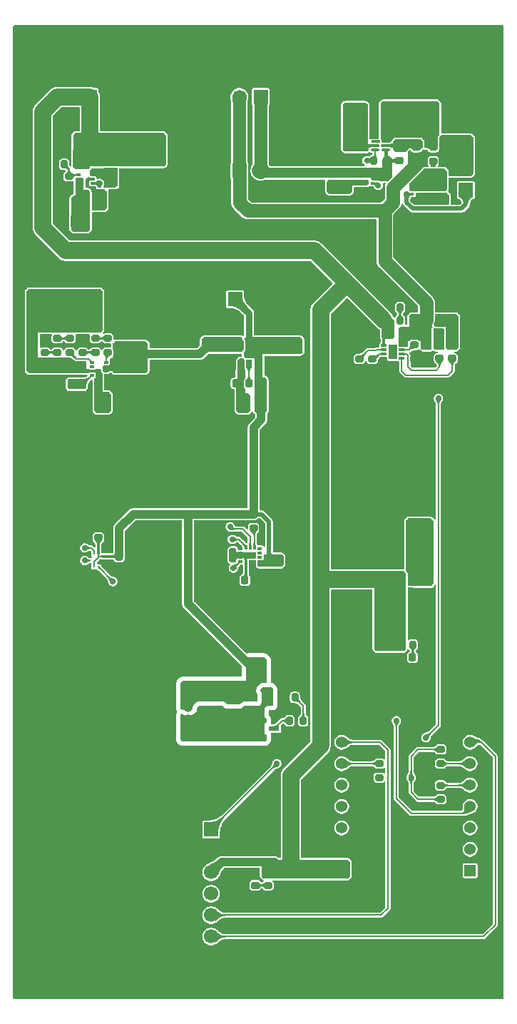
<source format=gbr>
%TF.GenerationSoftware,KiCad,Pcbnew,9.0.1*%
%TF.CreationDate,2025-04-29T17:21:59+08:00*%
%TF.ProjectId,pcb_all,7063625f-616c-46c2-9e6b-696361645f70,rev?*%
%TF.SameCoordinates,Original*%
%TF.FileFunction,Copper,L1,Top*%
%TF.FilePolarity,Positive*%
%FSLAX46Y46*%
G04 Gerber Fmt 4.6, Leading zero omitted, Abs format (unit mm)*
G04 Created by KiCad (PCBNEW 9.0.1) date 2025-04-29 17:21:59*
%MOMM*%
%LPD*%
G01*
G04 APERTURE LIST*
G04 Aperture macros list*
%AMRoundRect*
0 Rectangle with rounded corners*
0 $1 Rounding radius*
0 $2 $3 $4 $5 $6 $7 $8 $9 X,Y pos of 4 corners*
0 Add a 4 corners polygon primitive as box body*
4,1,4,$2,$3,$4,$5,$6,$7,$8,$9,$2,$3,0*
0 Add four circle primitives for the rounded corners*
1,1,$1+$1,$2,$3*
1,1,$1+$1,$4,$5*
1,1,$1+$1,$6,$7*
1,1,$1+$1,$8,$9*
0 Add four rect primitives between the rounded corners*
20,1,$1+$1,$2,$3,$4,$5,0*
20,1,$1+$1,$4,$5,$6,$7,0*
20,1,$1+$1,$6,$7,$8,$9,0*
20,1,$1+$1,$8,$9,$2,$3,0*%
G04 Aperture macros list end*
%TA.AperFunction,SMDPad,CuDef*%
%ADD10RoundRect,0.200000X0.275000X-0.200000X0.275000X0.200000X-0.275000X0.200000X-0.275000X-0.200000X0*%
%TD*%
%TA.AperFunction,SMDPad,CuDef*%
%ADD11RoundRect,0.225000X-0.225000X-0.250000X0.225000X-0.250000X0.225000X0.250000X-0.225000X0.250000X0*%
%TD*%
%TA.AperFunction,ComponentPad*%
%ADD12R,1.700000X1.700000*%
%TD*%
%TA.AperFunction,ComponentPad*%
%ADD13C,1.700000*%
%TD*%
%TA.AperFunction,SMDPad,CuDef*%
%ADD14RoundRect,0.250000X-0.650000X0.325000X-0.650000X-0.325000X0.650000X-0.325000X0.650000X0.325000X0*%
%TD*%
%TA.AperFunction,SMDPad,CuDef*%
%ADD15RoundRect,0.250000X-0.375000X-0.850000X0.375000X-0.850000X0.375000X0.850000X-0.375000X0.850000X0*%
%TD*%
%TA.AperFunction,SMDPad,CuDef*%
%ADD16RoundRect,0.218750X0.256250X-0.218750X0.256250X0.218750X-0.256250X0.218750X-0.256250X-0.218750X0*%
%TD*%
%TA.AperFunction,SMDPad,CuDef*%
%ADD17RoundRect,0.200000X0.200000X0.275000X-0.200000X0.275000X-0.200000X-0.275000X0.200000X-0.275000X0*%
%TD*%
%TA.AperFunction,ComponentPad*%
%ADD18RoundRect,0.250000X-0.600000X-0.750000X0.600000X-0.750000X0.600000X0.750000X-0.600000X0.750000X0*%
%TD*%
%TA.AperFunction,ComponentPad*%
%ADD19O,1.700000X2.000000*%
%TD*%
%TA.AperFunction,SMDPad,CuDef*%
%ADD20RoundRect,0.225000X-0.250000X0.225000X-0.250000X-0.225000X0.250000X-0.225000X0.250000X0.225000X0*%
%TD*%
%TA.AperFunction,SMDPad,CuDef*%
%ADD21RoundRect,0.200000X-0.200000X-0.275000X0.200000X-0.275000X0.200000X0.275000X-0.200000X0.275000X0*%
%TD*%
%TA.AperFunction,SMDPad,CuDef*%
%ADD22RoundRect,0.200000X-0.275000X0.200000X-0.275000X-0.200000X0.275000X-0.200000X0.275000X0.200000X0*%
%TD*%
%TA.AperFunction,SMDPad,CuDef*%
%ADD23R,1.550000X2.200000*%
%TD*%
%TA.AperFunction,SMDPad,CuDef*%
%ADD24R,0.475000X0.300000*%
%TD*%
%TA.AperFunction,SMDPad,CuDef*%
%ADD25R,0.250000X0.275000*%
%TD*%
%TA.AperFunction,SMDPad,CuDef*%
%ADD26R,0.275000X0.250000*%
%TD*%
%TA.AperFunction,SMDPad,CuDef*%
%ADD27R,2.200000X1.550000*%
%TD*%
%TA.AperFunction,SMDPad,CuDef*%
%ADD28R,0.750000X0.300000*%
%TD*%
%TA.AperFunction,SMDPad,CuDef*%
%ADD29R,0.450000X0.300000*%
%TD*%
%TA.AperFunction,SMDPad,CuDef*%
%ADD30R,1.000000X0.950000*%
%TD*%
%TA.AperFunction,SMDPad,CuDef*%
%ADD31RoundRect,0.033750X-0.476250X-0.101250X0.476250X-0.101250X0.476250X0.101250X-0.476250X0.101250X0*%
%TD*%
%TA.AperFunction,SMDPad,CuDef*%
%ADD32RoundRect,0.033750X-0.436250X-0.101250X0.436250X-0.101250X0.436250X0.101250X-0.436250X0.101250X0*%
%TD*%
%TA.AperFunction,SMDPad,CuDef*%
%ADD33RoundRect,0.250000X0.325000X0.650000X-0.325000X0.650000X-0.325000X-0.650000X0.325000X-0.650000X0*%
%TD*%
%TA.AperFunction,SMDPad,CuDef*%
%ADD34R,0.640000X0.420000*%
%TD*%
%TA.AperFunction,SMDPad,CuDef*%
%ADD35RoundRect,0.218750X-0.218750X-0.256250X0.218750X-0.256250X0.218750X0.256250X-0.218750X0.256250X0*%
%TD*%
%TA.AperFunction,SMDPad,CuDef*%
%ADD36RoundRect,0.250000X-0.325000X-0.650000X0.325000X-0.650000X0.325000X0.650000X-0.325000X0.650000X0*%
%TD*%
%TA.AperFunction,SMDPad,CuDef*%
%ADD37R,1.300000X0.600000*%
%TD*%
%TA.AperFunction,ComponentPad*%
%ADD38C,1.008000*%
%TD*%
%TA.AperFunction,SMDPad,CuDef*%
%ADD39R,0.420000X0.640000*%
%TD*%
%TA.AperFunction,SMDPad,CuDef*%
%ADD40RoundRect,0.225000X0.250000X-0.225000X0.250000X0.225000X-0.250000X0.225000X-0.250000X-0.225000X0*%
%TD*%
%TA.AperFunction,ComponentPad*%
%ADD41R,1.358000X1.358000*%
%TD*%
%TA.AperFunction,ComponentPad*%
%ADD42C,1.358000*%
%TD*%
%TA.AperFunction,SMDPad,CuDef*%
%ADD43RoundRect,0.225000X0.225000X0.250000X-0.225000X0.250000X-0.225000X-0.250000X0.225000X-0.250000X0*%
%TD*%
%TA.AperFunction,SMDPad,CuDef*%
%ADD44R,0.700000X1.000000*%
%TD*%
%TA.AperFunction,SMDPad,CuDef*%
%ADD45R,0.575000X0.350000*%
%TD*%
%TA.AperFunction,SMDPad,CuDef*%
%ADD46R,0.350000X0.575000*%
%TD*%
%TA.AperFunction,SMDPad,CuDef*%
%ADD47R,0.700000X0.300000*%
%TD*%
%TA.AperFunction,SMDPad,CuDef*%
%ADD48R,1.000000X1.700000*%
%TD*%
%TA.AperFunction,SMDPad,CuDef*%
%ADD49RoundRect,0.250000X0.850000X-0.375000X0.850000X0.375000X-0.850000X0.375000X-0.850000X-0.375000X0*%
%TD*%
%TA.AperFunction,SMDPad,CuDef*%
%ADD50RoundRect,0.218750X-0.256250X0.218750X-0.256250X-0.218750X0.256250X-0.218750X0.256250X0.218750X0*%
%TD*%
%TA.AperFunction,ViaPad*%
%ADD51C,0.700000*%
%TD*%
%TA.AperFunction,Conductor*%
%ADD52C,0.200000*%
%TD*%
%TA.AperFunction,Conductor*%
%ADD53C,0.300000*%
%TD*%
%TA.AperFunction,Conductor*%
%ADD54C,1.000000*%
%TD*%
%TA.AperFunction,Conductor*%
%ADD55C,0.800000*%
%TD*%
%TA.AperFunction,Conductor*%
%ADD56C,0.500000*%
%TD*%
%TA.AperFunction,Conductor*%
%ADD57C,1.200000*%
%TD*%
%TA.AperFunction,Conductor*%
%ADD58C,0.400000*%
%TD*%
%TA.AperFunction,Conductor*%
%ADD59C,1.500000*%
%TD*%
%TA.AperFunction,Conductor*%
%ADD60C,2.000000*%
%TD*%
%TA.AperFunction,Conductor*%
%ADD61C,1.600000*%
%TD*%
G04 APERTURE END LIST*
D10*
%TO.P,R27,1*%
%TO.N,Net-(R26-Pad1)*%
X119000000Y-90050000D03*
%TO.P,R27,2*%
%TO.N,GND*%
X119000000Y-88400000D03*
%TD*%
%TO.P,R26,1*%
%TO.N,Net-(R26-Pad1)*%
X120500000Y-90050000D03*
%TO.P,R26,2*%
%TO.N,Net-(R26-Pad2)*%
X120500000Y-88400000D03*
%TD*%
%TO.P,R24,1*%
%TO.N,Net-(R24-Pad1)*%
X125000000Y-90050000D03*
%TO.P,R24,2*%
%TO.N,Net-(R1-Pad2)*%
X125000000Y-88400000D03*
%TD*%
D11*
%TO.P,C19,1*%
%TO.N,+3V3*%
X142763000Y-117088000D03*
%TO.P,C19,2*%
%TO.N,GND*%
X144313000Y-117088000D03*
%TD*%
D12*
%TO.P,TP1,1,1*%
%TO.N,Net-(BT1--)*%
X144650000Y-59750000D03*
D13*
%TO.P,TP1,2,2*%
%TO.N,+BATT*%
X142110000Y-59750000D03*
%TD*%
D14*
%TO.P,C8,1*%
%TO.N,+3V3*%
X146050000Y-88873999D03*
%TO.P,C8,2*%
%TO.N,GND*%
X146050000Y-91824001D03*
%TD*%
%TO.P,C9,1*%
%TO.N,+5V*%
X147500000Y-151024999D03*
%TO.P,C9,2*%
%TO.N,GND*%
X147500000Y-153975001D03*
%TD*%
D15*
%TO.P,L3,1,1*%
%TO.N,+BATT*%
X123550000Y-72000000D03*
%TO.P,L3,2,2*%
%TO.N,Net-(IC4-SW)*%
X125700000Y-72000000D03*
%TD*%
D14*
%TO.P,C1,1*%
%TO.N,+BATT*%
X128301000Y-91524999D03*
%TO.P,C1,2*%
%TO.N,GND*%
X128301000Y-94475001D03*
%TD*%
D10*
%TO.P,R25,1*%
%TO.N,Net-(R24-Pad1)*%
X123500000Y-90050000D03*
%TO.P,R25,2*%
%TO.N,GND*%
X123500000Y-88400000D03*
%TD*%
D11*
%TO.P,C14,1*%
%TO.N,+5V*%
X161100000Y-120750000D03*
%TO.P,C14,2*%
%TO.N,GND*%
X162650000Y-120750000D03*
%TD*%
D16*
%TO.P,D3,1,K*%
%TO.N,Net-(D3-K)*%
X167375000Y-90787500D03*
%TO.P,D3,2,A*%
%TO.N,Net-(D3-A)*%
X167375000Y-89212500D03*
%TD*%
D17*
%TO.P,R6,1*%
%TO.N,Net-(BT1--)*%
X159700000Y-67300000D03*
%TO.P,R6,2*%
%TO.N,Net-(Q1-G)*%
X158050000Y-67300000D03*
%TD*%
D18*
%TO.P,BT1,1,+*%
%TO.N,+BATT*%
X142125000Y-68500000D03*
D19*
%TO.P,BT1,2,-*%
%TO.N,Net-(BT1--)*%
X144625000Y-68500000D03*
%TD*%
D20*
%TO.P,C7,1*%
%TO.N,+5V*%
X149499999Y-151725000D03*
%TO.P,C7,2*%
%TO.N,GND*%
X149499999Y-153275000D03*
%TD*%
D16*
%TO.P,D4,1,K*%
%TO.N,Net-(D4-K)*%
X165875000Y-90787500D03*
%TO.P,D4,2,A*%
%TO.N,Net-(D4-A)*%
X165875000Y-89212500D03*
%TD*%
D20*
%TO.P,C5,1*%
%TO.N,+BATT*%
X164375000Y-89225000D03*
%TO.P,C5,2*%
%TO.N,GND*%
X164375000Y-90775000D03*
%TD*%
D10*
%TO.P,R3,1*%
%TO.N,+BATT*%
X163125000Y-67375000D03*
%TO.P,R3,2*%
%TO.N,Net-(U1-BAT)*%
X163125000Y-65725000D03*
%TD*%
D11*
%TO.P,C17,1*%
%TO.N,+3V3*%
X143850000Y-131000000D03*
%TO.P,C17,2*%
%TO.N,Net-(D7-A)*%
X145400000Y-131000000D03*
%TD*%
D14*
%TO.P,C10,1*%
%TO.N,+3V3*%
X148550000Y-88873999D03*
%TO.P,C10,2*%
%TO.N,GND*%
X148550000Y-91824001D03*
%TD*%
D21*
%TO.P,R10,1*%
%TO.N,+BATT*%
X164300000Y-87750000D03*
%TO.P,R10,2*%
%TO.N,Net-(D4-A)*%
X165950000Y-87750000D03*
%TD*%
D22*
%TO.P,R11,1*%
%TO.N,+5V*%
X145499999Y-151675000D03*
%TO.P,R11,2*%
%TO.N,Net-(D2-A)*%
X145499999Y-153325000D03*
%TD*%
D10*
%TO.P,R1,1*%
%TO.N,Net-(IC1-MODE{slash}S-CONF)*%
X126500000Y-90050000D03*
%TO.P,R1,2*%
%TO.N,Net-(R1-Pad2)*%
X126500000Y-88400000D03*
%TD*%
D22*
%TO.P,R2,1*%
%TO.N,+3V3*%
X166000000Y-137175000D03*
%TO.P,R2,2*%
%TO.N,/SCL*%
X166000000Y-138825000D03*
%TD*%
D21*
%TO.P,R19,1*%
%TO.N,/BATT VOLTAGE*%
X161175000Y-84750000D03*
%TO.P,R19,2*%
%TO.N,GND*%
X162825000Y-84750000D03*
%TD*%
D10*
%TO.P,R12,1*%
%TO.N,Net-(IC3-BIAS)*%
X157875000Y-90825000D03*
%TO.P,R12,2*%
%TO.N,GND*%
X157875000Y-89175000D03*
%TD*%
D18*
%TO.P,J1,1,Pin_1*%
%TO.N,GND*%
X160625000Y-111225000D03*
D19*
%TO.P,J1,2,Pin_2*%
%TO.N,Net-(D10-A)*%
X163125000Y-111225000D03*
%TD*%
D14*
%TO.P,C4,1*%
%TO.N,+BATT*%
X138550000Y-89123999D03*
%TO.P,C4,2*%
%TO.N,GND*%
X138550000Y-92074001D03*
%TD*%
%TO.P,C15,1*%
%TO.N,+5V*%
X129875000Y-66774999D03*
%TO.P,C15,2*%
%TO.N,GND*%
X129875000Y-69725001D03*
%TD*%
D10*
%TO.P,R13,1*%
%TO.N,Net-(IC3-ISET)*%
X156375000Y-90825000D03*
%TO.P,R13,2*%
%TO.N,GND*%
X156375000Y-89175000D03*
%TD*%
D12*
%TO.P,TP3,1,1*%
%TO.N,+1V8*%
X124850000Y-83750000D03*
D13*
%TO.P,TP3,2,2*%
%TO.N,GND*%
X127390000Y-83750000D03*
%TD*%
D23*
%TO.P,D7,1,K*%
%TO.N,+3V3*%
X141405750Y-130700000D03*
%TO.P,D7,2,A*%
%TO.N,Net-(D7-A)*%
X141405750Y-134800000D03*
%TD*%
D24*
%TO.P,IC4,1,FB*%
%TO.N,Net-(IC4-FB)*%
X123037000Y-69000000D03*
%TO.P,IC4,2,EN*%
%TO.N,+BATT*%
X123037000Y-69500000D03*
%TO.P,IC4,3,VIN*%
X123037000Y-70000000D03*
%TO.P,IC4,4,GND*%
%TO.N,GND*%
X124713000Y-70000000D03*
%TO.P,IC4,5,SW*%
%TO.N,Net-(IC4-SW)*%
X124713000Y-69500000D03*
%TO.P,IC4,6,VOUT*%
%TO.N,Net-(D8-A)*%
X124713000Y-69000000D03*
%TD*%
D25*
%TO.P,IC5,1,VDDIO*%
%TO.N,+3V3*%
X125363000Y-113987000D03*
%TO.P,IC5,2,SCK*%
%TO.N,/SCL*%
X124863000Y-113987000D03*
D26*
%TO.P,IC5,3,VSS_1*%
%TO.N,GND*%
X124351000Y-114250000D03*
%TO.P,IC5,4,SDI*%
%TO.N,/SDA*%
X124351000Y-114750000D03*
%TO.P,IC5,5,SDO*%
%TO.N,GND*%
X124351000Y-115250000D03*
D25*
%TO.P,IC5,6,CSB*%
%TO.N,+3V3*%
X124863000Y-115513000D03*
%TO.P,IC5,7,INT*%
%TO.N,/INT (BAROMETER)*%
X125363000Y-115513000D03*
D26*
%TO.P,IC5,8,VSS_2*%
%TO.N,GND*%
X125875000Y-115250000D03*
%TO.P,IC5,9,VSS_3*%
X125875000Y-114750000D03*
%TO.P,IC5,10,VDD*%
%TO.N,+3V3*%
X125875000Y-114250000D03*
%TD*%
D22*
%TO.P,R22,1*%
%TO.N,+3V3*%
X143788000Y-109263000D03*
%TO.P,R22,2*%
%TO.N,Net-(IC6-CS)*%
X143788000Y-110913000D03*
%TD*%
D12*
%TO.P,TP5,1,1*%
%TO.N,Net-(Q2-G)*%
X155750000Y-61500000D03*
%TD*%
D17*
%TO.P,R15,1*%
%TO.N,+5V*%
X122950000Y-67750000D03*
%TO.P,R15,2*%
%TO.N,Net-(IC4-FB)*%
X121300000Y-67750000D03*
%TD*%
D22*
%TO.P,R16,1*%
%TO.N,Net-(IC4-FB)*%
X121875000Y-69175000D03*
%TO.P,R16,2*%
%TO.N,GND*%
X121875000Y-70825000D03*
%TD*%
D12*
%TO.P,TP6,1,1*%
%TO.N,GND*%
X168750000Y-63225000D03*
D13*
%TO.P,TP6,2,2*%
%TO.N,+BATT*%
X168750000Y-65765000D03*
%TD*%
D27*
%TO.P,D10,1,K*%
%TO.N,+5V*%
X159825000Y-117000000D03*
%TO.P,D10,2,A*%
%TO.N,Net-(D10-A)*%
X163925000Y-117000000D03*
%TD*%
D28*
%TO.P,Q2,1,S*%
%TO.N,Net-(Q1-D)*%
X156899999Y-70000001D03*
D29*
X155924998Y-70000000D03*
%TO.P,Q2,2,D*%
%TO.N,GND*%
X157875000Y-71300000D03*
X157874999Y-70650000D03*
D30*
X156899999Y-70975000D03*
D29*
X155924999Y-70650000D03*
X155924998Y-71300000D03*
%TO.P,Q2,3,G*%
%TO.N,Net-(Q2-G)*%
X157875000Y-70000000D03*
%TD*%
D31*
%TO.P,U1,1,NC*%
%TO.N,unconnected-(U1-NC-Pad1)*%
X158285000Y-65050000D03*
D32*
%TO.P,U1,2,COUT*%
%TO.N,Net-(Q2-G)*%
X158245000Y-65550000D03*
%TO.P,U1,3,DOUT*%
%TO.N,Net-(Q1-G)*%
X158245000Y-66050000D03*
%TO.P,U1,4,VSS*%
%TO.N,Net-(BT1--)*%
X159505000Y-66050000D03*
%TO.P,U1,5,BAT*%
%TO.N,Net-(U1-BAT)*%
X159505000Y-65550000D03*
%TO.P,U1,6,V-*%
%TO.N,Net-(U1-V-)*%
X159505000Y-65050000D03*
%TD*%
D33*
%TO.P,C3,1*%
%TO.N,+1V8*%
X126276001Y-96250000D03*
%TO.P,C3,2*%
%TO.N,GND*%
X123325999Y-96250000D03*
%TD*%
D34*
%TO.P,D5,1,K*%
%TO.N,+5V*%
X161125000Y-119250000D03*
%TO.P,D5,2,A*%
%TO.N,GND*%
X162625000Y-119250000D03*
%TD*%
D35*
%TO.P,D6,1,K*%
%TO.N,GND*%
X161087500Y-126250000D03*
%TO.P,D6,2,A*%
%TO.N,Net-(D6-A)*%
X162662500Y-126250000D03*
%TD*%
D24*
%TO.P,IC1,1,FB/VSET*%
%TO.N,Net-(IC1-FB{slash}VSET)*%
X124625000Y-91250000D03*
%TO.P,IC1,2,PG*%
%TO.N,unconnected-(IC1-PG-Pad2)*%
X124625000Y-91750000D03*
%TO.P,IC1,3,VOS*%
%TO.N,+1V8*%
X124625000Y-92250000D03*
%TO.P,IC1,4,SW*%
%TO.N,Net-(IC1-SW)*%
X124625000Y-92750000D03*
%TO.P,IC1,5,GND*%
%TO.N,GND*%
X126301000Y-92750000D03*
%TO.P,IC1,6,VIN*%
%TO.N,+BATT*%
X126301000Y-92250000D03*
%TO.P,IC1,7,EN*%
X126301000Y-91750000D03*
%TO.P,IC1,8,MODE/S-CONF*%
%TO.N,Net-(IC1-MODE{slash}S-CONF)*%
X126301000Y-91250000D03*
%TD*%
D36*
%TO.P,C16,1*%
%TO.N,+5V*%
X160375000Y-122750000D03*
%TO.P,C16,2*%
%TO.N,GND*%
X163325000Y-122750000D03*
%TD*%
D12*
%TO.P,TP4,1,1*%
%TO.N,Net-(Q1-G)*%
X169000707Y-70797879D03*
%TD*%
D14*
%TO.P,C13,1*%
%TO.N,+5V*%
X132375000Y-66774999D03*
%TO.P,C13,2*%
%TO.N,GND*%
X132375000Y-69725001D03*
%TD*%
D22*
%TO.P,R7,1*%
%TO.N,Net-(Q2-G)*%
X155875000Y-65725000D03*
%TO.P,R7,2*%
%TO.N,GND*%
X155875000Y-67375000D03*
%TD*%
D37*
%TO.P,Q3,1,G*%
%TO.N,Net-(Q3-G)*%
X146225001Y-134700000D03*
%TO.P,Q3,2,S*%
%TO.N,GND*%
X146225001Y-132800000D03*
%TO.P,Q3,3,D*%
%TO.N,Net-(D7-A)*%
X144125000Y-133750000D03*
%TD*%
D38*
%TO.P,B1,N*%
%TO.N,Net-(D7-A)*%
X136000000Y-133500000D03*
%TO.P,B1,P*%
%TO.N,+3V3*%
X136000000Y-132200000D03*
%TD*%
D39*
%TO.P,D1,1,K*%
%TO.N,+5V*%
X151000000Y-151750000D03*
%TO.P,D1,2,A*%
%TO.N,GND*%
X151000000Y-153250000D03*
%TD*%
D40*
%TO.P,C22,1*%
%TO.N,+3V3*%
X146788000Y-114613000D03*
%TO.P,C22,2*%
%TO.N,GND*%
X146788000Y-113063000D03*
%TD*%
D36*
%TO.P,C11,1*%
%TO.N,+BATT*%
X122650000Y-74500000D03*
%TO.P,C11,2*%
%TO.N,GND*%
X125600000Y-74500000D03*
%TD*%
D22*
%TO.P,R14,1*%
%TO.N,Net-(IC3-VSET)*%
X162875000Y-89175000D03*
%TO.P,R14,2*%
%TO.N,GND*%
X162875000Y-90825000D03*
%TD*%
D41*
%TO.P,U2,1,D0*%
%TO.N,/A (MIC)*%
X169495000Y-151551500D03*
D42*
%TO.P,U2,2,D1*%
%TO.N,/BATT VOLTAGE*%
X169495000Y-149011500D03*
%TO.P,U2,3,D2*%
%TO.N,/INT1 (IMU)*%
X169495000Y-146471500D03*
%TO.P,U2,4,D3*%
%TO.N,/PWM (Vibration)*%
X169495000Y-143931500D03*
%TO.P,U2,5,D4*%
%TO.N,/SDA*%
X169495000Y-141391500D03*
%TO.P,U2,6,D5*%
%TO.N,/SCL*%
X169495000Y-138851500D03*
%TO.P,U2,7,TX_D6*%
%TO.N,/RX (SIM7600G-H)*%
X169495000Y-136311500D03*
%TO.P,U2,8,RX_D7*%
%TO.N,/TX (SIM7600G-H)*%
X154255000Y-136311500D03*
%TO.P,U2,9,D8*%
%TO.N,/SLEEP (SIM7600G-H)*%
X154255000Y-138851500D03*
%TO.P,U2,10,D9*%
%TO.N,/INT (BAROMETER)*%
X154255000Y-141391500D03*
%TO.P,U2,11,D10*%
%TO.N,unconnected-(U2-D10-Pad11)*%
X154255000Y-143931500D03*
%TO.P,U2,12,VCC_3V3*%
%TO.N,unconnected-(U2-VCC_3V3-Pad12)*%
X154255000Y-146471500D03*
%TO.P,U2,13,GND*%
%TO.N,GND*%
X154255000Y-149011500D03*
%TO.P,U2,14,VUSB*%
%TO.N,+5V*%
X154255000Y-151551500D03*
%TD*%
D12*
%TO.P,J2,1,Pin_1*%
%TO.N,/SLEEP (SIM7600G-H)*%
X138750000Y-146670001D03*
D13*
%TO.P,J2,2,Pin_2*%
%TO.N,GND*%
X138750000Y-149210001D03*
%TO.P,J2,3,Pin_3*%
%TO.N,+5V*%
X138750000Y-151750001D03*
%TO.P,J2,4,Pin_4*%
%TO.N,/PWR (SIM7600G-H)*%
X138750000Y-154290001D03*
%TO.P,J2,5,Pin_5*%
%TO.N,/TX (SIM7600G-H)*%
X138750000Y-156830001D03*
%TO.P,J2,6,Pin_6*%
%TO.N,/RX (SIM7600G-H)*%
X138750000Y-159370001D03*
%TO.P,J2,7,Pin_7*%
%TO.N,GND*%
X138750000Y-161910001D03*
%TD*%
D40*
%TO.P,C18,1*%
%TO.N,+3V3*%
X125363000Y-112038000D03*
%TO.P,C18,2*%
%TO.N,GND*%
X125363000Y-110488000D03*
%TD*%
D43*
%TO.P,C6,1*%
%TO.N,Net-(IC2-BST)*%
X143275000Y-93750000D03*
%TO.P,C6,2*%
%TO.N,Net-(IC2-SW)*%
X141725000Y-93750000D03*
%TD*%
D17*
%TO.P,R21,1*%
%TO.N,/PWM (Vibration)*%
X149700000Y-133750000D03*
%TO.P,R21,2*%
%TO.N,Net-(Q3-G)*%
X148050000Y-133750000D03*
%TD*%
D44*
%TO.P,IC2,1,FB*%
%TO.N,+3V3*%
X143250000Y-89250000D03*
%TO.P,IC2,2,EN*%
%TO.N,+BATT*%
X142300000Y-89250000D03*
%TO.P,IC2,3,VIN*%
X141350000Y-89250000D03*
%TO.P,IC2,4,GND*%
%TO.N,GND*%
X141350000Y-91448000D03*
%TO.P,IC2,5,SW*%
%TO.N,Net-(IC2-SW)*%
X142300000Y-91448000D03*
%TO.P,IC2,6,BST*%
%TO.N,Net-(IC2-BST)*%
X143250000Y-91448000D03*
%TD*%
D20*
%TO.P,C2,1*%
%TO.N,Net-(U1-BAT)*%
X161125000Y-65775000D03*
%TO.P,C2,2*%
%TO.N,Net-(BT1--)*%
X161125000Y-67325000D03*
%TD*%
D45*
%TO.P,IC6,1,SDO/SA0*%
%TO.N,GND*%
X142212000Y-113338000D03*
%TO.P,IC6,2,SDX*%
%TO.N,+3V3*%
X142212000Y-113838000D03*
%TO.P,IC6,3,SCX*%
X142212000Y-114338000D03*
%TO.P,IC6,4,INT1*%
%TO.N,/INT1 (IMU)*%
X142212000Y-114838000D03*
D46*
%TO.P,IC6,5,VDDIO*%
%TO.N,+3V3*%
X142875000Y-115000000D03*
%TO.P,IC6,6,GND_1*%
%TO.N,GND*%
X143375000Y-115000000D03*
%TO.P,IC6,7,GND_2*%
X143875000Y-115000000D03*
D45*
%TO.P,IC6,8,VDD*%
%TO.N,+3V3*%
X144538000Y-114838000D03*
%TO.P,IC6,9,INT2*%
%TO.N,/INT2 (IMU)*%
X144538000Y-114338000D03*
%TO.P,IC6,10,NC_1*%
%TO.N,unconnected-(IC6-NC_1-Pad10)*%
X144538000Y-113838000D03*
%TO.P,IC6,11,NC_2*%
%TO.N,unconnected-(IC6-NC_2-Pad11)*%
X144538000Y-113338000D03*
D46*
%TO.P,IC6,12,CS*%
%TO.N,Net-(IC6-CS)*%
X143875000Y-113176000D03*
%TO.P,IC6,13,SCL*%
%TO.N,/SCL*%
X143375000Y-113176000D03*
%TO.P,IC6,14,SDA*%
%TO.N,/SDA*%
X142875000Y-113176000D03*
%TD*%
D22*
%TO.P,R23,1*%
%TO.N,/SLEEP (SIM7600G-H)*%
X158750000Y-138850000D03*
%TO.P,R23,2*%
%TO.N,+3V3*%
X158750000Y-140500000D03*
%TD*%
D10*
%TO.P,R5,1*%
%TO.N,Net-(IC1-FB{slash}VSET)*%
X122000000Y-90050000D03*
%TO.P,R5,2*%
%TO.N,Net-(R26-Pad2)*%
X122000000Y-88400000D03*
%TD*%
D28*
%TO.P,Q1,1,S*%
%TO.N,Net-(BT1--)*%
X163600000Y-71300000D03*
D29*
X164575000Y-71300000D03*
%TO.P,Q1,2,D*%
%TO.N,Net-(Q1-D)*%
X162625000Y-70000000D03*
X162625000Y-70650000D03*
D30*
X163600000Y-70325000D03*
D29*
X164575000Y-70000000D03*
X164575000Y-70650000D03*
%TO.P,Q1,3,G*%
%TO.N,Net-(Q1-G)*%
X162625000Y-71300000D03*
%TD*%
D47*
%TO.P,IC3,1,IN*%
%TO.N,+5V*%
X159275000Y-89250000D03*
%TO.P,IC3,2,ISET*%
%TO.N,Net-(IC3-ISET)*%
X159275000Y-89750000D03*
%TO.P,IC3,3,BIAS*%
%TO.N,Net-(IC3-BIAS)*%
X159275000Y-90250000D03*
%TO.P,IC3,4,GND*%
%TO.N,GND*%
X159275000Y-90750000D03*
%TO.P,IC3,5,STAT*%
%TO.N,Net-(D3-K)*%
X161375000Y-90750000D03*
%TO.P,IC3,6,~{PG}*%
%TO.N,Net-(D4-K)*%
X161375000Y-90250000D03*
%TO.P,IC3,7,VSET*%
%TO.N,Net-(IC3-VSET)*%
X161375000Y-89750000D03*
%TO.P,IC3,8,OUT*%
%TO.N,+BATT*%
X161375000Y-89250000D03*
D48*
%TO.P,IC3,9,EP*%
%TO.N,unconnected-(IC3-EP-Pad9)*%
X160325000Y-90000000D03*
%TD*%
D43*
%TO.P,C12,1*%
%TO.N,+5V*%
X159900000Y-87750000D03*
%TO.P,C12,2*%
%TO.N,GND*%
X158350000Y-87750000D03*
%TD*%
D21*
%TO.P,R9,1*%
%TO.N,+BATT*%
X164300000Y-86250000D03*
%TO.P,R9,2*%
%TO.N,Net-(D3-A)*%
X165950000Y-86250000D03*
%TD*%
D11*
%TO.P,C21,1*%
%TO.N,+3V3*%
X127838000Y-114263000D03*
%TO.P,C21,2*%
%TO.N,GND*%
X129388000Y-114263000D03*
%TD*%
D12*
%TO.P,TP7,1,1*%
%TO.N,+3V3*%
X141600000Y-83750000D03*
D13*
%TO.P,TP7,2,2*%
%TO.N,GND*%
X144140000Y-83750000D03*
%TD*%
D49*
%TO.P,L1,1,1*%
%TO.N,Net-(IC1-SW)*%
X122801000Y-93825000D03*
%TO.P,L1,2,2*%
%TO.N,+1V8*%
X122801000Y-91675000D03*
%TD*%
D17*
%TO.P,R18,1*%
%TO.N,+BATT*%
X162825000Y-86250000D03*
%TO.P,R18,2*%
%TO.N,/BATT VOLTAGE*%
X161175000Y-86250000D03*
%TD*%
D12*
%TO.P,TP8,1,1*%
%TO.N,+5V*%
X124350000Y-59750000D03*
D13*
%TO.P,TP8,2,2*%
%TO.N,GND*%
X126890000Y-59750000D03*
%TD*%
D12*
%TO.P,TP2,1,1*%
%TO.N,Net-(U1-V-)*%
X160625000Y-61500000D03*
%TD*%
D50*
%TO.P,D2,1,K*%
%TO.N,GND*%
X143999999Y-151712500D03*
%TO.P,D2,2,A*%
%TO.N,Net-(D2-A)*%
X143999999Y-153287500D03*
%TD*%
D17*
%TO.P,R20,1*%
%TO.N,/PWM (Vibration)*%
X148700000Y-131000000D03*
%TO.P,R20,2*%
%TO.N,GND*%
X147050000Y-131000000D03*
%TD*%
D22*
%TO.P,R8,1*%
%TO.N,Net-(U1-V-)*%
X165125000Y-65725000D03*
%TO.P,R8,2*%
%TO.N,GND*%
X165125000Y-67375000D03*
%TD*%
D36*
%TO.P,C20,1*%
%TO.N,+3V3*%
X143900000Y-127750000D03*
%TO.P,C20,2*%
%TO.N,GND*%
X146850000Y-127750000D03*
%TD*%
D15*
%TO.P,L2,1,1*%
%TO.N,Net-(IC2-SW)*%
X142550000Y-96000000D03*
%TO.P,L2,2,2*%
%TO.N,+3V3*%
X144700000Y-96000000D03*
%TD*%
D23*
%TO.P,D8,1,K*%
%TO.N,+5V*%
X126875000Y-65175001D03*
%TO.P,D8,2,A*%
%TO.N,Net-(D8-A)*%
X126875000Y-69275001D03*
%TD*%
D10*
%TO.P,R4,1*%
%TO.N,+3V3*%
X166000000Y-143075000D03*
%TO.P,R4,2*%
%TO.N,/SDA*%
X166000000Y-141425000D03*
%TD*%
D21*
%TO.P,R17,1*%
%TO.N,+5V*%
X161050000Y-124750000D03*
%TO.P,R17,2*%
%TO.N,Net-(D6-A)*%
X162700000Y-124750000D03*
%TD*%
D51*
%TO.N,GND*%
X119000000Y-88400000D03*
X123500000Y-88400000D03*
%TO.N,+3V3*%
X141375000Y-114500000D03*
X145625000Y-115000000D03*
X145625000Y-114250000D03*
X162500000Y-140500000D03*
X143825000Y-131000000D03*
X141375000Y-113750000D03*
X158750000Y-140500000D03*
%TO.N,Net-(BT1--)*%
X163500000Y-72000000D03*
X158250000Y-69250000D03*
X166500000Y-72000000D03*
X165000000Y-72000000D03*
X159000000Y-69250000D03*
X159001000Y-68500000D03*
X165750000Y-72000000D03*
X159750000Y-68500000D03*
X162750000Y-72000000D03*
X158251000Y-68500000D03*
X159750000Y-69250000D03*
X164250000Y-72000000D03*
%TO.N,+BATT*%
X122500000Y-75000000D03*
X130000000Y-89500000D03*
X130000000Y-91000000D03*
X129250000Y-90250000D03*
X128500000Y-90250000D03*
X124000000Y-75000000D03*
X130750000Y-91000000D03*
X129250000Y-89500000D03*
X127750000Y-90250000D03*
X130750000Y-91750000D03*
X130750000Y-90250000D03*
X122500000Y-74250000D03*
X130000000Y-91750000D03*
X123250000Y-74250000D03*
X127750000Y-89500000D03*
X123250000Y-75000000D03*
X124000000Y-74250000D03*
X128500000Y-89500000D03*
X130750000Y-89500000D03*
X130000000Y-90250000D03*
%TO.N,GND*%
X138550000Y-92199000D03*
X156000000Y-87750000D03*
X128301000Y-94600000D03*
X165125000Y-67350000D03*
X170750000Y-64750000D03*
X170750000Y-65750000D03*
X146050000Y-91949000D03*
X148550000Y-91949000D03*
X162875000Y-90800000D03*
X170750000Y-63750000D03*
X157000000Y-87750000D03*
X123201000Y-96250000D03*
X164375000Y-90800000D03*
X125500000Y-70000000D03*
X162800000Y-84750000D03*
X170750000Y-66750000D03*
%TO.N,/SCL*%
X123750000Y-113250000D03*
X141000000Y-110750000D03*
%TO.N,/SDA*%
X141250000Y-112250000D03*
X123750000Y-114750000D03*
%TO.N,/INT (BAROMETER)*%
X127100000Y-117250000D03*
%TO.N,/INT1 (IMU)*%
X141400000Y-115650000D03*
%TO.N,/SLEEP (SIM7600G-H)*%
X146568501Y-138851500D03*
%TO.N,Net-(Q1-G)*%
X157250000Y-67300000D03*
X161950176Y-71300000D03*
%TO.N,Net-(Q2-G)*%
X158600000Y-70250000D03*
X155875000Y-65750000D03*
%TO.N,/BATT VOLTAGE*%
X165750000Y-95500000D03*
X164250000Y-135750000D03*
X161200000Y-86250000D03*
%TO.N,/PWM (Vibration)*%
X160750000Y-133750000D03*
X149700000Y-133750000D03*
%TO.N,Net-(Q1-D)*%
X165500000Y-69750000D03*
X154000000Y-70000000D03*
X165500000Y-69000000D03*
X166250000Y-69750000D03*
X155000000Y-70750000D03*
X155000000Y-70000000D03*
X165500000Y-70500000D03*
X153000000Y-70750000D03*
X166250000Y-69000000D03*
X153000000Y-70000000D03*
X166250000Y-70500000D03*
X154000000Y-70750000D03*
%TD*%
D52*
%TO.N,Net-(R26-Pad1)*%
X119000000Y-90050000D02*
X120500000Y-90050000D01*
%TO.N,Net-(R26-Pad2)*%
X120500000Y-88400000D02*
X122000000Y-88400000D01*
D53*
%TO.N,+3V3*%
X125875000Y-114250000D02*
X127825000Y-114250000D01*
D54*
X136000000Y-109263000D02*
X136000000Y-119850000D01*
D55*
X143250000Y-85400000D02*
X143250000Y-89250000D01*
D56*
X144763000Y-109263000D02*
X145625000Y-110125000D01*
X145625000Y-110125000D02*
X145625000Y-114250000D01*
D52*
X125363000Y-114351500D02*
X125464500Y-114250000D01*
D53*
X142875000Y-115000000D02*
X142875000Y-116976000D01*
D55*
X141600000Y-83750000D02*
X143250000Y-85400000D01*
D53*
X127825000Y-114250000D02*
X127838000Y-114263000D01*
D52*
X125363000Y-114351500D02*
X125363000Y-113987000D01*
X162500000Y-138000000D02*
X163325000Y-137175000D01*
D54*
X136000000Y-119850000D02*
X143900000Y-127750000D01*
X129487000Y-109263000D02*
X127838000Y-110912000D01*
D52*
X163325000Y-137175000D02*
X166000000Y-137175000D01*
D54*
X144700000Y-96000000D02*
X144700000Y-98050000D01*
D52*
X163325000Y-143075000D02*
X166000000Y-143075000D01*
X162500000Y-140500000D02*
X162500000Y-138000000D01*
D56*
X143788000Y-109263000D02*
X144763000Y-109263000D01*
D54*
X143788000Y-98962000D02*
X143788000Y-109263000D01*
D52*
X125464500Y-114250000D02*
X125875000Y-114250000D01*
D53*
X125363000Y-112038000D02*
X125363000Y-113987000D01*
D52*
X162500000Y-140500000D02*
X162500000Y-142250000D01*
D54*
X127838000Y-110912000D02*
X127838000Y-114263000D01*
D52*
X124863000Y-114851500D02*
X125363000Y-114351500D01*
D54*
X143788000Y-109263000D02*
X129487000Y-109263000D01*
D52*
X124863000Y-115513000D02*
X124863000Y-114851500D01*
D53*
X142875000Y-116976000D02*
X142763000Y-117088000D01*
D54*
X144700000Y-98050000D02*
X143788000Y-98962000D01*
D52*
X162500000Y-142250000D02*
X163325000Y-143075000D01*
D57*
%TO.N,Net-(BT1--)*%
X159500000Y-68750000D02*
X159700000Y-68550000D01*
X159700000Y-68550000D02*
X159700000Y-67300000D01*
X159500000Y-68750000D02*
X144875000Y-68750000D01*
D58*
X159505000Y-66050000D02*
X159505000Y-67105000D01*
D59*
X144650000Y-59750000D02*
X144650000Y-68475000D01*
D58*
X159700000Y-67300000D02*
X161100000Y-67300000D01*
D57*
X144875000Y-68750000D02*
X144625000Y-68500000D01*
D60*
X144639999Y-68485001D02*
X144625000Y-68500000D01*
D54*
%TO.N,+BATT*%
X137423999Y-90250000D02*
X138550000Y-89123999D01*
D61*
X160375000Y-72250000D02*
X159375000Y-73250000D01*
X142125000Y-72250000D02*
X142125000Y-68500000D01*
X163125000Y-67750000D02*
X160375000Y-70500000D01*
X160375000Y-70500000D02*
X160375000Y-72250000D01*
D59*
X142110000Y-59750000D02*
X142110000Y-68485000D01*
D61*
X159375000Y-73250000D02*
X154500000Y-73250000D01*
X163125000Y-67375000D02*
X163125000Y-67750000D01*
X164300000Y-84116698D02*
X164300000Y-86250000D01*
X143125000Y-73250000D02*
X142125000Y-72250000D01*
X159375000Y-73250000D02*
X159375000Y-79191698D01*
D52*
X142110000Y-67634000D02*
X142125000Y-67649000D01*
D61*
X154500000Y-73250000D02*
X143125000Y-73250000D01*
X159375000Y-79191698D02*
X164300000Y-84116698D01*
D54*
X129250000Y-90250000D02*
X137423999Y-90250000D01*
D52*
%TO.N,GND*%
X125500000Y-70000000D02*
X124713000Y-70000000D01*
%TO.N,Net-(IC2-BST)*%
X143250000Y-91448000D02*
X143250000Y-93725000D01*
X143250000Y-93725000D02*
X143275000Y-93750000D01*
D60*
%TO.N,+5V*%
X151027192Y-78000000D02*
X154888596Y-81861404D01*
D54*
X139981842Y-150518159D02*
X146250000Y-150518159D01*
D60*
X151750000Y-85000000D02*
X151750000Y-117000000D01*
X159825000Y-117000000D02*
X151750000Y-117000000D01*
X118750000Y-75250000D02*
X121500000Y-78000000D01*
X120500000Y-59750000D02*
X118750000Y-61500000D01*
X148250000Y-140250000D02*
X148250000Y-151019999D01*
D53*
X159900000Y-87750000D02*
X159275000Y-88375000D01*
D60*
X154888596Y-81861404D02*
X159250000Y-86222808D01*
X124350000Y-59750000D02*
X120500000Y-59750000D01*
D54*
X138750000Y-151750001D02*
X139981842Y-150518159D01*
D60*
X151750000Y-117000000D02*
X151750000Y-136750000D01*
X118750000Y-61500000D02*
X118750000Y-75250000D01*
X154888596Y-81861404D02*
X151750000Y-85000000D01*
D53*
X159275000Y-88375000D02*
X159275000Y-89250000D01*
D60*
X121500000Y-78000000D02*
X151027192Y-78000000D01*
X151750000Y-136750000D02*
X148250000Y-140250000D01*
X124350000Y-59750000D02*
X124350000Y-65175001D01*
D52*
%TO.N,Net-(D2-A)*%
X143999999Y-153275000D02*
X145449999Y-153275000D01*
%TO.N,Net-(D3-K)*%
X167375000Y-92250000D02*
X166875000Y-92750000D01*
X166875000Y-92750000D02*
X161875000Y-92750000D01*
X161375000Y-92250000D02*
X161375000Y-90750000D01*
X161875000Y-92750000D02*
X161375000Y-92250000D01*
X167375000Y-90775000D02*
X167375000Y-92250000D01*
%TO.N,Net-(D4-K)*%
X165476000Y-92149000D02*
X165875000Y-91750000D01*
X165875000Y-91750000D02*
X165875000Y-90775000D01*
X162125000Y-90450000D02*
X162125000Y-91750000D01*
X162524000Y-92149000D02*
X165476000Y-92149000D01*
X162125000Y-91750000D02*
X162524000Y-92149000D01*
X161375000Y-90250000D02*
X161925000Y-90250000D01*
X161925000Y-90250000D02*
X162125000Y-90450000D01*
%TO.N,Net-(D6-A)*%
X162700000Y-126200000D02*
X162650000Y-126250000D01*
X162700000Y-124750000D02*
X162700000Y-126200000D01*
%TO.N,Net-(IC1-FB{slash}VSET)*%
X122000000Y-90050000D02*
X122750000Y-90800000D01*
X122750000Y-90800000D02*
X124175000Y-90800000D01*
X124175000Y-90800000D02*
X124625000Y-91250000D01*
%TO.N,Net-(IC1-SW)*%
X123550000Y-93825000D02*
X123301000Y-93825000D01*
X124625000Y-92750000D02*
X123550000Y-93825000D01*
%TO.N,Net-(IC1-MODE{slash}S-CONF)*%
X126301000Y-91250000D02*
X126301000Y-90250000D01*
X126500000Y-90051000D02*
X126500000Y-90050000D01*
X126301000Y-90250000D02*
X126500000Y-90051000D01*
%TO.N,Net-(IC3-BIAS)*%
X158721389Y-90250000D02*
X158146389Y-90825000D01*
X158146389Y-90825000D02*
X157875000Y-90825000D01*
X159275000Y-90250000D02*
X158721389Y-90250000D01*
%TO.N,Net-(IC3-ISET)*%
X158342352Y-89826000D02*
X157374000Y-89826000D01*
X157374000Y-89826000D02*
X156375000Y-90825000D01*
X158418352Y-89750000D02*
X158342352Y-89826000D01*
X159275000Y-89750000D02*
X158418352Y-89750000D01*
%TO.N,Net-(IC3-VSET)*%
X162300000Y-89750000D02*
X161375000Y-89750000D01*
X162875000Y-89175000D02*
X162300000Y-89750000D01*
%TO.N,Net-(IC4-FB)*%
X123037000Y-69000000D02*
X122050000Y-69000000D01*
X121875000Y-69175000D02*
X121875000Y-68325000D01*
X121875000Y-68325000D02*
X121300000Y-67750000D01*
X122050000Y-69000000D02*
X121875000Y-69175000D01*
%TO.N,/SCL*%
X141000000Y-110750000D02*
X141250000Y-111000000D01*
X166026500Y-138851500D02*
X166000000Y-138825000D01*
X142500000Y-111000000D02*
X143375000Y-111875000D01*
X124863000Y-113613000D02*
X124500000Y-113250000D01*
X169495000Y-138851500D02*
X166026500Y-138851500D01*
X124500000Y-113250000D02*
X123750000Y-113250000D01*
X143375000Y-111875000D02*
X143375000Y-113176000D01*
X141250000Y-111000000D02*
X142500000Y-111000000D01*
X124863000Y-113987000D02*
X124863000Y-113613000D01*
%TO.N,/SDA*%
X166000000Y-141425000D02*
X169461500Y-141425000D01*
X141250000Y-112250000D02*
X142061500Y-112250000D01*
X142875000Y-113063500D02*
X142875000Y-113176000D01*
X123750000Y-114750000D02*
X124351000Y-114750000D01*
X142061500Y-112250000D02*
X142875000Y-113063500D01*
X169461500Y-141425000D02*
X169495000Y-141391500D01*
%TO.N,/INT (BAROMETER)*%
X125363000Y-115513000D02*
X127100000Y-117250000D01*
%TO.N,/INT1 (IMU)*%
X142212000Y-114838000D02*
X141400000Y-115650000D01*
%TO.N,Net-(IC6-CS)*%
X143788000Y-110913000D02*
X143875000Y-111000000D01*
X143875000Y-111000000D02*
X143875000Y-113176000D01*
%TO.N,/TX (SIM7600G-H)*%
X138750000Y-156830001D02*
X158919999Y-156830001D01*
X159750000Y-137250000D02*
X158811500Y-136311500D01*
X158811500Y-136311500D02*
X154255000Y-136311500D01*
X158919999Y-156830001D02*
X159750000Y-156000000D01*
X159750000Y-156000000D02*
X159750000Y-137250000D01*
%TO.N,/RX (SIM7600G-H)*%
X172500000Y-158000000D02*
X172500000Y-138000000D01*
X170811500Y-136311500D02*
X169495000Y-136311500D01*
X172500000Y-138000000D02*
X170811500Y-136311500D01*
X171129999Y-159370001D02*
X172500000Y-158000000D01*
X138750000Y-159370001D02*
X171129999Y-159370001D01*
%TO.N,/SLEEP (SIM7600G-H)*%
X154256500Y-138850000D02*
X158750000Y-138850000D01*
X146568501Y-138851500D02*
X138750000Y-146670001D01*
X154255000Y-138851500D02*
X154256500Y-138850000D01*
%TO.N,Net-(Q1-G)*%
X158050000Y-67300000D02*
X158245000Y-67105000D01*
X157250000Y-67300000D02*
X158050000Y-67300000D01*
D56*
X161950176Y-72262676D02*
X162687500Y-73000000D01*
X169000707Y-72499293D02*
X169000707Y-70797879D01*
D52*
X158245000Y-67105000D02*
X158245000Y-66050000D01*
X161950176Y-71300000D02*
X162625000Y-71300000D01*
D56*
X161950176Y-71300000D02*
X161950176Y-72262676D01*
X168500000Y-73000000D02*
X169000707Y-72499293D01*
X162687500Y-73000000D02*
X168500000Y-73000000D01*
D52*
%TO.N,Net-(Q2-G)*%
X157875000Y-70000000D02*
X158350000Y-70000000D01*
X158350000Y-70000000D02*
X158600000Y-70250000D01*
%TO.N,Net-(Q3-G)*%
X147175001Y-133750000D02*
X146225001Y-134700000D01*
X148050000Y-133750000D02*
X147175001Y-133750000D01*
%TO.N,/BATT VOLTAGE*%
X161175000Y-84750000D02*
X161175000Y-86250000D01*
X165750000Y-95500000D02*
X165750000Y-134250000D01*
X165750000Y-134250000D02*
X164250000Y-135750000D01*
%TO.N,/PWM (Vibration)*%
X148700000Y-131000000D02*
X149700000Y-132000000D01*
X168676500Y-144750000D02*
X169495000Y-143931500D01*
X160750000Y-133750000D02*
X160750000Y-143000000D01*
X162500000Y-144750000D02*
X168676500Y-144750000D01*
X149700000Y-132000000D02*
X149700000Y-133750000D01*
X160750000Y-143000000D02*
X162500000Y-144750000D01*
%TO.N,Net-(R1-Pad2)*%
X125000000Y-88400000D02*
X126500000Y-88400000D01*
%TO.N,Net-(R24-Pad1)*%
X125000000Y-90050000D02*
X123500000Y-90050000D01*
%TD*%
%TA.AperFunction,Conductor*%
%TO.N,Net-(U1-V-)*%
G36*
X165642183Y-60268907D02*
G01*
X165653996Y-60278996D01*
X165846004Y-60471004D01*
X165873781Y-60525521D01*
X165875000Y-60541008D01*
X165875000Y-64168372D01*
X165856093Y-64226563D01*
X165846004Y-64238375D01*
X165758679Y-64325700D01*
X165747739Y-64337534D01*
X165737645Y-64349353D01*
X165737639Y-64349362D01*
X165698464Y-64419314D01*
X165679556Y-64477507D01*
X165669500Y-64541004D01*
X165669500Y-65836661D01*
X165668098Y-65840974D01*
X165669114Y-65845396D01*
X165661050Y-65862665D01*
X165650593Y-65894852D01*
X165645146Y-65901692D01*
X165642907Y-65904261D01*
X165638427Y-65908742D01*
X165635528Y-65912731D01*
X165632654Y-65916031D01*
X165609981Y-65929620D01*
X165588595Y-65945157D01*
X165582433Y-65946132D01*
X165580174Y-65947487D01*
X165576137Y-65947129D01*
X165558008Y-65950000D01*
X164693284Y-65950000D01*
X164635093Y-65931093D01*
X164618004Y-65915296D01*
X164600543Y-65894852D01*
X164592510Y-65885446D01*
X164592498Y-65885433D01*
X164578261Y-65870374D01*
X164578254Y-65870369D01*
X164499752Y-65823466D01*
X164499744Y-65823462D01*
X164441554Y-65804556D01*
X164441555Y-65804556D01*
X164378058Y-65794500D01*
X164378055Y-65794500D01*
X164179500Y-65794500D01*
X164121309Y-65775593D01*
X164085345Y-65726093D01*
X164080500Y-65695500D01*
X164080500Y-65041021D01*
X164080500Y-65041008D01*
X164079866Y-65024883D01*
X164078647Y-65009396D01*
X164056884Y-64932228D01*
X164029107Y-64877711D01*
X164008510Y-64849362D01*
X163991318Y-64825699D01*
X163991316Y-64825697D01*
X163991314Y-64825694D01*
X163799306Y-64633686D01*
X163799292Y-64633673D01*
X163799285Y-64633666D01*
X163787465Y-64622739D01*
X163787456Y-64622731D01*
X163775643Y-64612642D01*
X163705685Y-64573464D01*
X163647494Y-64554557D01*
X163647491Y-64554556D01*
X163647492Y-64554556D01*
X163583995Y-64544500D01*
X163583992Y-64544500D01*
X160666008Y-64544500D01*
X160655258Y-64544922D01*
X160649876Y-64545134D01*
X160636331Y-64546200D01*
X160634396Y-64546353D01*
X160634393Y-64546353D01*
X160634392Y-64546354D01*
X160557230Y-64568115D01*
X160557224Y-64568117D01*
X160502708Y-64595894D01*
X160450699Y-64633681D01*
X160258666Y-64825714D01*
X160247739Y-64837534D01*
X160237645Y-64849353D01*
X160237639Y-64849362D01*
X160198464Y-64919314D01*
X160179556Y-64977508D01*
X160178305Y-64985404D01*
X160150524Y-65039918D01*
X160122980Y-65059345D01*
X160048423Y-65094737D01*
X160000371Y-65132619D01*
X160000370Y-65132620D01*
X159985964Y-65148204D01*
X159932579Y-65178098D01*
X159913269Y-65180000D01*
X159101008Y-65180000D01*
X159093410Y-65177531D01*
X159085521Y-65178781D01*
X159064865Y-65168256D01*
X159042817Y-65161093D01*
X159031004Y-65151004D01*
X159024496Y-65144496D01*
X158996719Y-65089979D01*
X158995500Y-65074492D01*
X158995500Y-64925681D01*
X158995498Y-64925669D01*
X158985958Y-64877711D01*
X158981908Y-64857350D01*
X158930135Y-64779865D01*
X158930131Y-64779862D01*
X158930130Y-64779861D01*
X158923997Y-64775763D01*
X158886118Y-64727712D01*
X158880000Y-64693449D01*
X158880000Y-60541008D01*
X158898907Y-60482817D01*
X158908996Y-60471004D01*
X159101004Y-60278996D01*
X159155521Y-60251219D01*
X159171008Y-60250000D01*
X165583992Y-60250000D01*
X165642183Y-60268907D01*
G37*
%TD.AperFunction*%
%TD*%
%TA.AperFunction,Conductor*%
%TO.N,+5V*%
G36*
X161640677Y-116019685D02*
G01*
X161661319Y-116036319D01*
X161838681Y-116213681D01*
X161872166Y-116275004D01*
X161875000Y-116301362D01*
X161875000Y-125198638D01*
X161855315Y-125265677D01*
X161838681Y-125286319D01*
X161661319Y-125463681D01*
X161599996Y-125497166D01*
X161573638Y-125500000D01*
X158426362Y-125500000D01*
X158359323Y-125480315D01*
X158338681Y-125463681D01*
X158161319Y-125286319D01*
X158127834Y-125224996D01*
X158125000Y-125198638D01*
X158125000Y-116301362D01*
X158144685Y-116234323D01*
X158161319Y-116213681D01*
X158338681Y-116036319D01*
X158400004Y-116002834D01*
X158426362Y-116000000D01*
X161573638Y-116000000D01*
X161640677Y-116019685D01*
G37*
%TD.AperFunction*%
%TD*%
%TA.AperFunction,Conductor*%
%TO.N,Net-(D3-A)*%
G36*
X167890677Y-85519685D02*
G01*
X167911319Y-85536319D01*
X168088681Y-85713681D01*
X168122166Y-85775004D01*
X168125000Y-85801362D01*
X168125000Y-89448638D01*
X168105315Y-89515677D01*
X168088681Y-89536319D01*
X167911319Y-89713681D01*
X167849996Y-89747166D01*
X167823638Y-89750000D01*
X166936362Y-89750000D01*
X166869323Y-89730315D01*
X166848681Y-89713681D01*
X166671319Y-89536319D01*
X166637834Y-89474996D01*
X166635000Y-89448638D01*
X166635000Y-87020000D01*
X166385000Y-87020000D01*
X165426362Y-87020000D01*
X165396921Y-87011355D01*
X165366935Y-87004832D01*
X165361919Y-87001077D01*
X165359323Y-87000315D01*
X165338681Y-86983681D01*
X165213669Y-86858669D01*
X165180184Y-86797346D01*
X165185168Y-86727654D01*
X165186789Y-86723536D01*
X165262049Y-86541839D01*
X165262051Y-86541835D01*
X165300500Y-86348541D01*
X165300500Y-85625862D01*
X165309144Y-85596421D01*
X165315668Y-85566435D01*
X165319422Y-85561419D01*
X165320185Y-85558823D01*
X165336819Y-85538181D01*
X165338681Y-85536319D01*
X165400004Y-85502834D01*
X165426362Y-85500000D01*
X167823638Y-85500000D01*
X167890677Y-85519685D01*
G37*
%TD.AperFunction*%
%TD*%
%TA.AperFunction,Conductor*%
%TO.N,+BATT*%
G36*
X142392183Y-88268907D02*
G01*
X142403996Y-88278996D01*
X142461136Y-88336136D01*
X142466274Y-88346220D01*
X142474960Y-88353473D01*
X142479840Y-88372847D01*
X142488913Y-88390653D01*
X142489907Y-88412805D01*
X142488311Y-88436459D01*
X142486845Y-88448014D01*
X142484379Y-88461180D01*
X142485006Y-88477147D01*
X142485213Y-88482426D01*
X142484254Y-88496661D01*
X142486273Y-88509413D01*
X142486502Y-88515237D01*
X142486781Y-88522333D01*
X142489205Y-88541008D01*
X142491523Y-88558869D01*
X142497381Y-88571210D01*
X142502829Y-88592825D01*
X142522501Y-88624131D01*
X142525003Y-88629402D01*
X142525003Y-88629403D01*
X142530741Y-88641490D01*
X142540622Y-88654024D01*
X142540623Y-88654026D01*
X142543893Y-88658174D01*
X142551489Y-88670262D01*
X142560615Y-88679387D01*
X142564224Y-88683965D01*
X142564230Y-88683972D01*
X142568618Y-88689538D01*
X142593201Y-88712263D01*
X142623098Y-88765646D01*
X142625000Y-88784960D01*
X142625000Y-89692786D01*
X142606093Y-89750977D01*
X142576493Y-89777941D01*
X142572624Y-89780234D01*
X142523121Y-89816200D01*
X142495371Y-89840446D01*
X142445613Y-89923727D01*
X142444875Y-89923286D01*
X142429454Y-89945545D01*
X142403998Y-89971002D01*
X142349482Y-89998781D01*
X142333993Y-90000000D01*
X137916008Y-90000000D01*
X137857817Y-89981093D01*
X137846004Y-89971004D01*
X137653996Y-89778996D01*
X137626219Y-89724479D01*
X137625000Y-89708992D01*
X137625000Y-88541008D01*
X137643907Y-88482817D01*
X137653996Y-88471004D01*
X137846004Y-88278996D01*
X137900521Y-88251219D01*
X137916008Y-88250000D01*
X142333992Y-88250000D01*
X142392183Y-88268907D01*
G37*
%TD.AperFunction*%
%TD*%
%TA.AperFunction,Conductor*%
%TO.N,Net-(D7-A)*%
G36*
X145890677Y-129769685D02*
G01*
X145911319Y-129786319D01*
X146088681Y-129963681D01*
X146122166Y-130025004D01*
X146125000Y-130051362D01*
X146125000Y-131875500D01*
X146105315Y-131942539D01*
X146052511Y-131988294D01*
X146001000Y-131999500D01*
X145527130Y-131999500D01*
X145527124Y-131999501D01*
X145467517Y-132005908D01*
X145332672Y-132056202D01*
X145332665Y-132056206D01*
X145217456Y-132142452D01*
X145217453Y-132142455D01*
X145131207Y-132257664D01*
X145131203Y-132257671D01*
X145080911Y-132392513D01*
X145080910Y-132392517D01*
X145074501Y-132452127D01*
X145074501Y-132452134D01*
X145074501Y-132452135D01*
X145074501Y-133147870D01*
X145074502Y-133147876D01*
X145080909Y-133207483D01*
X145131203Y-133342328D01*
X145131207Y-133342335D01*
X145160365Y-133381284D01*
X145217455Y-133457546D01*
X145325312Y-133538288D01*
X145328048Y-133541942D01*
X145332203Y-133543840D01*
X145348793Y-133569654D01*
X145367182Y-133594220D01*
X145368197Y-133599849D01*
X145369977Y-133602618D01*
X145375000Y-133637553D01*
X145375000Y-133862446D01*
X145355315Y-133929485D01*
X145325311Y-133961712D01*
X145217456Y-134042452D01*
X145217453Y-134042455D01*
X145131207Y-134157664D01*
X145131203Y-134157671D01*
X145080911Y-134292513D01*
X145080910Y-134292517D01*
X145074501Y-134352127D01*
X145074501Y-134352134D01*
X145074501Y-134352135D01*
X145074501Y-135047870D01*
X145074502Y-135047876D01*
X145080909Y-135107483D01*
X145131203Y-135242328D01*
X145131207Y-135242335D01*
X145200359Y-135334709D01*
X145217455Y-135357546D01*
X145325312Y-135438288D01*
X145367182Y-135494220D01*
X145375000Y-135537553D01*
X145375000Y-135948638D01*
X145355315Y-136015677D01*
X145338681Y-136036319D01*
X145161319Y-136213681D01*
X145099996Y-136247166D01*
X145073638Y-136250000D01*
X135426362Y-136250000D01*
X135359323Y-136230315D01*
X135338681Y-136213681D01*
X135161319Y-136036319D01*
X135127834Y-135974996D01*
X135125000Y-135948638D01*
X135125000Y-133051362D01*
X135133644Y-133021921D01*
X135140168Y-132991935D01*
X135143922Y-132986919D01*
X135144685Y-132984323D01*
X135161319Y-132963681D01*
X135164530Y-132960470D01*
X135225853Y-132926985D01*
X135295545Y-132931969D01*
X135339892Y-132960470D01*
X135359665Y-132980243D01*
X135359669Y-132980246D01*
X135524184Y-133090172D01*
X135524197Y-133090179D01*
X135663484Y-133147873D01*
X135706998Y-133165897D01*
X135707002Y-133165897D01*
X135707003Y-133165898D01*
X135901062Y-133204500D01*
X135901065Y-133204500D01*
X136098937Y-133204500D01*
X136229495Y-133178529D01*
X136293002Y-133165897D01*
X136475809Y-133090176D01*
X136640331Y-132980246D01*
X136780246Y-132840331D01*
X136803781Y-132805109D01*
X136857393Y-132760304D01*
X136906883Y-132750000D01*
X137025000Y-132750000D01*
X137025000Y-132301362D01*
X137044685Y-132234323D01*
X137061319Y-132213681D01*
X137238681Y-132036319D01*
X137300004Y-132002834D01*
X137326362Y-132000000D01*
X140093195Y-132000000D01*
X140160234Y-132019685D01*
X140192461Y-132049688D01*
X140273205Y-132157547D01*
X140388414Y-132243793D01*
X140388421Y-132243797D01*
X140523267Y-132294091D01*
X140523266Y-132294091D01*
X140530194Y-132294835D01*
X140582877Y-132300500D01*
X142228622Y-132300499D01*
X142288233Y-132294091D01*
X142423081Y-132243796D01*
X142538296Y-132157546D01*
X142597562Y-132078376D01*
X142619039Y-132049688D01*
X142674973Y-132007818D01*
X142718305Y-132000000D01*
X144625000Y-132000000D01*
X144625000Y-131775192D01*
X144644349Y-131709297D01*
X144644177Y-131709191D01*
X144644564Y-131708562D01*
X144644685Y-131708153D01*
X144645655Y-131706793D01*
X144647966Y-131703045D01*
X144647968Y-131703044D01*
X144737003Y-131558697D01*
X144790349Y-131397708D01*
X144800500Y-131298345D01*
X144800499Y-130701656D01*
X144790349Y-130602292D01*
X144737003Y-130441303D01*
X144736999Y-130441297D01*
X144736998Y-130441294D01*
X144644177Y-130290809D01*
X144646696Y-130289255D01*
X144642840Y-130279686D01*
X144630023Y-130259742D01*
X144627370Y-130241296D01*
X144625588Y-130236872D01*
X144625000Y-130224807D01*
X144625000Y-130051362D01*
X144644685Y-129984323D01*
X144661319Y-129963681D01*
X144838681Y-129786319D01*
X144900004Y-129752834D01*
X144926362Y-129750000D01*
X145823638Y-129750000D01*
X145890677Y-129769685D01*
G37*
%TD.AperFunction*%
%TD*%
%TA.AperFunction,Conductor*%
%TO.N,Net-(Q2-G)*%
G36*
X155870000Y-60423507D02*
G01*
X157074047Y-60425623D01*
X157132201Y-60444633D01*
X157143928Y-60454675D01*
X157330796Y-60641872D01*
X157336065Y-60647150D01*
X157363795Y-60701691D01*
X157365000Y-60717092D01*
X157365000Y-65350000D01*
X157654531Y-65350000D01*
X157709533Y-65366685D01*
X157717346Y-65371906D01*
X157717347Y-65371906D01*
X157717350Y-65371908D01*
X157769297Y-65382241D01*
X157785669Y-65385498D01*
X157785674Y-65385498D01*
X157785680Y-65385500D01*
X158614953Y-65385500D01*
X158673144Y-65404407D01*
X158709108Y-65453907D01*
X158712952Y-65470458D01*
X158714540Y-65481544D01*
X158714256Y-65483340D01*
X158711778Y-65520095D01*
X158730988Y-65596338D01*
X158731722Y-65601458D01*
X158727332Y-65626747D01*
X158725606Y-65652358D01*
X158722174Y-65656468D01*
X158721259Y-65661743D01*
X158702840Y-65679625D01*
X158686393Y-65699326D01*
X158680928Y-65700900D01*
X158677361Y-65704364D01*
X158660540Y-65706774D01*
X158633723Y-65714500D01*
X157785680Y-65714500D01*
X157785679Y-65714500D01*
X157785669Y-65714501D01*
X157717353Y-65728091D01*
X157717346Y-65728093D01*
X157709533Y-65733315D01*
X157654531Y-65750000D01*
X157500000Y-65750000D01*
X157500000Y-65750001D01*
X157500000Y-65938482D01*
X157481093Y-65996673D01*
X157471004Y-66008486D01*
X157299506Y-66179984D01*
X157244989Y-66207761D01*
X157229502Y-66208980D01*
X154666008Y-66208980D01*
X154607817Y-66190073D01*
X154596004Y-66179984D01*
X154403996Y-65987976D01*
X154376219Y-65933459D01*
X154375000Y-65917972D01*
X154375000Y-60711937D01*
X154393907Y-60653746D01*
X154404058Y-60641872D01*
X154595942Y-60450325D01*
X154650482Y-60422596D01*
X154666055Y-60421391D01*
X155870000Y-60423507D01*
G37*
%TD.AperFunction*%
%TD*%
%TA.AperFunction,Conductor*%
%TO.N,Net-(D10-A)*%
G36*
X164890677Y-109769685D02*
G01*
X164911319Y-109786319D01*
X165088681Y-109963681D01*
X165122166Y-110025004D01*
X165125000Y-110051362D01*
X165125000Y-117448638D01*
X165105315Y-117515677D01*
X165088681Y-117536319D01*
X164911319Y-117713681D01*
X164849996Y-117747166D01*
X164823638Y-117750000D01*
X162204500Y-117750000D01*
X162137461Y-117730315D01*
X162091706Y-117677511D01*
X162080500Y-117626000D01*
X162080500Y-116301361D01*
X162079321Y-116279381D01*
X162076488Y-116253034D01*
X162076487Y-116253032D01*
X162073491Y-116243464D01*
X162052529Y-116176518D01*
X162019044Y-116115195D01*
X162019039Y-116115188D01*
X161984001Y-116068384D01*
X161983998Y-116068381D01*
X161983991Y-116068371D01*
X161911319Y-115995699D01*
X161877834Y-115934376D01*
X161875000Y-115908018D01*
X161875000Y-110051362D01*
X161894685Y-109984323D01*
X161911319Y-109963681D01*
X162088681Y-109786319D01*
X162150004Y-109752834D01*
X162176362Y-109750000D01*
X164823638Y-109750000D01*
X164890677Y-109769685D01*
G37*
%TD.AperFunction*%
%TD*%
%TA.AperFunction,Conductor*%
%TO.N,+3V3*%
G36*
X145140677Y-126269685D02*
G01*
X145161319Y-126286319D01*
X145338681Y-126463681D01*
X145372166Y-126525004D01*
X145375000Y-126551362D01*
X145375000Y-129120500D01*
X145355315Y-129187539D01*
X145302511Y-129233294D01*
X145251000Y-129244500D01*
X144926360Y-129244500D01*
X144872311Y-129247397D01*
X144872310Y-129247397D01*
X144845977Y-129250229D01*
X144845950Y-129250232D01*
X144792554Y-129258885D01*
X144792552Y-129258885D01*
X144657747Y-129309166D01*
X144596422Y-129342651D01*
X144481240Y-129428876D01*
X144481228Y-129428886D01*
X144303892Y-129606223D01*
X144303855Y-129606262D01*
X144267728Y-129646480D01*
X144267718Y-129646492D01*
X144251076Y-129667143D01*
X144219433Y-129711025D01*
X144159663Y-129841899D01*
X144139976Y-129908944D01*
X144119500Y-130051363D01*
X144119500Y-130224822D01*
X144120097Y-130249399D01*
X144120686Y-130261474D01*
X144121319Y-130270131D01*
X144122156Y-130281568D01*
X144122157Y-130281577D01*
X144122480Y-130285990D01*
X144122480Y-130285995D01*
X144122541Y-130286241D01*
X144124834Y-130298069D01*
X144129670Y-130331695D01*
X144129671Y-130331701D01*
X144129672Y-130331705D01*
X144144998Y-130402154D01*
X144162547Y-130440583D01*
X144162835Y-130441219D01*
X144174946Y-130468231D01*
X144173976Y-130468623D01*
X144177832Y-130478192D01*
X144179170Y-130477651D01*
X144199673Y-130523376D01*
X144199720Y-130523726D01*
X144200254Y-130524694D01*
X144213932Y-130556175D01*
X144213936Y-130556182D01*
X144268137Y-130644056D01*
X144280304Y-130670148D01*
X144288705Y-130695500D01*
X144294999Y-130734505D01*
X144294999Y-131265495D01*
X144288705Y-131304496D01*
X144280305Y-131329849D01*
X144268137Y-131355941D01*
X144240946Y-131400024D01*
X144240921Y-131400066D01*
X144221039Y-131432271D01*
X144221028Y-131432280D01*
X144218539Y-131436157D01*
X144217420Y-131437827D01*
X144215959Y-131436848D01*
X144171110Y-131480275D01*
X144113444Y-131494500D01*
X142718301Y-131494500D01*
X142628572Y-131502529D01*
X142628556Y-131502531D01*
X142585208Y-131510352D01*
X142498332Y-131534185D01*
X142498331Y-131534186D01*
X142498330Y-131534186D01*
X142498328Y-131534187D01*
X142452580Y-131559166D01*
X142372048Y-131603137D01*
X142372041Y-131603142D01*
X142316126Y-131644997D01*
X142316113Y-131645008D01*
X142214372Y-131746743D01*
X142211467Y-131750096D01*
X142210350Y-131749128D01*
X142159495Y-131787187D01*
X142116178Y-131794999D01*
X140695320Y-131794999D01*
X140628281Y-131775314D01*
X140599406Y-131748439D01*
X140599237Y-131748577D01*
X140598981Y-131748808D01*
X140598970Y-131748796D01*
X140598875Y-131748875D01*
X140597139Y-131746760D01*
X140597131Y-131746749D01*
X140536909Y-131679707D01*
X140536027Y-131678886D01*
X140504690Y-131649711D01*
X140504677Y-131649700D01*
X140433534Y-131594435D01*
X140433533Y-131594434D01*
X140302657Y-131534663D01*
X140301029Y-131534185D01*
X140235615Y-131514977D01*
X140235617Y-131514977D01*
X140235612Y-131514976D01*
X140188139Y-131508150D01*
X140093195Y-131494500D01*
X137326362Y-131494500D01*
X137326360Y-131494500D01*
X137272311Y-131497397D01*
X137272310Y-131497397D01*
X137245977Y-131500229D01*
X137245950Y-131500232D01*
X137192554Y-131508885D01*
X137192552Y-131508885D01*
X137057747Y-131559166D01*
X136996422Y-131592651D01*
X136881240Y-131678876D01*
X136881228Y-131678886D01*
X136703892Y-131856223D01*
X136703855Y-131856262D01*
X136667728Y-131896480D01*
X136667718Y-131896492D01*
X136651076Y-131917143D01*
X136619433Y-131961025D01*
X136559663Y-132091899D01*
X136539976Y-132158944D01*
X136519500Y-132301363D01*
X136519500Y-132326085D01*
X136511680Y-132352714D01*
X136507120Y-132380094D01*
X136501270Y-132388167D01*
X136499815Y-132393124D01*
X136487382Y-132409353D01*
X136482189Y-132415082D01*
X136479620Y-132417230D01*
X136409463Y-132495331D01*
X136409081Y-132495754D01*
X136379608Y-132513780D01*
X136350003Y-132532068D01*
X136349692Y-132532079D01*
X136349477Y-132532211D01*
X136347334Y-132532163D01*
X136293008Y-132534103D01*
X136098938Y-132495500D01*
X136098935Y-132495500D01*
X135901065Y-132495500D01*
X135901063Y-132495500D01*
X135706999Y-132534102D01*
X135701165Y-132535872D01*
X135700666Y-132534227D01*
X135639332Y-132540810D01*
X135594333Y-132523099D01*
X135568845Y-132506719D01*
X135568846Y-132506719D01*
X135568839Y-132506715D01*
X135472198Y-132458341D01*
X135472197Y-132458340D01*
X135472196Y-132458340D01*
X135472194Y-132458339D01*
X135472187Y-132458337D01*
X135331615Y-132427758D01*
X135331604Y-132427757D01*
X135308373Y-132426095D01*
X135261914Y-132422773D01*
X135261910Y-132422773D01*
X135257836Y-132423064D01*
X135189564Y-132408206D01*
X135140163Y-132358797D01*
X135125000Y-132299379D01*
X135125000Y-129301362D01*
X135144685Y-129234323D01*
X135161319Y-129213681D01*
X135338681Y-129036319D01*
X135400004Y-129002834D01*
X135426362Y-129000000D01*
X142875000Y-129000000D01*
X142875000Y-126551362D01*
X142894685Y-126484323D01*
X142911319Y-126463681D01*
X143088681Y-126286319D01*
X143150004Y-126252834D01*
X143176362Y-126250000D01*
X145073638Y-126250000D01*
X145140677Y-126269685D01*
G37*
%TD.AperFunction*%
%TD*%
%TA.AperFunction,Conductor*%
%TO.N,Net-(D8-A)*%
G36*
X127568039Y-68199686D02*
G01*
X127613794Y-68252490D01*
X127625000Y-68304001D01*
X127625000Y-70198638D01*
X127605315Y-70265677D01*
X127588681Y-70286319D01*
X127411319Y-70463681D01*
X127349996Y-70497166D01*
X127323638Y-70500000D01*
X126061761Y-70500000D01*
X125994722Y-70480315D01*
X125948967Y-70427511D01*
X125939023Y-70358353D01*
X125954372Y-70314001D01*
X126012984Y-70212485D01*
X126050500Y-70072475D01*
X126050500Y-69927525D01*
X126012984Y-69787515D01*
X125978756Y-69728231D01*
X125940511Y-69661988D01*
X125940506Y-69661982D01*
X125838017Y-69559493D01*
X125838011Y-69559488D01*
X125712488Y-69487017D01*
X125712489Y-69487017D01*
X125683237Y-69479179D01*
X125572475Y-69449500D01*
X125427525Y-69449500D01*
X125413320Y-69453305D01*
X125407561Y-69454702D01*
X125396070Y-69457197D01*
X125381049Y-69457569D01*
X125303455Y-69477310D01*
X125301315Y-69477775D01*
X125268561Y-69475420D01*
X125235750Y-69474223D01*
X125233887Y-69472927D01*
X125231625Y-69472765D01*
X125205351Y-69453082D01*
X125178389Y-69434331D01*
X125177522Y-69432233D01*
X125175707Y-69430874D01*
X125164246Y-69400114D01*
X125151700Y-69369759D01*
X125151494Y-69365886D01*
X125151313Y-69365401D01*
X125151437Y-69364828D01*
X125151000Y-69356599D01*
X125151000Y-69330249D01*
X125150999Y-69330247D01*
X125139367Y-69271769D01*
X125125000Y-69250268D01*
X125125000Y-69250000D01*
X125124821Y-69250000D01*
X125117676Y-69239306D01*
X125095053Y-69205448D01*
X125028730Y-69161132D01*
X125028729Y-69161131D01*
X124970252Y-69149500D01*
X124970248Y-69149500D01*
X124575862Y-69149500D01*
X124546421Y-69140855D01*
X124516435Y-69134332D01*
X124511419Y-69130577D01*
X124508823Y-69129815D01*
X124488181Y-69113181D01*
X124411319Y-69036319D01*
X124377834Y-68974996D01*
X124375000Y-68948638D01*
X124375000Y-68477441D01*
X124394685Y-68410402D01*
X124417802Y-68383724D01*
X124420373Y-68381495D01*
X124420379Y-68381491D01*
X124483991Y-68317879D01*
X124498693Y-68301512D01*
X124515327Y-68280870D01*
X124515330Y-68280862D01*
X124518484Y-68276049D01*
X124519754Y-68273906D01*
X124521636Y-68271080D01*
X124524330Y-68267484D01*
X124524974Y-68266073D01*
X124528534Y-68260732D01*
X124552927Y-68240296D01*
X124576218Y-68218614D01*
X124579827Y-68217761D01*
X124582093Y-68215863D01*
X124594541Y-68214284D01*
X124631718Y-68205500D01*
X125963624Y-68205500D01*
X125963629Y-68205500D01*
X126003723Y-68201551D01*
X126051177Y-68192111D01*
X126067371Y-68187197D01*
X126079173Y-68184240D01*
X126088520Y-68182381D01*
X126112700Y-68180001D01*
X127501000Y-68180001D01*
X127568039Y-68199686D01*
G37*
%TD.AperFunction*%
%TD*%
%TA.AperFunction,Conductor*%
%TO.N,+3V3*%
G36*
X147142183Y-114018907D02*
G01*
X147153996Y-114028996D01*
X147346004Y-114221004D01*
X147373781Y-114275521D01*
X147375000Y-114291008D01*
X147375000Y-115208992D01*
X147356093Y-115267183D01*
X147346004Y-115278996D01*
X147153996Y-115471004D01*
X147099479Y-115498781D01*
X147083992Y-115500000D01*
X144416008Y-115500000D01*
X144408410Y-115497531D01*
X144400521Y-115498781D01*
X144379865Y-115488256D01*
X144357817Y-115481093D01*
X144346004Y-115471004D01*
X144276593Y-115401593D01*
X144248816Y-115347076D01*
X144249502Y-115312263D01*
X144250500Y-115307248D01*
X144250500Y-114812500D01*
X144269407Y-114754309D01*
X144318907Y-114718345D01*
X144349500Y-114713500D01*
X144845247Y-114713500D01*
X144845248Y-114713500D01*
X144903731Y-114701867D01*
X144970052Y-114657552D01*
X145014367Y-114591231D01*
X145026000Y-114532748D01*
X145026000Y-114143252D01*
X145026000Y-114140006D01*
X145028468Y-114132408D01*
X145027219Y-114124518D01*
X145037742Y-114103864D01*
X145044907Y-114081815D01*
X145054991Y-114070008D01*
X145096004Y-114028996D01*
X145150521Y-114001219D01*
X145166007Y-114000000D01*
X147083992Y-114000000D01*
X147142183Y-114018907D01*
G37*
%TD.AperFunction*%
%TA.AperFunction,Conductor*%
G36*
X141642183Y-113268907D02*
G01*
X141653996Y-113278996D01*
X141695004Y-113320004D01*
X141722781Y-113374521D01*
X141724000Y-113390008D01*
X141724000Y-113532746D01*
X141724001Y-113532758D01*
X141735632Y-113591227D01*
X141735634Y-113591233D01*
X141779945Y-113657548D01*
X141779948Y-113657552D01*
X141831002Y-113691666D01*
X141868881Y-113739714D01*
X141869786Y-113744785D01*
X141875000Y-113749999D01*
X141875000Y-113750000D01*
X143951000Y-113750000D01*
X144009191Y-113768907D01*
X144045155Y-113818407D01*
X144050000Y-113849000D01*
X144050000Y-114032752D01*
X144057148Y-114068687D01*
X144057148Y-114107313D01*
X144050000Y-114143247D01*
X144050000Y-114413000D01*
X144031093Y-114471191D01*
X143981593Y-114507155D01*
X143951000Y-114512000D01*
X143680247Y-114512000D01*
X143644313Y-114519148D01*
X143605687Y-114519148D01*
X143569752Y-114512000D01*
X143569748Y-114512000D01*
X143180252Y-114512000D01*
X143180251Y-114512000D01*
X143180241Y-114512001D01*
X143121772Y-114523632D01*
X143121766Y-114523634D01*
X143055451Y-114567945D01*
X143055445Y-114567951D01*
X143011134Y-114634266D01*
X143011132Y-114634272D01*
X142999501Y-114692741D01*
X142999500Y-114692753D01*
X142999500Y-115084492D01*
X142997031Y-115092089D01*
X142998281Y-115099979D01*
X142987756Y-115120634D01*
X142980593Y-115142683D01*
X142970504Y-115154496D01*
X142945004Y-115179996D01*
X142890487Y-115207773D01*
X142830055Y-115198202D01*
X142804996Y-115179996D01*
X142728996Y-115103996D01*
X142701219Y-115049479D01*
X142700000Y-115033992D01*
X142700000Y-114643253D01*
X142699998Y-114643241D01*
X142697211Y-114629231D01*
X142688367Y-114584769D01*
X142653606Y-114532746D01*
X142644055Y-114518452D01*
X142644054Y-114518451D01*
X142644052Y-114518448D01*
X142644048Y-114518445D01*
X142638705Y-114513102D01*
X142635337Y-114510338D01*
X142625000Y-114500001D01*
X142625000Y-114500000D01*
X142624999Y-114500000D01*
X142615647Y-114490648D01*
X142591474Y-114483316D01*
X142577732Y-114474134D01*
X142577733Y-114474134D01*
X142577731Y-114474133D01*
X142577728Y-114474132D01*
X142577727Y-114474132D01*
X142519258Y-114462501D01*
X142519248Y-114462500D01*
X141904752Y-114462500D01*
X141904751Y-114462500D01*
X141904741Y-114462501D01*
X141846272Y-114474132D01*
X141846266Y-114474134D01*
X141779951Y-114518445D01*
X141779945Y-114518451D01*
X141735634Y-114584766D01*
X141735632Y-114584772D01*
X141724001Y-114643241D01*
X141724000Y-114643253D01*
X141724000Y-114854404D01*
X141722501Y-114859016D01*
X141723558Y-114863750D01*
X141713171Y-114887732D01*
X141705093Y-114912595D01*
X141699241Y-114919896D01*
X141693522Y-114926379D01*
X141677869Y-114940689D01*
X141674022Y-114943513D01*
X141674012Y-114943522D01*
X141639283Y-114974684D01*
X141583347Y-114999475D01*
X141573166Y-115000000D01*
X141166008Y-115000000D01*
X141107817Y-114981093D01*
X141096004Y-114971004D01*
X140903996Y-114778996D01*
X140876219Y-114724479D01*
X140875000Y-114708992D01*
X140875000Y-113541008D01*
X140893907Y-113482817D01*
X140903996Y-113471004D01*
X141096004Y-113278996D01*
X141150521Y-113251219D01*
X141166008Y-113250000D01*
X141583992Y-113250000D01*
X141642183Y-113268907D01*
G37*
%TD.AperFunction*%
%TD*%
%TA.AperFunction,Conductor*%
%TO.N,+5V*%
G36*
X155015677Y-150264685D02*
G01*
X155036319Y-150281319D01*
X155213681Y-150458681D01*
X155247166Y-150520004D01*
X155250000Y-150546362D01*
X155250000Y-152193638D01*
X155230315Y-152260677D01*
X155213681Y-152281319D01*
X155036319Y-152458681D01*
X154974996Y-152492166D01*
X154948638Y-152495000D01*
X145051362Y-152495000D01*
X144984323Y-152475315D01*
X144963681Y-152458681D01*
X144786319Y-152281319D01*
X144752834Y-152219996D01*
X144750000Y-152193638D01*
X144750000Y-150546362D01*
X144769685Y-150479323D01*
X144786319Y-150458681D01*
X144963681Y-150281319D01*
X145025004Y-150247834D01*
X145051362Y-150245000D01*
X154948638Y-150245000D01*
X155015677Y-150264685D01*
G37*
%TD.AperFunction*%
%TD*%
%TA.AperFunction,Conductor*%
%TO.N,+5V*%
G36*
X133140677Y-64019685D02*
G01*
X133161319Y-64036319D01*
X133338681Y-64213681D01*
X133372166Y-64275004D01*
X133375000Y-64301362D01*
X133375000Y-67698638D01*
X133355315Y-67765677D01*
X133338681Y-67786319D01*
X133161319Y-67963681D01*
X133099996Y-67997166D01*
X133073638Y-68000000D01*
X127786371Y-68000000D01*
X127738917Y-67990560D01*
X127728230Y-67986133D01*
X127669751Y-67974501D01*
X127669748Y-67974501D01*
X126080252Y-67974501D01*
X126080249Y-67974501D01*
X126021769Y-67986133D01*
X126011083Y-67990560D01*
X125963629Y-68000000D01*
X124375000Y-68000000D01*
X124375000Y-68084888D01*
X124366355Y-68114328D01*
X124359832Y-68144315D01*
X124356077Y-68149330D01*
X124355315Y-68151927D01*
X124338681Y-68172569D01*
X124275069Y-68236181D01*
X124213746Y-68269666D01*
X124187388Y-68272500D01*
X122663729Y-68272500D01*
X122596690Y-68252815D01*
X122575917Y-68236050D01*
X122399344Y-68058950D01*
X122365951Y-67997578D01*
X122363157Y-67971030D01*
X122363770Y-67765677D01*
X122374101Y-64301251D01*
X122393985Y-64234272D01*
X122410545Y-64213815D01*
X122570346Y-64054490D01*
X122588704Y-64036188D01*
X122650077Y-64002795D01*
X122676254Y-64000000D01*
X133073638Y-64000000D01*
X133140677Y-64019685D01*
G37*
%TD.AperFunction*%
%TD*%
%TA.AperFunction,Conductor*%
%TO.N,Net-(Q1-D)*%
G36*
X166515677Y-68269685D02*
G01*
X166536319Y-68286319D01*
X166713681Y-68463681D01*
X166747166Y-68525004D01*
X166750000Y-68551362D01*
X166750000Y-70698638D01*
X166741355Y-70728078D01*
X166734832Y-70758065D01*
X166731077Y-70763080D01*
X166730315Y-70765677D01*
X166713681Y-70786319D01*
X166624319Y-70875681D01*
X166562996Y-70909166D01*
X166536638Y-70912000D01*
X163174492Y-70912000D01*
X163130813Y-70916697D01*
X163079325Y-70927897D01*
X163069127Y-70930390D01*
X163069123Y-70930391D01*
X163026717Y-70952989D01*
X162958296Y-70967143D01*
X162940351Y-70962805D01*
X162940210Y-70963515D01*
X162869752Y-70949500D01*
X162869748Y-70949500D01*
X162500862Y-70949500D01*
X162471421Y-70940855D01*
X162441435Y-70934332D01*
X162436419Y-70930577D01*
X162433823Y-70929815D01*
X162413181Y-70913181D01*
X162286319Y-70786319D01*
X162252834Y-70724996D01*
X162250000Y-70698638D01*
X162250000Y-70091282D01*
X162269685Y-70024243D01*
X162286319Y-70003601D01*
X163902136Y-68387785D01*
X163902137Y-68387784D01*
X163902137Y-68387783D01*
X163902139Y-68387782D01*
X163957379Y-68305108D01*
X164010990Y-68260304D01*
X164060481Y-68250000D01*
X166448638Y-68250000D01*
X166515677Y-68269685D01*
G37*
%TD.AperFunction*%
%TD*%
%TA.AperFunction,Conductor*%
%TO.N,+BATT*%
G36*
X164890677Y-85519685D02*
G01*
X164911319Y-85536319D01*
X165058681Y-85683681D01*
X165092166Y-85745004D01*
X165095000Y-85771362D01*
X165095000Y-86316089D01*
X165092617Y-86340281D01*
X165066831Y-86469911D01*
X165059775Y-86493171D01*
X164996923Y-86644911D01*
X164995590Y-86648211D01*
X164993948Y-86652383D01*
X164993948Y-86652386D01*
X164980191Y-86712993D01*
X164980191Y-86712995D01*
X164975208Y-86782672D01*
X164975207Y-86782692D01*
X164974951Y-86807825D01*
X164999818Y-86895826D01*
X164999820Y-86895830D01*
X164999821Y-86895832D01*
X165016020Y-86925499D01*
X165029276Y-86949774D01*
X165044127Y-87018047D01*
X165019710Y-87083511D01*
X165012694Y-87092060D01*
X165001319Y-87104723D01*
X165001313Y-87104730D01*
X164984672Y-87125379D01*
X164947509Y-87196424D01*
X164927826Y-87263456D01*
X164919500Y-87321365D01*
X164919500Y-89448638D01*
X164920678Y-89470618D01*
X164923511Y-89496965D01*
X164923512Y-89496967D01*
X164949291Y-89579294D01*
X164947017Y-89580005D01*
X164948168Y-89589919D01*
X164955334Y-89609123D01*
X164952116Y-89623921D01*
X164953863Y-89638963D01*
X164944845Y-89657367D01*
X164940491Y-89677397D01*
X164924681Y-89698520D01*
X164923121Y-89701706D01*
X164919343Y-89705654D01*
X164911329Y-89713670D01*
X164850010Y-89747163D01*
X164823637Y-89750000D01*
X163926362Y-89750000D01*
X163859323Y-89730315D01*
X163838681Y-89713681D01*
X163661319Y-89536319D01*
X163627834Y-89474996D01*
X163625000Y-89448638D01*
X163625000Y-88750000D01*
X163542754Y-88750000D01*
X163475715Y-88730315D01*
X163455077Y-88713685D01*
X163388342Y-88646950D01*
X163313844Y-88608991D01*
X163275301Y-88589352D01*
X163181524Y-88574500D01*
X162568482Y-88574500D01*
X162487519Y-88587323D01*
X162474696Y-88589354D01*
X162361658Y-88646950D01*
X162361657Y-88646951D01*
X162361656Y-88646951D01*
X162331118Y-88677490D01*
X162294925Y-88713682D01*
X162233605Y-88747166D01*
X162207246Y-88750000D01*
X162125000Y-88750000D01*
X162125000Y-89198638D01*
X162116355Y-89228078D01*
X162109832Y-89258065D01*
X162106077Y-89263080D01*
X162105315Y-89265677D01*
X162088685Y-89286314D01*
X162011819Y-89363181D01*
X161971483Y-89403517D01*
X161910160Y-89437001D01*
X161840468Y-89432017D01*
X161814914Y-89418939D01*
X161803231Y-89411133D01*
X161803226Y-89411131D01*
X161744752Y-89399500D01*
X161744748Y-89399500D01*
X161721284Y-89399500D01*
X161720282Y-89399283D01*
X161711331Y-89399382D01*
X161710770Y-89399500D01*
X161200862Y-89399500D01*
X161133823Y-89379815D01*
X161113181Y-89363181D01*
X161061819Y-89311819D01*
X161028334Y-89250496D01*
X161025500Y-89224138D01*
X161025500Y-89130249D01*
X161025499Y-89130247D01*
X161013868Y-89071771D01*
X161009438Y-89061076D01*
X161000000Y-89013625D01*
X161000000Y-87301362D01*
X161019685Y-87234323D01*
X161036319Y-87213681D01*
X161213681Y-87036319D01*
X161275004Y-87002834D01*
X161301362Y-87000000D01*
X162250000Y-87000000D01*
X162250000Y-85801362D01*
X162269685Y-85734323D01*
X162286319Y-85713681D01*
X162463681Y-85536319D01*
X162525004Y-85502834D01*
X162551362Y-85500000D01*
X164823638Y-85500000D01*
X164890677Y-85519685D01*
G37*
%TD.AperFunction*%
%TD*%
%TA.AperFunction,Conductor*%
%TO.N,+BATT*%
G36*
X123483073Y-69334046D02*
G01*
X123491788Y-69341789D01*
X123596004Y-69446005D01*
X123623781Y-69500522D01*
X123625000Y-69516007D01*
X123625000Y-70725001D01*
X124083992Y-70725001D01*
X124142183Y-70743908D01*
X124153996Y-70753997D01*
X124346004Y-70946005D01*
X124373781Y-71000522D01*
X124375000Y-71016009D01*
X124375000Y-75433993D01*
X124356093Y-75492184D01*
X124346004Y-75503997D01*
X124153996Y-75696005D01*
X124099479Y-75723782D01*
X124083992Y-75725001D01*
X122416008Y-75725001D01*
X122357817Y-75706094D01*
X122346004Y-75696005D01*
X122153996Y-75503997D01*
X122126219Y-75449480D01*
X122125000Y-75433993D01*
X122125000Y-71766009D01*
X122143907Y-71707818D01*
X122153996Y-71696005D01*
X122346004Y-71503997D01*
X122400521Y-71476220D01*
X122416008Y-71475001D01*
X122624999Y-71475001D01*
X122625000Y-71475001D01*
X122625000Y-69516007D01*
X122627468Y-69508409D01*
X122626219Y-69500520D01*
X122636743Y-69479864D01*
X122643907Y-69457816D01*
X122653984Y-69446016D01*
X122720507Y-69379493D01*
X122775020Y-69351719D01*
X122790507Y-69350500D01*
X123294247Y-69350500D01*
X123294248Y-69350500D01*
X123352731Y-69338867D01*
X123366783Y-69329477D01*
X123425669Y-69312869D01*
X123483073Y-69334046D01*
G37*
%TD.AperFunction*%
%TD*%
%TA.AperFunction,Conductor*%
%TO.N,+5V*%
G36*
X160265677Y-86019685D02*
G01*
X160286319Y-86036319D01*
X160463681Y-86213681D01*
X160497166Y-86275004D01*
X160500000Y-86301362D01*
X160500000Y-88198638D01*
X160480315Y-88265677D01*
X160463681Y-88286319D01*
X160286319Y-88463681D01*
X160224996Y-88497166D01*
X160198638Y-88500000D01*
X159301362Y-88500000D01*
X159234323Y-88480315D01*
X159213681Y-88463681D01*
X159036319Y-88286319D01*
X159021615Y-88259391D01*
X159005023Y-88233573D01*
X159004131Y-88227372D01*
X159002834Y-88224996D01*
X159000000Y-88198638D01*
X159000000Y-88044711D01*
X159000383Y-88034977D01*
X159000500Y-88033491D01*
X159000500Y-87466506D01*
X159000382Y-87465006D01*
X159000000Y-87455283D01*
X159000000Y-86301362D01*
X159019685Y-86234323D01*
X159036319Y-86213681D01*
X159213681Y-86036319D01*
X159275004Y-86002834D01*
X159301362Y-86000000D01*
X160198638Y-86000000D01*
X160265677Y-86019685D01*
G37*
%TD.AperFunction*%
%TD*%
%TA.AperFunction,Conductor*%
%TO.N,+BATT*%
G36*
X127075000Y-92250000D02*
G01*
X126625000Y-92250000D01*
X126625000Y-92275500D01*
X126605315Y-92342539D01*
X126552511Y-92388294D01*
X126501000Y-92399500D01*
X126075862Y-92399500D01*
X126046421Y-92390855D01*
X126016435Y-92384332D01*
X126011419Y-92380577D01*
X126008823Y-92379815D01*
X125988181Y-92363181D01*
X125911319Y-92286319D01*
X125877834Y-92224996D01*
X125875000Y-92198638D01*
X125875000Y-91801362D01*
X125894685Y-91734323D01*
X125911319Y-91713681D01*
X125988181Y-91636819D01*
X126049504Y-91603334D01*
X126075862Y-91600500D01*
X126558250Y-91600500D01*
X126558251Y-91600499D01*
X126573068Y-91597552D01*
X126616729Y-91588868D01*
X126616729Y-91588867D01*
X126616731Y-91588867D01*
X126683052Y-91544552D01*
X126727367Y-91478231D01*
X126727367Y-91478229D01*
X126727368Y-91478229D01*
X126738999Y-91419752D01*
X126739000Y-91419750D01*
X126739000Y-91080249D01*
X126738999Y-91080247D01*
X126727368Y-91021770D01*
X126724619Y-91015134D01*
X126722481Y-90995256D01*
X126715496Y-90976526D01*
X126718823Y-90961230D01*
X126717150Y-90945665D01*
X126726098Y-90927788D01*
X126730348Y-90908254D01*
X126747035Y-90885961D01*
X126748425Y-90883186D01*
X126751444Y-90880055D01*
X126845183Y-90786316D01*
X126906505Y-90752834D01*
X126932862Y-90750000D01*
X127075000Y-90750000D01*
X127075000Y-92250000D01*
G37*
%TD.AperFunction*%
%TD*%
%TA.AperFunction,Conductor*%
%TO.N,Net-(Q1-D)*%
G36*
X157316177Y-69570185D02*
G01*
X157336819Y-69586819D01*
X157424326Y-69674326D01*
X157457811Y-69735649D01*
X157458262Y-69786198D01*
X157449500Y-69830247D01*
X157449500Y-69999138D01*
X157440855Y-70028578D01*
X157434332Y-70058565D01*
X157430577Y-70063580D01*
X157429815Y-70066177D01*
X157413181Y-70086819D01*
X157286319Y-70213681D01*
X157224996Y-70247166D01*
X157198638Y-70250000D01*
X155500000Y-70250000D01*
X155500000Y-70469074D01*
X155499499Y-70479273D01*
X155499499Y-70820736D01*
X155500000Y-70830925D01*
X155500000Y-70948638D01*
X155480315Y-71015677D01*
X155463681Y-71036319D01*
X155286319Y-71213681D01*
X155224996Y-71247166D01*
X155198638Y-71250000D01*
X152801362Y-71250000D01*
X152734323Y-71230315D01*
X152713681Y-71213681D01*
X152536319Y-71036319D01*
X152502834Y-70974996D01*
X152500000Y-70948638D01*
X152500000Y-69801362D01*
X152508644Y-69771921D01*
X152515168Y-69741935D01*
X152518922Y-69736919D01*
X152519685Y-69734323D01*
X152536319Y-69713681D01*
X152663181Y-69586819D01*
X152724504Y-69553334D01*
X152750862Y-69550500D01*
X157249138Y-69550500D01*
X157316177Y-69570185D01*
G37*
%TD.AperFunction*%
%TD*%
%TA.AperFunction,Conductor*%
%TO.N,+1V8*%
G36*
X125640677Y-82557185D02*
G01*
X125661319Y-82573819D01*
X125838681Y-82751181D01*
X125872166Y-82812504D01*
X125875000Y-82838862D01*
X125875000Y-87398638D01*
X125855315Y-87465677D01*
X125838681Y-87486319D01*
X125661319Y-87663681D01*
X125599996Y-87697166D01*
X125573638Y-87700000D01*
X118215000Y-87700000D01*
X118215000Y-90700000D01*
X122048707Y-90700000D01*
X122060381Y-90702657D01*
X122068705Y-90701623D01*
X122102369Y-90712213D01*
X122241642Y-90779075D01*
X122258678Y-90788994D01*
X122317492Y-90829829D01*
X122399989Y-90887108D01*
X122412914Y-90897424D01*
X122436714Y-90919172D01*
X122444265Y-90923857D01*
X122466571Y-90941542D01*
X122509540Y-90984511D01*
X122565489Y-91040460D01*
X122565491Y-91040461D01*
X122565495Y-91040464D01*
X122634004Y-91080017D01*
X122634011Y-91080021D01*
X122710438Y-91100500D01*
X123776000Y-91100500D01*
X123843039Y-91120185D01*
X123888794Y-91172989D01*
X123900000Y-91224500D01*
X123900000Y-92000000D01*
X124147033Y-92000000D01*
X124214072Y-92019685D01*
X124234714Y-92036319D01*
X124242946Y-92044551D01*
X124309269Y-92088867D01*
X124309270Y-92088868D01*
X124367747Y-92100499D01*
X124367750Y-92100500D01*
X124367752Y-92100500D01*
X124882250Y-92100500D01*
X124882251Y-92100499D01*
X124897068Y-92097552D01*
X124940729Y-92088868D01*
X124940729Y-92088867D01*
X124940731Y-92088867D01*
X125007052Y-92044552D01*
X125007053Y-92044551D01*
X125015286Y-92036319D01*
X125076609Y-92002834D01*
X125102967Y-92000000D01*
X125545500Y-92000000D01*
X125612539Y-92019685D01*
X125658294Y-92072489D01*
X125669500Y-92124000D01*
X125669500Y-92198638D01*
X125670678Y-92220618D01*
X125673511Y-92246965D01*
X125673512Y-92246967D01*
X125697470Y-92323478D01*
X125697471Y-92323483D01*
X125711872Y-92349855D01*
X125730956Y-92384805D01*
X125730958Y-92384808D01*
X125730960Y-92384811D01*
X125765998Y-92431615D01*
X125766002Y-92431619D01*
X125766009Y-92431629D01*
X125766016Y-92431636D01*
X125826681Y-92492301D01*
X125860166Y-92553624D01*
X125863000Y-92579982D01*
X125863000Y-92919749D01*
X125872617Y-92968094D01*
X125875000Y-92992287D01*
X125875000Y-94750000D01*
X126573638Y-94750000D01*
X126640677Y-94769685D01*
X126661319Y-94786319D01*
X126838681Y-94963681D01*
X126872166Y-95025004D01*
X126875000Y-95051362D01*
X126875000Y-96948638D01*
X126855315Y-97015677D01*
X126838681Y-97036319D01*
X126661319Y-97213681D01*
X126599996Y-97247166D01*
X126573638Y-97250000D01*
X125176362Y-97250000D01*
X125109323Y-97230315D01*
X125088681Y-97213681D01*
X124911319Y-97036319D01*
X124877834Y-96974996D01*
X124875000Y-96948638D01*
X124875000Y-93198947D01*
X124894685Y-93131908D01*
X124932758Y-93098916D01*
X124930577Y-93095652D01*
X125007052Y-93044552D01*
X125038220Y-92997906D01*
X125051367Y-92978231D01*
X125051367Y-92978229D01*
X125051368Y-92978229D01*
X125062999Y-92919752D01*
X125063000Y-92919750D01*
X125063000Y-92580249D01*
X125062999Y-92580247D01*
X125051368Y-92521770D01*
X125051367Y-92521769D01*
X125007052Y-92455447D01*
X124940730Y-92411132D01*
X124940729Y-92411131D01*
X124882252Y-92399500D01*
X124882248Y-92399500D01*
X124367752Y-92399500D01*
X124367747Y-92399500D01*
X124309270Y-92411131D01*
X124309269Y-92411132D01*
X124242946Y-92455448D01*
X124234714Y-92463681D01*
X124173391Y-92497166D01*
X124147033Y-92500000D01*
X117126362Y-92500000D01*
X117059323Y-92480315D01*
X117038681Y-92463681D01*
X116861319Y-92286319D01*
X116827834Y-92224996D01*
X116825000Y-92198638D01*
X116825000Y-82838862D01*
X116844685Y-82771823D01*
X116861319Y-82751181D01*
X117038681Y-82573819D01*
X117100004Y-82540334D01*
X117126362Y-82537500D01*
X125573638Y-82537500D01*
X125640677Y-82557185D01*
G37*
%TD.AperFunction*%
%TD*%
%TA.AperFunction,Conductor*%
%TO.N,Net-(IC2-SW)*%
G36*
X142567183Y-90768907D02*
G01*
X142578996Y-90778996D01*
X142670504Y-90870504D01*
X142698281Y-90925021D01*
X142699500Y-90940508D01*
X142699500Y-91967746D01*
X142699501Y-91967758D01*
X142711132Y-92026227D01*
X142711133Y-92026231D01*
X142755448Y-92092552D01*
X142756001Y-92092922D01*
X142756682Y-92093785D01*
X142762343Y-92099446D01*
X142761673Y-92100115D01*
X142793881Y-92140971D01*
X142800000Y-92175237D01*
X142800000Y-93107244D01*
X142781093Y-93165435D01*
X142771004Y-93177247D01*
X142701473Y-93246778D01*
X142701470Y-93246782D01*
X142640283Y-93366867D01*
X142640281Y-93366874D01*
X142624500Y-93466510D01*
X142624500Y-94033489D01*
X142640281Y-94133125D01*
X142640283Y-94133132D01*
X142701470Y-94253217D01*
X142701472Y-94253220D01*
X142771005Y-94322753D01*
X142798781Y-94377268D01*
X142800000Y-94392755D01*
X142800000Y-94900000D01*
X143083992Y-94900000D01*
X143142183Y-94918907D01*
X143153996Y-94928996D01*
X143346004Y-95121004D01*
X143373781Y-95175521D01*
X143375000Y-95191008D01*
X143375000Y-96958992D01*
X143356093Y-97017183D01*
X143346004Y-97028996D01*
X143153996Y-97221004D01*
X143099479Y-97248781D01*
X143083992Y-97250000D01*
X142041008Y-97250000D01*
X141982817Y-97231093D01*
X141971004Y-97221004D01*
X141778996Y-97028996D01*
X141751219Y-96974479D01*
X141750000Y-96958992D01*
X141750000Y-94250001D01*
X141750000Y-94250000D01*
X141749999Y-94250000D01*
X141541008Y-94250000D01*
X141482817Y-94231093D01*
X141471004Y-94221004D01*
X141278996Y-94028996D01*
X141251219Y-93974479D01*
X141250000Y-93958992D01*
X141250000Y-93541008D01*
X141268907Y-93482817D01*
X141278996Y-93471004D01*
X141471004Y-93278996D01*
X141525521Y-93251219D01*
X141541008Y-93250000D01*
X141874999Y-93250000D01*
X141875000Y-93250000D01*
X141875000Y-92077015D01*
X141887390Y-92036176D01*
X141885134Y-92035242D01*
X141888862Y-92026237D01*
X141888867Y-92026231D01*
X141900500Y-91967748D01*
X141900500Y-91015508D01*
X141919407Y-90957317D01*
X141929496Y-90945504D01*
X142096004Y-90778996D01*
X142150521Y-90751219D01*
X142166008Y-90750000D01*
X142508992Y-90750000D01*
X142567183Y-90768907D01*
G37*
%TD.AperFunction*%
%TD*%
%TA.AperFunction,Conductor*%
%TO.N,Net-(D4-A)*%
G36*
X165295539Y-87195422D02*
G01*
X165300701Y-87197107D01*
X165301445Y-87197496D01*
X165304041Y-87198258D01*
X165304057Y-87198202D01*
X165307634Y-87199370D01*
X165320667Y-87204455D01*
X165323253Y-87205636D01*
X165341762Y-87209662D01*
X165350310Y-87211844D01*
X165368464Y-87217175D01*
X165426362Y-87225500D01*
X166305500Y-87225500D01*
X166372539Y-87245185D01*
X166418294Y-87297989D01*
X166429500Y-87349500D01*
X166429500Y-89448638D01*
X166430678Y-89470618D01*
X166433511Y-89496965D01*
X166433512Y-89496967D01*
X166459291Y-89579294D01*
X166457017Y-89580005D01*
X166458168Y-89589919D01*
X166465334Y-89609123D01*
X166462116Y-89623921D01*
X166463863Y-89638963D01*
X166454845Y-89657367D01*
X166450491Y-89677397D01*
X166434681Y-89698520D01*
X166433121Y-89701706D01*
X166429343Y-89705654D01*
X166421329Y-89713670D01*
X166360010Y-89747163D01*
X166333637Y-89750000D01*
X165426362Y-89750000D01*
X165359323Y-89730315D01*
X165338681Y-89713681D01*
X165161319Y-89536319D01*
X165127834Y-89474996D01*
X165125000Y-89448638D01*
X165125000Y-87321362D01*
X165144685Y-87254323D01*
X165161319Y-87233681D01*
X165169380Y-87225620D01*
X165182808Y-87218287D01*
X165193171Y-87207027D01*
X165212852Y-87201882D01*
X165230703Y-87192135D01*
X165245964Y-87193226D01*
X165260770Y-87189356D01*
X165295539Y-87195422D01*
G37*
%TD.AperFunction*%
%TD*%
%TA.AperFunction,Conductor*%
%TO.N,+3V3*%
G36*
X149392183Y-88268907D02*
G01*
X149403996Y-88278996D01*
X149596004Y-88471004D01*
X149623781Y-88525521D01*
X149625000Y-88541008D01*
X149625000Y-89958992D01*
X149606093Y-90017183D01*
X149596004Y-90028996D01*
X149403996Y-90221004D01*
X149349479Y-90248781D01*
X149333992Y-90250000D01*
X144875000Y-90250000D01*
X144875000Y-93000000D01*
X145083992Y-93000000D01*
X145142183Y-93018907D01*
X145153996Y-93028996D01*
X145346004Y-93221004D01*
X145373781Y-93275521D01*
X145375000Y-93291008D01*
X145375000Y-96958992D01*
X145356093Y-97017183D01*
X145346004Y-97028996D01*
X145153996Y-97221004D01*
X145099479Y-97248781D01*
X145083992Y-97250000D01*
X144166008Y-97250000D01*
X144107817Y-97231093D01*
X144096004Y-97221004D01*
X143903996Y-97028996D01*
X143876219Y-96974479D01*
X143875000Y-96958992D01*
X143875000Y-94225032D01*
X143885790Y-94180088D01*
X143909719Y-94133126D01*
X143925500Y-94033488D01*
X143925500Y-93466512D01*
X143909719Y-93366874D01*
X143909717Y-93366870D01*
X143909717Y-93366869D01*
X143885790Y-93319909D01*
X143875000Y-93274965D01*
X143875000Y-90750001D01*
X143875000Y-90750000D01*
X143874999Y-90750000D01*
X143642069Y-90750000D01*
X143622754Y-90748098D01*
X143619748Y-90747500D01*
X142913508Y-90747500D01*
X142855317Y-90728593D01*
X142843504Y-90718504D01*
X142653996Y-90528996D01*
X142626219Y-90474479D01*
X142625000Y-90458992D01*
X142625000Y-90040648D01*
X142643907Y-89982457D01*
X142693407Y-89946493D01*
X142704675Y-89943552D01*
X142728231Y-89938867D01*
X142794552Y-89894552D01*
X142838867Y-89828231D01*
X142850500Y-89769748D01*
X142850500Y-88730252D01*
X142838867Y-88671769D01*
X142794552Y-88605448D01*
X142730003Y-88562317D01*
X142714501Y-88542652D01*
X142696795Y-88524947D01*
X142695852Y-88518996D01*
X142692124Y-88514267D01*
X142691141Y-88489247D01*
X142687224Y-88464515D01*
X142689958Y-88459148D01*
X142689722Y-88453129D01*
X142715002Y-88409998D01*
X142846005Y-88278996D01*
X142900521Y-88251219D01*
X142916008Y-88250000D01*
X149333992Y-88250000D01*
X149392183Y-88268907D01*
G37*
%TD.AperFunction*%
%TD*%
%TA.AperFunction,Conductor*%
%TO.N,+BATT*%
G36*
X167811824Y-64262387D02*
G01*
X167812758Y-64260134D01*
X167821764Y-64263863D01*
X167821769Y-64263867D01*
X167866231Y-64272711D01*
X167880241Y-64275498D01*
X167880246Y-64275498D01*
X167880252Y-64275500D01*
X167880253Y-64275500D01*
X169609492Y-64275500D01*
X169667683Y-64294407D01*
X169679496Y-64304496D01*
X169846004Y-64471004D01*
X169873781Y-64525521D01*
X169875000Y-64541008D01*
X169875000Y-68827043D01*
X169856093Y-68885234D01*
X169846148Y-68896902D01*
X169653853Y-69089994D01*
X169599394Y-69117884D01*
X169584115Y-69119134D01*
X167054910Y-69129599D01*
X166996641Y-69110933D01*
X166960473Y-69061582D01*
X166955500Y-69030600D01*
X166955500Y-68551380D01*
X166955499Y-68551343D01*
X166955465Y-68550720D01*
X166954322Y-68529393D01*
X166951488Y-68503035D01*
X166927529Y-68426518D01*
X166894044Y-68365195D01*
X166858991Y-68318371D01*
X166681629Y-68141009D01*
X166681623Y-68141003D01*
X166665277Y-68126320D01*
X166665270Y-68126314D01*
X166665262Y-68126307D01*
X166644620Y-68109673D01*
X166644619Y-68109672D01*
X166573576Y-68072510D01*
X166573571Y-68072508D01*
X166506542Y-68052826D01*
X166506533Y-68052824D01*
X166460322Y-68046180D01*
X166448638Y-68044500D01*
X165735899Y-68044500D01*
X165677708Y-68025593D01*
X165641744Y-67976093D01*
X165641744Y-67914907D01*
X165665893Y-67875498D01*
X165728050Y-67813342D01*
X165785646Y-67700304D01*
X165800500Y-67606519D01*
X165800499Y-67143482D01*
X165785646Y-67049696D01*
X165728050Y-66936658D01*
X165638342Y-66846950D01*
X165525304Y-66789354D01*
X165525305Y-66789354D01*
X165431522Y-66774500D01*
X164818479Y-66774500D01*
X164818476Y-66774501D01*
X164724700Y-66789352D01*
X164724695Y-66789354D01*
X164611659Y-66846949D01*
X164521949Y-66936659D01*
X164464354Y-67049695D01*
X164449500Y-67143477D01*
X164449500Y-67606520D01*
X164449501Y-67606523D01*
X164464352Y-67700299D01*
X164464354Y-67700304D01*
X164521950Y-67813342D01*
X164584106Y-67875498D01*
X164611882Y-67930013D01*
X164602311Y-67990445D01*
X164559046Y-68033710D01*
X164514101Y-68044500D01*
X164060481Y-68044500D01*
X164056570Y-68044902D01*
X164018594Y-68048813D01*
X164018588Y-68048814D01*
X163969101Y-68059118D01*
X163960677Y-68061057D01*
X163879210Y-68102620D01*
X163825594Y-68147427D01*
X163786518Y-68190931D01*
X163786513Y-68190937D01*
X163747932Y-68248677D01*
X163735621Y-68263678D01*
X162881136Y-69118162D01*
X162826619Y-69145939D01*
X162811542Y-69147157D01*
X162416124Y-69148794D01*
X162357855Y-69130128D01*
X162345855Y-69119943D01*
X162154141Y-68929020D01*
X162126251Y-68874561D01*
X162125000Y-68858872D01*
X162125000Y-66291008D01*
X162143907Y-66232817D01*
X162153996Y-66221005D01*
X162320862Y-66054138D01*
X162375379Y-66026360D01*
X162435811Y-66035931D01*
X162479074Y-66079194D01*
X162521950Y-66163342D01*
X162611658Y-66253050D01*
X162724696Y-66310646D01*
X162818481Y-66325500D01*
X163431518Y-66325499D01*
X163431520Y-66325499D01*
X163431521Y-66325498D01*
X163478411Y-66318072D01*
X163525299Y-66310647D01*
X163525299Y-66310646D01*
X163525304Y-66310646D01*
X163638342Y-66253050D01*
X163728050Y-66163342D01*
X163770925Y-66079196D01*
X163783736Y-66054054D01*
X163827001Y-66010790D01*
X163871945Y-66000000D01*
X164378055Y-66000000D01*
X164436246Y-66018907D01*
X164466264Y-66054054D01*
X164479075Y-66079196D01*
X164521950Y-66163342D01*
X164611658Y-66253050D01*
X164724696Y-66310646D01*
X164818481Y-66325500D01*
X165431518Y-66325499D01*
X165431520Y-66325499D01*
X165431521Y-66325498D01*
X165478411Y-66318072D01*
X165525299Y-66310647D01*
X165525299Y-66310646D01*
X165525304Y-66310646D01*
X165638342Y-66253050D01*
X165728050Y-66163342D01*
X165770925Y-66079196D01*
X165783736Y-66054054D01*
X165827001Y-66010790D01*
X165871945Y-66000000D01*
X165874999Y-66000000D01*
X165875000Y-66000000D01*
X165875000Y-64541008D01*
X165893907Y-64482817D01*
X165903996Y-64471004D01*
X166096004Y-64278996D01*
X166150521Y-64251219D01*
X166166008Y-64250000D01*
X167770984Y-64250000D01*
X167811824Y-64262387D01*
G37*
%TD.AperFunction*%
%TD*%
%TA.AperFunction,Conductor*%
%TO.N,Net-(U1-BAT)*%
G36*
X163642183Y-64768907D02*
G01*
X163653996Y-64778996D01*
X163846004Y-64971004D01*
X163873781Y-65025521D01*
X163875000Y-65041008D01*
X163875000Y-65709881D01*
X163856093Y-65768072D01*
X163806593Y-65804036D01*
X163799115Y-65806145D01*
X163779024Y-65810969D01*
X163759130Y-65816821D01*
X163681690Y-65865479D01*
X163638429Y-65908739D01*
X163638421Y-65908748D01*
X163600636Y-65960755D01*
X163600635Y-65960757D01*
X163566841Y-66027077D01*
X163548637Y-66052133D01*
X163527132Y-66073638D01*
X163502074Y-66091842D01*
X163474983Y-66105647D01*
X163445527Y-66115218D01*
X163437289Y-66116522D01*
X163423034Y-66118780D01*
X163407552Y-66119999D01*
X162842443Y-66119999D01*
X162826956Y-66118780D01*
X162804479Y-66115220D01*
X162775021Y-66105649D01*
X162747923Y-66091842D01*
X162722864Y-66073636D01*
X162701361Y-66052133D01*
X162683155Y-66027074D01*
X162662175Y-65985898D01*
X162662171Y-65985893D01*
X162624385Y-65933885D01*
X162581130Y-65890629D01*
X162581123Y-65890623D01*
X162581121Y-65890621D01*
X162552839Y-65867009D01*
X162467957Y-65832961D01*
X162467953Y-65832960D01*
X162467950Y-65832959D01*
X162407537Y-65823391D01*
X162407527Y-65823390D01*
X162407525Y-65823390D01*
X162370767Y-65820912D01*
X162370766Y-65820912D01*
X162370765Y-65820912D01*
X162282087Y-65843256D01*
X162282085Y-65843256D01*
X162227563Y-65871037D01*
X162175553Y-65908826D01*
X162008670Y-66075709D01*
X161997733Y-66087540D01*
X161987649Y-66099347D01*
X161987644Y-66099354D01*
X161948464Y-66169314D01*
X161944475Y-66181592D01*
X161908511Y-66231092D01*
X161850321Y-66250000D01*
X160666008Y-66250000D01*
X160607817Y-66231093D01*
X160596004Y-66221004D01*
X160403996Y-66028996D01*
X160376219Y-65974479D01*
X160375000Y-65958992D01*
X160375000Y-65750001D01*
X160375000Y-65750000D01*
X160374999Y-65750000D01*
X160095469Y-65750000D01*
X160040467Y-65733315D01*
X160032653Y-65728093D01*
X160032650Y-65728092D01*
X160032648Y-65728091D01*
X160032646Y-65728091D01*
X159964330Y-65714501D01*
X159964320Y-65714500D01*
X159964319Y-65714500D01*
X159751425Y-65714500D01*
X159701926Y-65701237D01*
X159659588Y-65676793D01*
X159625633Y-65667695D01*
X159557727Y-65649500D01*
X159452273Y-65649500D01*
X159401343Y-65663146D01*
X159350411Y-65676793D01*
X159308074Y-65701237D01*
X159258575Y-65714500D01*
X159130508Y-65714500D01*
X159072317Y-65695593D01*
X159060504Y-65685504D01*
X158945003Y-65570003D01*
X158917226Y-65515486D01*
X158926797Y-65455054D01*
X158944997Y-65430002D01*
X158961431Y-65413568D01*
X159015944Y-65385794D01*
X159041142Y-65385052D01*
X159045673Y-65385498D01*
X159045680Y-65385500D01*
X159045687Y-65385500D01*
X159964319Y-65385500D01*
X159964320Y-65385500D01*
X160032650Y-65371908D01*
X160110135Y-65320135D01*
X160123589Y-65300000D01*
X160127599Y-65293999D01*
X160175649Y-65256119D01*
X160209915Y-65250000D01*
X160374999Y-65250000D01*
X160375000Y-65250000D01*
X160375000Y-65041008D01*
X160393907Y-64982817D01*
X160403996Y-64971004D01*
X160596004Y-64778996D01*
X160650521Y-64751219D01*
X160666008Y-64750000D01*
X163583992Y-64750000D01*
X163642183Y-64768907D01*
G37*
%TD.AperFunction*%
%TD*%
%TA.AperFunction,Conductor*%
%TO.N,Net-(IC4-SW)*%
G36*
X124289750Y-69243908D02*
G01*
X124313873Y-69268998D01*
X124330948Y-69294552D01*
X124397269Y-69338867D01*
X124441731Y-69347711D01*
X124455741Y-69350498D01*
X124455746Y-69350498D01*
X124455752Y-69350500D01*
X124537487Y-69350500D01*
X124551575Y-69351507D01*
X124575862Y-69355000D01*
X124861140Y-69355000D01*
X124864284Y-69356021D01*
X124867486Y-69355204D01*
X124893102Y-69365385D01*
X124919331Y-69373907D01*
X124921274Y-69376581D01*
X124924345Y-69377802D01*
X124931339Y-69390435D01*
X124955295Y-69423407D01*
X124957062Y-69429506D01*
X124958501Y-69435142D01*
X124958783Y-69437252D01*
X124958964Y-69437737D01*
X124959146Y-69437668D01*
X124960913Y-69444587D01*
X124960886Y-69445002D01*
X124961547Y-69447217D01*
X124961781Y-69448253D01*
X124972276Y-69473646D01*
X124972961Y-69475346D01*
X124973245Y-69476071D01*
X124983139Y-69502624D01*
X124987450Y-69512330D01*
X124988256Y-69514387D01*
X124989941Y-69542825D01*
X124992895Y-69571171D01*
X124991740Y-69573166D01*
X124991877Y-69575466D01*
X124976523Y-69599468D01*
X124962254Y-69624132D01*
X124960148Y-69625067D01*
X124958907Y-69627008D01*
X124932381Y-69637399D01*
X124906336Y-69648967D01*
X124902320Y-69649175D01*
X124901937Y-69649326D01*
X124901519Y-69649217D01*
X124896077Y-69649500D01*
X124455752Y-69649500D01*
X124455751Y-69649500D01*
X124455741Y-69649501D01*
X124397272Y-69661132D01*
X124397266Y-69661134D01*
X124330951Y-69705445D01*
X124330945Y-69705451D01*
X124286634Y-69771766D01*
X124286632Y-69771772D01*
X124275001Y-69830241D01*
X124275000Y-69830253D01*
X124275000Y-70169746D01*
X124275001Y-70169758D01*
X124286632Y-70228227D01*
X124286633Y-70228231D01*
X124330948Y-70294552D01*
X124397269Y-70338867D01*
X124441731Y-70347711D01*
X124455741Y-70350498D01*
X124455746Y-70350498D01*
X124455752Y-70350500D01*
X124455753Y-70350500D01*
X124950171Y-70350500D01*
X125004506Y-70366743D01*
X125005322Y-70367279D01*
X125024096Y-70380133D01*
X125029176Y-70383501D01*
X125067643Y-70408196D01*
X125068036Y-70408454D01*
X125068338Y-70408831D01*
X125083705Y-70421207D01*
X125096004Y-70433506D01*
X125123781Y-70488023D01*
X125125000Y-70503510D01*
X125125000Y-70700002D01*
X126016445Y-70700002D01*
X126023876Y-70700281D01*
X126027209Y-70700531D01*
X126061761Y-70705500D01*
X126093214Y-70705500D01*
X126096921Y-70705779D01*
X126121949Y-70716046D01*
X126147681Y-70724407D01*
X126152627Y-70728631D01*
X126153528Y-70729001D01*
X126154050Y-70729846D01*
X126159494Y-70734496D01*
X126346004Y-70921006D01*
X126373781Y-70975523D01*
X126375000Y-70991010D01*
X126375000Y-72933993D01*
X126356093Y-72992184D01*
X126346004Y-73003997D01*
X126153996Y-73196005D01*
X126099479Y-73223782D01*
X126083992Y-73225001D01*
X124679500Y-73225001D01*
X124621309Y-73206094D01*
X124585345Y-73156594D01*
X124580500Y-73126001D01*
X124580500Y-71016022D01*
X124580500Y-71016009D01*
X124579866Y-70999884D01*
X124578647Y-70984397D01*
X124556884Y-70907229D01*
X124529107Y-70852712D01*
X124491314Y-70800695D01*
X124299306Y-70608687D01*
X124299292Y-70608674D01*
X124299285Y-70608667D01*
X124287465Y-70597740D01*
X124287456Y-70597732D01*
X124275643Y-70587643D01*
X124205685Y-70548465D01*
X124147494Y-70529558D01*
X124147491Y-70529557D01*
X124147492Y-70529557D01*
X124083995Y-70519501D01*
X124083992Y-70519501D01*
X123974000Y-70519501D01*
X123915809Y-70500594D01*
X123879845Y-70451094D01*
X123875000Y-70420501D01*
X123875000Y-69516009D01*
X123893907Y-69457818D01*
X123903996Y-69446005D01*
X124096004Y-69253997D01*
X124103121Y-69250370D01*
X124107817Y-69243908D01*
X124129865Y-69236744D01*
X124150521Y-69226220D01*
X124166008Y-69225001D01*
X124231559Y-69225001D01*
X124289750Y-69243908D01*
G37*
%TD.AperFunction*%
%TD*%
%TA.AperFunction,Conductor*%
%TO.N,GND*%
G36*
X163507821Y-89680299D02*
G01*
X163532889Y-89698509D01*
X163693376Y-89858996D01*
X163709722Y-89873679D01*
X163709738Y-89873693D01*
X163730380Y-89890327D01*
X163801425Y-89927490D01*
X163801426Y-89927490D01*
X163801428Y-89927491D01*
X163866424Y-89946576D01*
X163868464Y-89947175D01*
X163926362Y-89955500D01*
X163926363Y-89955500D01*
X164823620Y-89955500D01*
X164823637Y-89955500D01*
X164845616Y-89954321D01*
X164871989Y-89951484D01*
X164948519Y-89927513D01*
X165009838Y-89894020D01*
X165056658Y-89858962D01*
X165056664Y-89858955D01*
X165059321Y-89856653D01*
X165059486Y-89856844D01*
X165059490Y-89856842D01*
X165059522Y-89856885D01*
X165060387Y-89857883D01*
X165109473Y-89832836D01*
X165169911Y-89842372D01*
X165192312Y-89858184D01*
X165192384Y-89858105D01*
X165193061Y-89858713D01*
X165193126Y-89858759D01*
X165193377Y-89858997D01*
X165209722Y-89873679D01*
X165209738Y-89873693D01*
X165230380Y-89890327D01*
X165301425Y-89927490D01*
X165301426Y-89927490D01*
X165301428Y-89927491D01*
X165366424Y-89946576D01*
X165368464Y-89947175D01*
X165426362Y-89955500D01*
X165426363Y-89955500D01*
X165552706Y-89955500D01*
X165610897Y-89974407D01*
X165646861Y-90023907D01*
X165646861Y-90085093D01*
X165610897Y-90134593D01*
X165568193Y-90152281D01*
X165487580Y-90165049D01*
X165487576Y-90165050D01*
X165369250Y-90225341D01*
X165275341Y-90319250D01*
X165215050Y-90437576D01*
X165215049Y-90437580D01*
X165199500Y-90535751D01*
X165199500Y-91039248D01*
X165215049Y-91137419D01*
X165215050Y-91137423D01*
X165263749Y-91232999D01*
X165275342Y-91255751D01*
X165369249Y-91349658D01*
X165426367Y-91378761D01*
X165452347Y-91391999D01*
X165490731Y-91426755D01*
X165504491Y-91448206D01*
X165513846Y-91466866D01*
X165514682Y-91469092D01*
X165550479Y-91564453D01*
X165555729Y-91584764D01*
X165556113Y-91587361D01*
X165545921Y-91647691D01*
X165528182Y-91671845D01*
X165380526Y-91819503D01*
X165326010Y-91847281D01*
X165310522Y-91848500D01*
X162689479Y-91848500D01*
X162631288Y-91829593D01*
X162619475Y-91819504D01*
X162454496Y-91654525D01*
X162426719Y-91600008D01*
X162425500Y-91584521D01*
X162425500Y-90410440D01*
X162425499Y-90410436D01*
X162423804Y-90404107D01*
X162405022Y-90334012D01*
X162405020Y-90334009D01*
X162405020Y-90334007D01*
X162365463Y-90265493D01*
X162365461Y-90265491D01*
X162365460Y-90265489D01*
X162311677Y-90211706D01*
X162283902Y-90157192D01*
X162293473Y-90096760D01*
X162336738Y-90053495D01*
X162356048Y-90046082D01*
X162415989Y-90030021D01*
X162415992Y-90030019D01*
X162415993Y-90030019D01*
X162436347Y-90018267D01*
X162484511Y-89990460D01*
X162540460Y-89934511D01*
X162587066Y-89887903D01*
X162619010Y-89866516D01*
X162623763Y-89864537D01*
X162630629Y-89861974D01*
X162759134Y-89819372D01*
X162767254Y-89817060D01*
X162861974Y-89794416D01*
X162872128Y-89792545D01*
X162954789Y-89781745D01*
X162966832Y-89780917D01*
X163006122Y-89780619D01*
X163040907Y-89777385D01*
X163040913Y-89777384D01*
X163042711Y-89777061D01*
X163060226Y-89775499D01*
X163181521Y-89775499D01*
X163181522Y-89775498D01*
X163228411Y-89768072D01*
X163275299Y-89760647D01*
X163275300Y-89760646D01*
X163275304Y-89760646D01*
X163388342Y-89703050D01*
X163392877Y-89698513D01*
X163447388Y-89670733D01*
X163507821Y-89680299D01*
G37*
%TD.AperFunction*%
%TA.AperFunction,Conductor*%
G36*
X125558006Y-69658373D02*
G01*
X125620580Y-69675139D01*
X125644455Y-69685029D01*
X125675669Y-69703050D01*
X125700543Y-69717411D01*
X125721047Y-69733144D01*
X125766852Y-69778950D01*
X125782584Y-69799452D01*
X125814971Y-69855547D01*
X125824860Y-69879423D01*
X125837912Y-69928131D01*
X125841626Y-69941989D01*
X125845000Y-69967613D01*
X125845000Y-70032383D01*
X125841626Y-70058007D01*
X125824860Y-70120576D01*
X125814971Y-70144452D01*
X125777297Y-70209705D01*
X125776407Y-70211246D01*
X125776403Y-70211252D01*
X125760172Y-70246792D01*
X125760168Y-70246804D01*
X125744825Y-70291139D01*
X125743069Y-70296446D01*
X125735614Y-70387603D01*
X125735764Y-70392466D01*
X125718651Y-70451209D01*
X125670277Y-70488674D01*
X125636811Y-70494502D01*
X125409963Y-70494502D01*
X125351772Y-70475595D01*
X125315808Y-70426095D01*
X125314691Y-70422415D01*
X125306884Y-70394730D01*
X125306534Y-70394044D01*
X125303251Y-70387600D01*
X125279107Y-70340213D01*
X125278127Y-70338864D01*
X125241318Y-70288201D01*
X125241316Y-70288199D01*
X125241314Y-70288196D01*
X125229015Y-70275897D01*
X125212602Y-70261158D01*
X125212586Y-70261145D01*
X125212584Y-70261143D01*
X125177587Y-70232958D01*
X125174179Y-70232243D01*
X125169985Y-70229695D01*
X125142089Y-70211786D01*
X125140860Y-70210984D01*
X125139539Y-70210108D01*
X125138324Y-70209290D01*
X125135130Y-70207103D01*
X125121418Y-70197715D01*
X125118144Y-70195519D01*
X125117328Y-70194983D01*
X125117324Y-70194981D01*
X125063365Y-70169851D01*
X125029359Y-70159686D01*
X125009030Y-70153609D01*
X124950171Y-70145000D01*
X124950167Y-70145000D01*
X124579500Y-70145000D01*
X124564588Y-70140155D01*
X124548907Y-70140155D01*
X124536221Y-70130938D01*
X124521309Y-70126093D01*
X124512092Y-70113407D01*
X124499407Y-70104191D01*
X124494561Y-70089278D01*
X124485345Y-70076593D01*
X124480500Y-70046000D01*
X124480500Y-69954000D01*
X124499407Y-69895809D01*
X124548907Y-69859845D01*
X124579500Y-69855000D01*
X124875585Y-69855000D01*
X124879129Y-69856151D01*
X124905409Y-69854790D01*
X124905412Y-69854789D01*
X124906623Y-69854726D01*
X124906749Y-69854723D01*
X124912191Y-69854440D01*
X124912190Y-69854437D01*
X124912948Y-69854398D01*
X124912949Y-69854400D01*
X124916965Y-69854192D01*
X124916967Y-69854191D01*
X124921463Y-69853959D01*
X124921492Y-69853956D01*
X124938532Y-69853070D01*
X124939248Y-69852657D01*
X124959802Y-69850500D01*
X124970247Y-69850500D01*
X124970248Y-69850500D01*
X125028731Y-69838867D01*
X125095052Y-69794552D01*
X125139367Y-69728231D01*
X125139367Y-69728227D01*
X125141699Y-69724738D01*
X125141703Y-69724734D01*
X125141727Y-69724697D01*
X125142537Y-69723486D01*
X125143071Y-69723064D01*
X125143470Y-69722527D01*
X125143616Y-69722635D01*
X125190605Y-69685630D01*
X125228432Y-69679593D01*
X125254725Y-69680551D01*
X125255676Y-69680586D01*
X125259156Y-69680774D01*
X125286578Y-69682746D01*
X125341715Y-69678819D01*
X125344951Y-69678589D01*
X125346008Y-69678359D01*
X125347090Y-69678124D01*
X125354123Y-69676466D01*
X125408788Y-69662557D01*
X125418961Y-69660531D01*
X125420185Y-69660353D01*
X125439674Y-69658018D01*
X125446555Y-69656523D01*
X125449970Y-69656028D01*
X125451758Y-69656334D01*
X125464197Y-69655000D01*
X125532384Y-69655000D01*
X125558006Y-69658373D01*
G37*
%TD.AperFunction*%
%TA.AperFunction,Conductor*%
G36*
X165423034Y-66981217D02*
G01*
X165445523Y-66984779D01*
X165474974Y-66994348D01*
X165502077Y-67008157D01*
X165527134Y-67026362D01*
X165548638Y-67047866D01*
X165566841Y-67072921D01*
X165580649Y-67100020D01*
X165590219Y-67129473D01*
X165593780Y-67151953D01*
X165594999Y-67167442D01*
X165594999Y-67582555D01*
X165593780Y-67598045D01*
X165590219Y-67620524D01*
X165580648Y-67649978D01*
X165566844Y-67677071D01*
X165548640Y-67702128D01*
X165520585Y-67730184D01*
X165518810Y-67732436D01*
X165493452Y-67764604D01*
X165490672Y-67768130D01*
X165466528Y-67807530D01*
X165466521Y-67807542D01*
X165456593Y-67825747D01*
X165436244Y-67914907D01*
X165436244Y-67945500D01*
X165417337Y-68003691D01*
X165367837Y-68039655D01*
X165337244Y-68044500D01*
X164915200Y-68044500D01*
X164857009Y-68025593D01*
X164821045Y-67976093D01*
X164816424Y-67938840D01*
X164816656Y-67935397D01*
X164817330Y-67925404D01*
X164794985Y-67836720D01*
X164767209Y-67782205D01*
X164745443Y-67752247D01*
X164729417Y-67730189D01*
X164701362Y-67702133D01*
X164683158Y-67677077D01*
X164669348Y-67649974D01*
X164659777Y-67620517D01*
X164656217Y-67598038D01*
X164655000Y-67582562D01*
X164655000Y-67167441D01*
X164656218Y-67151958D01*
X164656219Y-67151953D01*
X164659780Y-67129473D01*
X164669347Y-67100025D01*
X164683158Y-67072919D01*
X164701358Y-67047868D01*
X164722868Y-67026358D01*
X164747919Y-67008158D01*
X164775029Y-66994345D01*
X164804479Y-66984777D01*
X164826960Y-66981217D01*
X164842436Y-66980000D01*
X165407557Y-66980000D01*
X165423034Y-66981217D01*
G37*
%TD.AperFunction*%
%TA.AperFunction,Conductor*%
G36*
X119822201Y-87924407D02*
G01*
X119858165Y-87973907D01*
X119858165Y-88035093D01*
X119852220Y-88049445D01*
X119839354Y-88074696D01*
X119824500Y-88168477D01*
X119824500Y-88631520D01*
X119824501Y-88631523D01*
X119839352Y-88725299D01*
X119839354Y-88725304D01*
X119896950Y-88838342D01*
X119986658Y-88928050D01*
X120099696Y-88985646D01*
X120193481Y-89000500D01*
X120806518Y-89000499D01*
X120806520Y-89000499D01*
X120806521Y-89000498D01*
X120879139Y-88988998D01*
X120900299Y-88985647D01*
X120900299Y-88985646D01*
X120900304Y-88985646D01*
X121013342Y-88928050D01*
X121103050Y-88838342D01*
X121119765Y-88805535D01*
X121162210Y-88762693D01*
X121172505Y-88757326D01*
X121181229Y-88752777D01*
X121199946Y-88745332D01*
X121227394Y-88737539D01*
X121283033Y-88737996D01*
X121287726Y-88739413D01*
X121298765Y-88743477D01*
X121330439Y-88757326D01*
X121376181Y-88797961D01*
X121378987Y-88803088D01*
X121380235Y-88805537D01*
X121396950Y-88838342D01*
X121486658Y-88928050D01*
X121599696Y-88985646D01*
X121693481Y-89000500D01*
X122306518Y-89000499D01*
X122306520Y-89000499D01*
X122306521Y-89000498D01*
X122379139Y-88988998D01*
X122400299Y-88985647D01*
X122400299Y-88985646D01*
X122400304Y-88985646D01*
X122513342Y-88928050D01*
X122603050Y-88838342D01*
X122660646Y-88725304D01*
X122675500Y-88631519D01*
X122675499Y-88168482D01*
X122675498Y-88168478D01*
X122675498Y-88168476D01*
X122660647Y-88074700D01*
X122660646Y-88074697D01*
X122660646Y-88074696D01*
X122647780Y-88049445D01*
X122638209Y-87989013D01*
X122665987Y-87934496D01*
X122720503Y-87906719D01*
X122735990Y-87905500D01*
X124264010Y-87905500D01*
X124322201Y-87924407D01*
X124358165Y-87973907D01*
X124358165Y-88035093D01*
X124352220Y-88049445D01*
X124339354Y-88074696D01*
X124324500Y-88168477D01*
X124324500Y-88631520D01*
X124324501Y-88631523D01*
X124339352Y-88725299D01*
X124339354Y-88725304D01*
X124396950Y-88838342D01*
X124486658Y-88928050D01*
X124599696Y-88985646D01*
X124693481Y-89000500D01*
X125306518Y-89000499D01*
X125306520Y-89000499D01*
X125306521Y-89000498D01*
X125379139Y-88988998D01*
X125400299Y-88985647D01*
X125400299Y-88985646D01*
X125400304Y-88985646D01*
X125513342Y-88928050D01*
X125603050Y-88838342D01*
X125619765Y-88805535D01*
X125662210Y-88762693D01*
X125672505Y-88757326D01*
X125681229Y-88752777D01*
X125699946Y-88745332D01*
X125727394Y-88737539D01*
X125783033Y-88737996D01*
X125787726Y-88739413D01*
X125798765Y-88743477D01*
X125830439Y-88757326D01*
X125876181Y-88797961D01*
X125878987Y-88803088D01*
X125880235Y-88805537D01*
X125896950Y-88838342D01*
X125986658Y-88928050D01*
X126099696Y-88985646D01*
X126193481Y-89000500D01*
X126770500Y-89000499D01*
X126828691Y-89019406D01*
X126864655Y-89068906D01*
X126869500Y-89099499D01*
X126869500Y-89350500D01*
X126850593Y-89408691D01*
X126801093Y-89444655D01*
X126770500Y-89449500D01*
X126193479Y-89449500D01*
X126193476Y-89449501D01*
X126099700Y-89464352D01*
X126099695Y-89464354D01*
X125986659Y-89521949D01*
X125896949Y-89611659D01*
X125838209Y-89726942D01*
X125794944Y-89770206D01*
X125734512Y-89779777D01*
X125679996Y-89751999D01*
X125661791Y-89726942D01*
X125619845Y-89644620D01*
X125603050Y-89611658D01*
X125513342Y-89521950D01*
X125400304Y-89464354D01*
X125400305Y-89464354D01*
X125306522Y-89449500D01*
X124693479Y-89449500D01*
X124693476Y-89449501D01*
X124599700Y-89464352D01*
X124599695Y-89464354D01*
X124486659Y-89521949D01*
X124396946Y-89611662D01*
X124380232Y-89644465D01*
X124337790Y-89687305D01*
X124318777Y-89697217D01*
X124300048Y-89704667D01*
X124272601Y-89712459D01*
X124216966Y-89712001D01*
X124212293Y-89710591D01*
X124201236Y-89706523D01*
X124169559Y-89692672D01*
X124123818Y-89652038D01*
X124121011Y-89646909D01*
X124103052Y-89611661D01*
X124103051Y-89611660D01*
X124103050Y-89611658D01*
X124013342Y-89521950D01*
X123900304Y-89464354D01*
X123900305Y-89464354D01*
X123806522Y-89449500D01*
X123193479Y-89449500D01*
X123193476Y-89449501D01*
X123099700Y-89464352D01*
X123099695Y-89464354D01*
X122986659Y-89521949D01*
X122896949Y-89611659D01*
X122838209Y-89726942D01*
X122794944Y-89770206D01*
X122734512Y-89779777D01*
X122679996Y-89751999D01*
X122661791Y-89726942D01*
X122619845Y-89644620D01*
X122603050Y-89611658D01*
X122513342Y-89521950D01*
X122400304Y-89464354D01*
X122400305Y-89464354D01*
X122306522Y-89449500D01*
X121693479Y-89449500D01*
X121693476Y-89449501D01*
X121599700Y-89464352D01*
X121599695Y-89464354D01*
X121486659Y-89521949D01*
X121396949Y-89611659D01*
X121338209Y-89726942D01*
X121294944Y-89770206D01*
X121234512Y-89779777D01*
X121179996Y-89751999D01*
X121161791Y-89726942D01*
X121119845Y-89644620D01*
X121103050Y-89611658D01*
X121013342Y-89521950D01*
X120900304Y-89464354D01*
X120900305Y-89464354D01*
X120806522Y-89449500D01*
X120193479Y-89449500D01*
X120193476Y-89449501D01*
X120099700Y-89464352D01*
X120099695Y-89464354D01*
X119986659Y-89521949D01*
X119896946Y-89611662D01*
X119880232Y-89644465D01*
X119837790Y-89687305D01*
X119818777Y-89697217D01*
X119800048Y-89704667D01*
X119772601Y-89712459D01*
X119716966Y-89712001D01*
X119712293Y-89710591D01*
X119701236Y-89706523D01*
X119669559Y-89692672D01*
X119623818Y-89652038D01*
X119621011Y-89646909D01*
X119603052Y-89611661D01*
X119603051Y-89611660D01*
X119603050Y-89611658D01*
X119513342Y-89521950D01*
X119400304Y-89464354D01*
X119400305Y-89464354D01*
X119306522Y-89449500D01*
X118693479Y-89449500D01*
X118693476Y-89449501D01*
X118599700Y-89464352D01*
X118599694Y-89464354D01*
X118564444Y-89482315D01*
X118504012Y-89491886D01*
X118449496Y-89464108D01*
X118421719Y-89409591D01*
X118420500Y-89394105D01*
X118420500Y-88004500D01*
X118439407Y-87946309D01*
X118488907Y-87910345D01*
X118519500Y-87905500D01*
X119764010Y-87905500D01*
X119822201Y-87924407D01*
G37*
%TD.AperFunction*%
%TA.AperFunction,Conductor*%
G36*
X173458691Y-51269407D02*
G01*
X173494655Y-51318907D01*
X173499500Y-51349500D01*
X173499500Y-166650500D01*
X173480593Y-166708691D01*
X173431093Y-166744655D01*
X173400500Y-166749500D01*
X115349500Y-166749500D01*
X115291309Y-166730593D01*
X115255345Y-166681093D01*
X115250500Y-166650500D01*
X115250500Y-159266533D01*
X137699500Y-159266533D01*
X137699500Y-159473468D01*
X137739869Y-159676419D01*
X137819058Y-159867598D01*
X137863940Y-159934769D01*
X137934023Y-160039656D01*
X138080345Y-160185978D01*
X138252402Y-160300942D01*
X138443580Y-160380131D01*
X138646535Y-160420501D01*
X138646536Y-160420501D01*
X138853464Y-160420501D01*
X138853465Y-160420501D01*
X139056420Y-160380131D01*
X139247598Y-160300942D01*
X139322879Y-160250640D01*
X139335539Y-160243468D01*
X139354505Y-160234501D01*
X139597430Y-160054349D01*
X139602773Y-160050249D01*
X139603374Y-160049772D01*
X139608574Y-160045504D01*
X139739161Y-159934702D01*
X139740104Y-159933914D01*
X139759736Y-159917705D01*
X139884684Y-159814549D01*
X139892465Y-159808742D01*
X139943754Y-159774270D01*
X139953478Y-159768514D01*
X140004743Y-159742008D01*
X140016671Y-159736805D01*
X140075839Y-159715514D01*
X140087819Y-159712039D01*
X140166161Y-159694596D01*
X140176466Y-159692867D01*
X140282901Y-159680760D01*
X140290868Y-159680181D01*
X140428925Y-159675758D01*
X140441699Y-159672895D01*
X140463343Y-159670501D01*
X171169562Y-159670501D01*
X171169562Y-159670500D01*
X171245988Y-159650022D01*
X171314510Y-159610461D01*
X171370459Y-159554512D01*
X172740460Y-158184511D01*
X172780021Y-158115989D01*
X172800500Y-158039562D01*
X172800500Y-137960438D01*
X172797838Y-137950503D01*
X172797838Y-137950500D01*
X172797837Y-137950501D01*
X172797837Y-137950500D01*
X172780022Y-137884012D01*
X172780019Y-137884006D01*
X172740463Y-137815493D01*
X172740462Y-137815492D01*
X172740461Y-137815491D01*
X172740460Y-137815489D01*
X171055105Y-136130134D01*
X171044901Y-136118161D01*
X171033229Y-136102029D01*
X171021394Y-136091044D01*
X170948209Y-136023116D01*
X170941501Y-136017156D01*
X170941489Y-136017145D01*
X170941071Y-136016790D01*
X170940721Y-136016493D01*
X170937111Y-136013559D01*
X170933711Y-136010794D01*
X170849025Y-135944984D01*
X170849010Y-135944973D01*
X170836472Y-135935964D01*
X170835003Y-135934990D01*
X170834997Y-135934986D01*
X170821679Y-135926866D01*
X170671549Y-135842981D01*
X170671524Y-135842968D01*
X170671519Y-135842965D01*
X170653272Y-135833926D01*
X170653264Y-135833922D01*
X170651151Y-135833003D01*
X170632178Y-135825838D01*
X170632170Y-135825835D01*
X170473294Y-135774654D01*
X170473292Y-135774653D01*
X170473266Y-135774645D01*
X170466601Y-135772622D01*
X170466565Y-135772611D01*
X170465914Y-135772426D01*
X170465907Y-135772424D01*
X170465868Y-135772413D01*
X170459289Y-135770655D01*
X170419084Y-135760619D01*
X170418090Y-135760365D01*
X170325722Y-135736288D01*
X170319348Y-135734396D01*
X170230362Y-135704694D01*
X170220718Y-135700903D01*
X170188425Y-135686212D01*
X170188421Y-135686210D01*
X170170433Y-135678027D01*
X170121799Y-135655902D01*
X170112033Y-135650785D01*
X169987135Y-135576195D01*
X169987132Y-135576193D01*
X169976622Y-135572297D01*
X169956035Y-135561787D01*
X169911599Y-135532096D01*
X169751539Y-135465797D01*
X169581625Y-135432000D01*
X169581623Y-135432000D01*
X169408377Y-135432000D01*
X169408374Y-135432000D01*
X169238460Y-135465797D01*
X169078400Y-135532096D01*
X168934354Y-135628344D01*
X168811844Y-135750854D01*
X168715596Y-135894900D01*
X168649297Y-136054960D01*
X168615500Y-136224874D01*
X168615500Y-136398125D01*
X168649297Y-136568039D01*
X168715596Y-136728099D01*
X168811018Y-136870909D01*
X168811847Y-136872149D01*
X168934351Y-136994653D01*
X169078400Y-137090903D01*
X169238459Y-137157202D01*
X169408377Y-137191000D01*
X169408378Y-137191000D01*
X169581622Y-137191000D01*
X169581623Y-137191000D01*
X169751541Y-137157202D01*
X169911600Y-137090903D01*
X169986033Y-137041168D01*
X170011222Y-137027974D01*
X170037461Y-137006805D01*
X170055649Y-136994653D01*
X170064962Y-136985338D01*
X170072794Y-136978300D01*
X170127039Y-136934539D01*
X170149720Y-136916242D01*
X170160728Y-136906697D01*
X170160736Y-136906690D01*
X170161958Y-136905552D01*
X170172389Y-136895114D01*
X170327336Y-136728507D01*
X170330842Y-136724640D01*
X170331222Y-136724210D01*
X170334395Y-136720532D01*
X170375281Y-136671999D01*
X170376788Y-136670254D01*
X170398791Y-136645391D01*
X170451514Y-136614344D01*
X170472929Y-136612000D01*
X170646021Y-136612000D01*
X170704212Y-136630907D01*
X170716025Y-136640996D01*
X172170504Y-138095475D01*
X172198281Y-138149992D01*
X172199500Y-138165479D01*
X172199500Y-157834521D01*
X172180593Y-157892712D01*
X172170504Y-157904525D01*
X171034524Y-159040505D01*
X170980007Y-159068282D01*
X170964520Y-159069501D01*
X140462754Y-159069501D01*
X140457138Y-159069342D01*
X140448679Y-159068861D01*
X140428751Y-159064246D01*
X140292520Y-159059988D01*
X140291231Y-159059915D01*
X140291018Y-159059832D01*
X140285973Y-159059475D01*
X140180054Y-159047770D01*
X140170645Y-159046269D01*
X140100948Y-159031680D01*
X140090654Y-159028940D01*
X140043931Y-159013765D01*
X140028588Y-159007309D01*
X139929683Y-158955510D01*
X139914690Y-158945843D01*
X139783753Y-158843604D01*
X139779989Y-158840513D01*
X139742030Y-158807740D01*
X139741953Y-158807674D01*
X139739935Y-158805955D01*
X139574840Y-158667190D01*
X139572922Y-158665631D01*
X139569574Y-158662911D01*
X139569555Y-158662896D01*
X139568965Y-158662432D01*
X139566857Y-158660834D01*
X139563327Y-158658157D01*
X139420975Y-158554021D01*
X139353386Y-158504577D01*
X139350084Y-158502212D01*
X139350068Y-158502201D01*
X139350039Y-158502180D01*
X139349641Y-158501901D01*
X139335838Y-158495994D01*
X139319789Y-158487295D01*
X139247598Y-158439060D01*
X139247599Y-158439060D01*
X139247597Y-158439059D01*
X139056418Y-158359870D01*
X138853467Y-158319501D01*
X138853465Y-158319501D01*
X138646535Y-158319501D01*
X138646532Y-158319501D01*
X138443581Y-158359870D01*
X138252402Y-158439059D01*
X138080348Y-158554021D01*
X137934020Y-158700349D01*
X137819058Y-158872403D01*
X137739869Y-159063582D01*
X137699500Y-159266533D01*
X115250500Y-159266533D01*
X115250500Y-156726533D01*
X137699500Y-156726533D01*
X137699500Y-156933468D01*
X137739869Y-157136419D01*
X137819058Y-157327598D01*
X137863940Y-157394769D01*
X137934023Y-157499656D01*
X138080345Y-157645978D01*
X138252402Y-157760942D01*
X138443580Y-157840131D01*
X138646535Y-157880501D01*
X138646536Y-157880501D01*
X138853464Y-157880501D01*
X138853465Y-157880501D01*
X139056420Y-157840131D01*
X139247598Y-157760942D01*
X139322879Y-157710640D01*
X139335539Y-157703468D01*
X139354505Y-157694501D01*
X139597430Y-157514349D01*
X139602773Y-157510249D01*
X139603374Y-157509772D01*
X139608574Y-157505504D01*
X139739161Y-157394702D01*
X139740104Y-157393914D01*
X139759736Y-157377705D01*
X139884684Y-157274549D01*
X139892465Y-157268742D01*
X139943754Y-157234270D01*
X139953478Y-157228514D01*
X140004743Y-157202008D01*
X140016671Y-157196805D01*
X140075839Y-157175514D01*
X140087819Y-157172039D01*
X140166161Y-157154596D01*
X140176466Y-157152867D01*
X140282901Y-157140760D01*
X140290868Y-157140181D01*
X140428925Y-157135758D01*
X140441699Y-157132895D01*
X140463343Y-157130501D01*
X158959562Y-157130501D01*
X158959562Y-157130500D01*
X159035988Y-157110022D01*
X159104510Y-157070461D01*
X159160459Y-157014512D01*
X159990460Y-156184511D01*
X160004412Y-156160346D01*
X160030020Y-156115992D01*
X160030020Y-156115990D01*
X160030022Y-156115988D01*
X160050500Y-156039562D01*
X160050500Y-155960438D01*
X160050500Y-150852753D01*
X168615500Y-150852753D01*
X168615500Y-152250246D01*
X168615501Y-152250258D01*
X168627132Y-152308727D01*
X168627134Y-152308733D01*
X168647391Y-152339049D01*
X168671448Y-152375052D01*
X168737769Y-152419367D01*
X168774278Y-152426629D01*
X168796241Y-152430998D01*
X168796246Y-152430998D01*
X168796252Y-152431000D01*
X168796253Y-152431000D01*
X170193747Y-152431000D01*
X170193748Y-152431000D01*
X170252231Y-152419367D01*
X170318552Y-152375052D01*
X170362867Y-152308731D01*
X170374500Y-152250248D01*
X170374500Y-150852752D01*
X170362867Y-150794269D01*
X170318552Y-150727948D01*
X170318548Y-150727945D01*
X170252233Y-150683634D01*
X170252231Y-150683633D01*
X170252228Y-150683632D01*
X170252227Y-150683632D01*
X170193758Y-150672001D01*
X170193748Y-150672000D01*
X168796252Y-150672000D01*
X168796251Y-150672000D01*
X168796241Y-150672001D01*
X168737772Y-150683632D01*
X168737766Y-150683634D01*
X168671451Y-150727945D01*
X168671445Y-150727951D01*
X168627134Y-150794266D01*
X168627132Y-150794272D01*
X168615501Y-150852741D01*
X168615500Y-150852753D01*
X160050500Y-150852753D01*
X160050500Y-148924874D01*
X168615500Y-148924874D01*
X168615500Y-149098125D01*
X168649297Y-149268039D01*
X168715596Y-149428099D01*
X168715597Y-149428100D01*
X168811847Y-149572149D01*
X168934351Y-149694653D01*
X169078400Y-149790903D01*
X169238459Y-149857202D01*
X169408377Y-149891000D01*
X169408378Y-149891000D01*
X169581622Y-149891000D01*
X169581623Y-149891000D01*
X169751541Y-149857202D01*
X169911600Y-149790903D01*
X170055649Y-149694653D01*
X170178153Y-149572149D01*
X170274403Y-149428100D01*
X170340702Y-149268041D01*
X170374500Y-149098123D01*
X170374500Y-148924877D01*
X170340702Y-148754959D01*
X170274403Y-148594900D01*
X170178153Y-148450851D01*
X170055649Y-148328347D01*
X169911600Y-148232097D01*
X169911601Y-148232097D01*
X169911599Y-148232096D01*
X169751539Y-148165797D01*
X169581625Y-148132000D01*
X169581623Y-148132000D01*
X169408377Y-148132000D01*
X169408374Y-148132000D01*
X169238460Y-148165797D01*
X169078400Y-148232096D01*
X168934354Y-148328344D01*
X168811844Y-148450854D01*
X168715596Y-148594900D01*
X168649297Y-148754960D01*
X168615500Y-148924874D01*
X160050500Y-148924874D01*
X160050500Y-146384874D01*
X168615500Y-146384874D01*
X168615500Y-146558125D01*
X168649297Y-146728039D01*
X168715596Y-146888099D01*
X168811844Y-147032145D01*
X168811847Y-147032149D01*
X168934351Y-147154653D01*
X169078400Y-147250903D01*
X169238459Y-147317202D01*
X169408377Y-147351000D01*
X169408378Y-147351000D01*
X169581622Y-147351000D01*
X169581623Y-147351000D01*
X169751541Y-147317202D01*
X169911600Y-147250903D01*
X170055649Y-147154653D01*
X170178153Y-147032149D01*
X170274403Y-146888100D01*
X170340702Y-146728041D01*
X170374500Y-146558123D01*
X170374500Y-146384877D01*
X170340702Y-146214959D01*
X170274403Y-146054900D01*
X170178153Y-145910851D01*
X170055649Y-145788347D01*
X169985946Y-145741773D01*
X169911599Y-145692096D01*
X169751539Y-145625797D01*
X169581625Y-145592000D01*
X169581623Y-145592000D01*
X169408377Y-145592000D01*
X169408374Y-145592000D01*
X169238460Y-145625797D01*
X169078400Y-145692096D01*
X168934354Y-145788344D01*
X168811844Y-145910854D01*
X168715596Y-146054900D01*
X168649297Y-146214960D01*
X168615500Y-146384874D01*
X160050500Y-146384874D01*
X160050500Y-137210438D01*
X160030021Y-137134011D01*
X159990460Y-137065489D01*
X159966139Y-137041168D01*
X159934511Y-137009539D01*
X159934511Y-137009540D01*
X158996011Y-136071040D01*
X158995041Y-136070480D01*
X158927489Y-136031479D01*
X158927488Y-136031478D01*
X158927487Y-136031478D01*
X158851064Y-136011000D01*
X158851062Y-136011000D01*
X155629561Y-136011000D01*
X155623466Y-136010812D01*
X155615102Y-136010296D01*
X155595656Y-136005733D01*
X155473698Y-136001573D01*
X155472324Y-136001489D01*
X155472053Y-136001382D01*
X155466186Y-136000918D01*
X155378226Y-135989965D01*
X155367304Y-135987978D01*
X155316336Y-135975717D01*
X155304691Y-135972145D01*
X155273933Y-135960596D01*
X155257959Y-135952903D01*
X155168241Y-135899304D01*
X155157226Y-135891666D01*
X155095108Y-135842046D01*
X155055180Y-135810151D01*
X155054737Y-135809794D01*
X154928266Y-135707442D01*
X154923607Y-135703782D01*
X154923093Y-135703390D01*
X154922151Y-135702691D01*
X154918680Y-135700116D01*
X154850259Y-135650785D01*
X154762225Y-135587312D01*
X154759096Y-135585100D01*
X154758780Y-135584881D01*
X154758779Y-135584880D01*
X154758777Y-135584879D01*
X154744858Y-135578965D01*
X154728575Y-135570166D01*
X154671599Y-135532096D01*
X154511539Y-135465797D01*
X154341625Y-135432000D01*
X154341623Y-135432000D01*
X154168377Y-135432000D01*
X154168374Y-135432000D01*
X153998460Y-135465797D01*
X153838400Y-135532096D01*
X153694354Y-135628344D01*
X153571844Y-135750854D01*
X153475596Y-135894900D01*
X153409297Y-136054960D01*
X153375500Y-136224874D01*
X153375500Y-136398125D01*
X153409297Y-136568039D01*
X153475596Y-136728099D01*
X153571018Y-136870909D01*
X153571847Y-136872149D01*
X153694351Y-136994653D01*
X153838400Y-137090903D01*
X153998459Y-137157202D01*
X154168377Y-137191000D01*
X154168378Y-137191000D01*
X154341622Y-137191000D01*
X154341623Y-137191000D01*
X154511541Y-137157202D01*
X154671600Y-137090903D01*
X154732935Y-137049919D01*
X154745557Y-137042766D01*
X154764554Y-137033775D01*
X154986661Y-136868949D01*
X154990745Y-136865838D01*
X154991212Y-136865473D01*
X154995333Y-136862166D01*
X155054723Y-136813236D01*
X155056037Y-136812175D01*
X155166655Y-136724598D01*
X155179165Y-136716162D01*
X155267376Y-136666021D01*
X155284039Y-136658493D01*
X155317600Y-136646932D01*
X155329301Y-136643690D01*
X155380935Y-136632747D01*
X155395013Y-136630807D01*
X155602394Y-136617277D01*
X155611645Y-136614962D01*
X155635679Y-136612000D01*
X158646021Y-136612000D01*
X158704212Y-136630907D01*
X158716025Y-136640996D01*
X159420504Y-137345475D01*
X159448281Y-137399992D01*
X159449500Y-137415479D01*
X159449500Y-138269101D01*
X159430593Y-138327292D01*
X159381093Y-138363256D01*
X159319907Y-138363256D01*
X159280498Y-138339106D01*
X159263342Y-138321950D01*
X159150304Y-138264354D01*
X159150305Y-138264354D01*
X159056522Y-138249500D01*
X158443479Y-138249500D01*
X158443476Y-138249501D01*
X158349700Y-138264352D01*
X158349695Y-138264354D01*
X158236659Y-138321949D01*
X158146946Y-138411662D01*
X158130232Y-138444465D01*
X158087790Y-138487305D01*
X158068777Y-138497217D01*
X158050050Y-138504666D01*
X157942132Y-138535306D01*
X157924806Y-138538592D01*
X157865392Y-138544449D01*
X157860121Y-138545909D01*
X157833700Y-138549500D01*
X155629546Y-138549500D01*
X155623467Y-138549313D01*
X155615099Y-138548798D01*
X155595637Y-138544234D01*
X155473242Y-138540071D01*
X155471844Y-138539985D01*
X155471575Y-138539879D01*
X155465708Y-138539415D01*
X155377425Y-138528438D01*
X155366507Y-138526454D01*
X155315449Y-138514184D01*
X155303814Y-138510619D01*
X155272914Y-138499029D01*
X155256958Y-138491353D01*
X155166829Y-138437579D01*
X155155872Y-138429997D01*
X155053914Y-138348777D01*
X155053472Y-138348423D01*
X154927317Y-138246612D01*
X154922762Y-138243041D01*
X154922740Y-138243024D01*
X154922718Y-138243007D01*
X154922207Y-138242618D01*
X154917833Y-138239379D01*
X154764891Y-138129225D01*
X154762109Y-138127221D01*
X154758881Y-138124943D01*
X154758592Y-138124743D01*
X154758588Y-138124741D01*
X154758587Y-138124740D01*
X154758584Y-138124739D01*
X154758581Y-138124737D01*
X154744703Y-138118849D01*
X154728368Y-138110028D01*
X154703538Y-138093437D01*
X154671600Y-138072097D01*
X154511541Y-138005798D01*
X154511539Y-138005797D01*
X154341625Y-137972000D01*
X154341623Y-137972000D01*
X154168377Y-137972000D01*
X154168374Y-137972000D01*
X153998460Y-138005797D01*
X153838400Y-138072096D01*
X153694354Y-138168344D01*
X153571844Y-138290854D01*
X153475596Y-138434900D01*
X153409297Y-138594960D01*
X153375500Y-138764874D01*
X153375500Y-138938125D01*
X153409297Y-139108039D01*
X153475596Y-139268099D01*
X153570843Y-139410647D01*
X153571847Y-139412149D01*
X153694351Y-139534653D01*
X153838400Y-139630903D01*
X153998459Y-139697202D01*
X154168377Y-139731000D01*
X154168378Y-139731000D01*
X154341622Y-139731000D01*
X154341623Y-139731000D01*
X154511541Y-139697202D01*
X154671600Y-139630903D01*
X154733000Y-139589875D01*
X154745601Y-139582731D01*
X154764615Y-139573725D01*
X154985899Y-139409387D01*
X154990293Y-139406031D01*
X154990768Y-139405658D01*
X154990777Y-139405650D01*
X154990806Y-139405628D01*
X154994690Y-139402500D01*
X154994728Y-139402469D01*
X155056100Y-139351771D01*
X155057389Y-139350727D01*
X155167600Y-139263202D01*
X155180117Y-139254736D01*
X155268047Y-139204606D01*
X155284730Y-139197047D01*
X155318146Y-139185499D01*
X155329852Y-139182245D01*
X155381294Y-139171300D01*
X155395413Y-139169346D01*
X155602459Y-139155776D01*
X155611677Y-139153466D01*
X155635732Y-139150500D01*
X157827683Y-139150500D01*
X157842094Y-139151554D01*
X157851232Y-139152898D01*
X157857299Y-139154991D01*
X157971429Y-139170583D01*
X157971869Y-139170648D01*
X157972146Y-139170785D01*
X157986057Y-139173815D01*
X158037734Y-139189416D01*
X158048765Y-139193477D01*
X158080439Y-139207326D01*
X158126181Y-139247961D01*
X158128987Y-139253088D01*
X158134144Y-139263209D01*
X158146950Y-139288342D01*
X158236658Y-139378050D01*
X158349696Y-139435646D01*
X158443481Y-139450500D01*
X159056518Y-139450499D01*
X159056520Y-139450499D01*
X159056521Y-139450498D01*
X159103411Y-139443072D01*
X159150299Y-139435647D01*
X159150299Y-139435646D01*
X159150304Y-139435646D01*
X159263342Y-139378050D01*
X159280498Y-139360893D01*
X159335013Y-139333118D01*
X159395445Y-139342689D01*
X159438710Y-139385954D01*
X159449500Y-139430899D01*
X159449500Y-139919101D01*
X159430593Y-139977292D01*
X159381093Y-140013256D01*
X159319907Y-140013256D01*
X159280498Y-139989106D01*
X159263342Y-139971950D01*
X159150304Y-139914354D01*
X159150305Y-139914354D01*
X159056522Y-139899500D01*
X158443479Y-139899500D01*
X158443476Y-139899501D01*
X158349700Y-139914352D01*
X158349695Y-139914354D01*
X158236659Y-139971949D01*
X158146949Y-140061659D01*
X158089354Y-140174695D01*
X158074500Y-140268477D01*
X158074500Y-140731520D01*
X158074501Y-140731523D01*
X158089352Y-140825299D01*
X158089354Y-140825304D01*
X158146950Y-140938342D01*
X158236658Y-141028050D01*
X158349696Y-141085646D01*
X158443481Y-141100500D01*
X159056518Y-141100499D01*
X159056520Y-141100499D01*
X159056521Y-141100498D01*
X159103411Y-141093072D01*
X159150299Y-141085647D01*
X159150299Y-141085646D01*
X159150304Y-141085646D01*
X159263342Y-141028050D01*
X159280498Y-141010893D01*
X159335013Y-140983118D01*
X159395445Y-140992689D01*
X159438710Y-141035954D01*
X159449500Y-141080899D01*
X159449500Y-155834521D01*
X159430593Y-155892712D01*
X159420504Y-155904525D01*
X158824524Y-156500505D01*
X158770007Y-156528282D01*
X158754520Y-156529501D01*
X140462754Y-156529501D01*
X140457138Y-156529342D01*
X140448679Y-156528861D01*
X140428751Y-156524246D01*
X140292520Y-156519988D01*
X140291231Y-156519915D01*
X140291018Y-156519832D01*
X140285973Y-156519475D01*
X140180054Y-156507770D01*
X140170645Y-156506269D01*
X140100948Y-156491680D01*
X140090654Y-156488940D01*
X140043931Y-156473765D01*
X140028588Y-156467309D01*
X139929683Y-156415510D01*
X139914690Y-156405843D01*
X139783753Y-156303604D01*
X139779989Y-156300513D01*
X139742030Y-156267740D01*
X139741953Y-156267674D01*
X139739935Y-156265955D01*
X139574840Y-156127190D01*
X139572922Y-156125631D01*
X139569574Y-156122911D01*
X139569555Y-156122896D01*
X139568965Y-156122432D01*
X139566857Y-156120834D01*
X139563327Y-156118157D01*
X139420975Y-156014021D01*
X139353386Y-155964577D01*
X139350084Y-155962212D01*
X139350068Y-155962201D01*
X139350039Y-155962180D01*
X139349641Y-155961901D01*
X139346222Y-155960438D01*
X139335838Y-155955994D01*
X139319789Y-155947295D01*
X139247598Y-155899060D01*
X139247599Y-155899060D01*
X139247597Y-155899059D01*
X139056418Y-155819870D01*
X138853467Y-155779501D01*
X138853465Y-155779501D01*
X138646535Y-155779501D01*
X138646532Y-155779501D01*
X138443581Y-155819870D01*
X138252402Y-155899059D01*
X138080348Y-156014021D01*
X137934020Y-156160349D01*
X137819058Y-156332403D01*
X137739869Y-156523582D01*
X137699500Y-156726533D01*
X115250500Y-156726533D01*
X115250500Y-154186533D01*
X137699500Y-154186533D01*
X137699500Y-154393468D01*
X137739869Y-154596419D01*
X137819058Y-154787598D01*
X137819059Y-154787599D01*
X137934023Y-154959656D01*
X138080345Y-155105978D01*
X138252402Y-155220942D01*
X138443580Y-155300131D01*
X138646535Y-155340501D01*
X138646536Y-155340501D01*
X138853464Y-155340501D01*
X138853465Y-155340501D01*
X139056420Y-155300131D01*
X139247598Y-155220942D01*
X139419655Y-155105978D01*
X139565977Y-154959656D01*
X139680941Y-154787599D01*
X139760130Y-154596421D01*
X139800500Y-154393466D01*
X139800500Y-154186536D01*
X139760130Y-153983581D01*
X139680941Y-153792403D01*
X139565977Y-153620346D01*
X139419655Y-153474024D01*
X139247598Y-153359060D01*
X139247599Y-153359060D01*
X139247597Y-153359059D01*
X139056418Y-153279870D01*
X138853467Y-153239501D01*
X138853465Y-153239501D01*
X138646535Y-153239501D01*
X138646532Y-153239501D01*
X138443581Y-153279870D01*
X138252402Y-153359059D01*
X138080348Y-153474021D01*
X137934020Y-153620349D01*
X137819058Y-153792403D01*
X137739869Y-153983582D01*
X137699500Y-154186533D01*
X115250500Y-154186533D01*
X115250500Y-145800254D01*
X137699500Y-145800254D01*
X137699500Y-147539747D01*
X137699501Y-147539759D01*
X137711132Y-147598228D01*
X137711133Y-147598232D01*
X137755448Y-147664553D01*
X137821769Y-147708868D01*
X137866231Y-147717712D01*
X137880241Y-147720499D01*
X137880246Y-147720499D01*
X137880252Y-147720501D01*
X137880253Y-147720501D01*
X139619747Y-147720501D01*
X139619748Y-147720501D01*
X139678231Y-147708868D01*
X139744552Y-147664553D01*
X139788867Y-147598232D01*
X139800500Y-147539749D01*
X139800500Y-147054698D01*
X139804063Y-147028377D01*
X139806133Y-147020873D01*
X139822601Y-146794833D01*
X139824271Y-146782572D01*
X139878518Y-146512062D01*
X139881240Y-146501529D01*
X139977795Y-146197870D01*
X139981489Y-146188078D01*
X140039947Y-146054900D01*
X140115782Y-145882134D01*
X140119462Y-145874630D01*
X140190432Y-145744223D01*
X140193612Y-145738801D01*
X140268171Y-145620488D01*
X140272219Y-145614555D01*
X140339252Y-145523570D01*
X140344643Y-145516884D01*
X140370521Y-145487489D01*
X140418208Y-145433323D01*
X140428857Y-145418185D01*
X140439812Y-145405158D01*
X146267290Y-139577680D01*
X146274390Y-139571239D01*
X146280262Y-139566407D01*
X146294488Y-139557978D01*
X146338292Y-139518670D01*
X146339921Y-139517331D01*
X146340522Y-139517094D01*
X146346826Y-139512139D01*
X146361989Y-139501745D01*
X146381044Y-139491545D01*
X146429428Y-139472107D01*
X146448107Y-139466665D01*
X146500607Y-139456841D01*
X146503674Y-139456243D01*
X146504014Y-139456174D01*
X146506921Y-139455562D01*
X146598258Y-139435647D01*
X146638844Y-139426798D01*
X146643778Y-139425500D01*
X146655749Y-139422351D01*
X146657658Y-139421761D01*
X146674271Y-139415834D01*
X146707196Y-139402469D01*
X146750364Y-139384946D01*
X146763493Y-139379073D01*
X146763499Y-139379070D01*
X146763517Y-139379062D01*
X146764988Y-139378341D01*
X146777684Y-139371557D01*
X146855340Y-139326495D01*
X146860775Y-139323227D01*
X146861376Y-139322853D01*
X146864964Y-139319388D01*
X146884219Y-139304881D01*
X146906516Y-139292009D01*
X147009010Y-139189515D01*
X147018130Y-139173719D01*
X147081483Y-139063989D01*
X147081483Y-139063987D01*
X147081485Y-139063985D01*
X147119001Y-138923975D01*
X147119001Y-138779025D01*
X147081485Y-138639015D01*
X147081483Y-138639012D01*
X147081483Y-138639010D01*
X147009013Y-138513489D01*
X147009011Y-138513487D01*
X147009010Y-138513485D01*
X146906516Y-138410991D01*
X146906513Y-138410989D01*
X146906511Y-138410987D01*
X146780989Y-138338517D01*
X146780990Y-138338517D01*
X146739098Y-138327292D01*
X146640976Y-138301000D01*
X146496026Y-138301000D01*
X146434291Y-138317541D01*
X146356011Y-138338517D01*
X146230490Y-138410987D01*
X146230485Y-138410991D01*
X146127995Y-138513480D01*
X146127994Y-138513481D01*
X146113892Y-138537905D01*
X146101760Y-138554609D01*
X146094559Y-138562613D01*
X146094548Y-138562628D01*
X146056394Y-138626820D01*
X146050548Y-138637345D01*
X146049933Y-138638534D01*
X146044777Y-138649242D01*
X146015506Y-138714798D01*
X146009106Y-138730933D01*
X146008456Y-138732796D01*
X146003423Y-138749483D01*
X145970810Y-138876948D01*
X145968665Y-138886220D01*
X145968446Y-138887280D01*
X145966772Y-138896403D01*
X145962729Y-138921654D01*
X145962405Y-138923555D01*
X145953448Y-138973267D01*
X145950343Y-138985771D01*
X145942555Y-139010210D01*
X145934456Y-139028791D01*
X145919904Y-139054588D01*
X145908864Y-139070352D01*
X145858551Y-139129088D01*
X145858546Y-139129095D01*
X145854427Y-139136105D01*
X145839079Y-139155949D01*
X140016274Y-144978754D01*
X139993819Y-144995584D01*
X139990173Y-144997580D01*
X139990166Y-144997585D01*
X139846249Y-145118120D01*
X139835146Y-145126179D01*
X139620313Y-145260426D01*
X139610355Y-145265881D01*
X139319751Y-145404031D01*
X139312433Y-145407155D01*
X139258519Y-145427653D01*
X139157378Y-145466107D01*
X139152232Y-145467903D01*
X138989910Y-145519587D01*
X138984458Y-145521152D01*
X138830082Y-145560727D01*
X138824096Y-145562065D01*
X138673047Y-145590955D01*
X138666448Y-145591988D01*
X138536586Y-145607844D01*
X138529174Y-145608468D01*
X138405129Y-145614221D01*
X138372112Y-145618630D01*
X138359011Y-145619501D01*
X137880252Y-145619501D01*
X137880251Y-145619501D01*
X137880241Y-145619502D01*
X137821772Y-145631133D01*
X137821766Y-145631135D01*
X137755451Y-145675446D01*
X137755445Y-145675452D01*
X137711134Y-145741767D01*
X137711132Y-145741773D01*
X137699501Y-145800242D01*
X137699500Y-145800254D01*
X115250500Y-145800254D01*
X115250500Y-82838862D01*
X116619500Y-82838862D01*
X116619500Y-92198656D01*
X116620677Y-92220594D01*
X116620678Y-92220603D01*
X116623511Y-92246961D01*
X116623512Y-92246966D01*
X116647469Y-92323479D01*
X116652947Y-92333511D01*
X116680956Y-92384805D01*
X116715234Y-92430593D01*
X116716010Y-92431630D01*
X116893376Y-92608996D01*
X116909722Y-92623679D01*
X116909738Y-92623693D01*
X116930380Y-92640327D01*
X117001425Y-92677490D01*
X117001426Y-92677490D01*
X117001428Y-92677491D01*
X117068457Y-92697173D01*
X117068464Y-92697175D01*
X117126362Y-92705500D01*
X117126363Y-92705500D01*
X123974791Y-92705500D01*
X123983091Y-92708196D01*
X123991730Y-92706960D01*
X124011601Y-92717460D01*
X124032982Y-92724407D01*
X124038112Y-92731468D01*
X124045827Y-92735545D01*
X124055731Y-92755719D01*
X124068946Y-92773907D01*
X124068946Y-92782634D01*
X124072792Y-92790468D01*
X124068946Y-92812614D01*
X124068946Y-92835093D01*
X124063816Y-92842153D01*
X124062323Y-92850751D01*
X124046195Y-92866405D01*
X124032982Y-92884593D01*
X124018420Y-92893368D01*
X123904600Y-92949247D01*
X123889109Y-92955296D01*
X123749991Y-92996537D01*
X123712619Y-93000188D01*
X123705278Y-92999500D01*
X123705266Y-92999500D01*
X122682709Y-92999500D01*
X122663031Y-92997906D01*
X122658142Y-92998026D01*
X122643715Y-92999500D01*
X121896734Y-92999500D01*
X121896725Y-92999500D01*
X121866305Y-93002353D01*
X121866296Y-93002355D01*
X121738116Y-93047207D01*
X121628855Y-93127845D01*
X121628845Y-93127855D01*
X121548207Y-93237116D01*
X121503355Y-93365296D01*
X121503353Y-93365305D01*
X121500500Y-93395725D01*
X121500500Y-94254274D01*
X121503353Y-94284694D01*
X121503355Y-94284703D01*
X121548207Y-94412883D01*
X121628845Y-94522144D01*
X121628847Y-94522146D01*
X121628850Y-94522150D01*
X121628853Y-94522152D01*
X121628855Y-94522154D01*
X121738116Y-94602792D01*
X121738117Y-94602792D01*
X121738118Y-94602793D01*
X121866301Y-94647646D01*
X121896725Y-94650499D01*
X121896727Y-94650500D01*
X121896734Y-94650500D01*
X123705273Y-94650500D01*
X123705273Y-94650499D01*
X123735699Y-94647646D01*
X123863882Y-94602793D01*
X123973150Y-94522150D01*
X124053793Y-94412882D01*
X124098646Y-94284699D01*
X124101499Y-94254273D01*
X124101500Y-94254273D01*
X124101500Y-94012832D01*
X124102960Y-93995894D01*
X124104377Y-93987731D01*
X124105611Y-93984444D01*
X124116874Y-93915764D01*
X124116958Y-93915283D01*
X124117182Y-93914857D01*
X124122894Y-93894674D01*
X124167213Y-93786549D01*
X124173815Y-93773346D01*
X124281707Y-93592697D01*
X124287853Y-93583596D01*
X124456446Y-93361542D01*
X124462082Y-93354769D01*
X124497312Y-93316092D01*
X124550475Y-93285806D01*
X124611288Y-93292553D01*
X124656520Y-93333755D01*
X124669500Y-93382760D01*
X124669500Y-96948656D01*
X124670677Y-96970594D01*
X124670678Y-96970603D01*
X124673511Y-96996961D01*
X124673512Y-96996966D01*
X124697469Y-97073479D01*
X124697522Y-97073576D01*
X124730956Y-97134805D01*
X124760523Y-97174300D01*
X124766010Y-97181630D01*
X124943376Y-97358996D01*
X124951544Y-97366333D01*
X124959738Y-97373693D01*
X124980380Y-97390327D01*
X125051425Y-97427490D01*
X125051426Y-97427490D01*
X125051428Y-97427491D01*
X125118457Y-97447173D01*
X125118464Y-97447175D01*
X125176362Y-97455500D01*
X125176363Y-97455500D01*
X126573620Y-97455500D01*
X126573638Y-97455500D01*
X126595607Y-97454322D01*
X126621965Y-97451488D01*
X126698482Y-97427529D01*
X126759805Y-97394044D01*
X126806629Y-97358991D01*
X126983991Y-97181629D01*
X126998693Y-97165262D01*
X127015327Y-97144620D01*
X127052490Y-97073575D01*
X127072175Y-97006536D01*
X127080500Y-96948638D01*
X127080500Y-95051362D01*
X127079322Y-95029393D01*
X127076488Y-95003035D01*
X127052529Y-94926518D01*
X127019044Y-94865195D01*
X126983991Y-94818371D01*
X126806629Y-94641009D01*
X126806623Y-94641003D01*
X126790277Y-94626320D01*
X126790270Y-94626314D01*
X126790262Y-94626307D01*
X126769620Y-94609673D01*
X126769619Y-94609672D01*
X126698576Y-94572510D01*
X126698571Y-94572508D01*
X126631542Y-94552826D01*
X126631533Y-94552824D01*
X126585322Y-94546180D01*
X126573638Y-94544500D01*
X126573637Y-94544500D01*
X126179500Y-94544500D01*
X126121309Y-94525593D01*
X126085345Y-94476093D01*
X126080500Y-94445500D01*
X126080500Y-92992299D01*
X126080500Y-92992287D01*
X126079510Y-92972143D01*
X126077127Y-92947950D01*
X126077126Y-92947941D01*
X126077126Y-92947939D01*
X126075551Y-92937324D01*
X126074168Y-92928001D01*
X126072544Y-92919840D01*
X126070402Y-92909066D01*
X126068500Y-92889753D01*
X126068500Y-92704000D01*
X126087407Y-92645809D01*
X126136907Y-92609845D01*
X126167500Y-92605000D01*
X126500997Y-92605000D01*
X126501000Y-92605000D01*
X126542852Y-92600500D01*
X126558248Y-92600500D01*
X126616731Y-92588867D01*
X126674204Y-92550463D01*
X126687085Y-92543600D01*
X126739889Y-92497845D01*
X126748598Y-92489311D01*
X126754242Y-92483783D01*
X126760938Y-92480456D01*
X126765334Y-92474407D01*
X126787842Y-92467093D01*
X126809040Y-92456565D01*
X126823525Y-92455500D01*
X126842564Y-92455500D01*
X126900755Y-92474407D01*
X126929451Y-92507049D01*
X126930956Y-92509805D01*
X126957169Y-92544820D01*
X126966010Y-92556630D01*
X127018376Y-92608996D01*
X127029506Y-92618994D01*
X127034738Y-92623693D01*
X127055380Y-92640327D01*
X127055381Y-92640327D01*
X127055383Y-92640329D01*
X127059454Y-92642997D01*
X127059375Y-92643117D01*
X127066276Y-92647466D01*
X127068780Y-92649341D01*
X127096608Y-92662050D01*
X127096607Y-92662050D01*
X127099025Y-92663154D01*
X127126445Y-92677496D01*
X127129041Y-92678258D01*
X127129401Y-92677027D01*
X127144039Y-92683712D01*
X127144044Y-92683714D01*
X127148244Y-92685632D01*
X127148253Y-92685636D01*
X127164631Y-92689198D01*
X127167619Y-92689849D01*
X127174466Y-92691597D01*
X127193457Y-92697173D01*
X127193464Y-92697175D01*
X127251362Y-92705500D01*
X127251363Y-92705500D01*
X130948620Y-92705500D01*
X130948638Y-92705500D01*
X130970607Y-92704322D01*
X130996965Y-92701488D01*
X131073482Y-92677529D01*
X131134805Y-92644044D01*
X131181629Y-92608991D01*
X131358991Y-92431629D01*
X131373693Y-92415262D01*
X131390327Y-92394620D01*
X131427490Y-92323575D01*
X131447175Y-92256536D01*
X131455500Y-92198638D01*
X131455500Y-91049500D01*
X131474407Y-90991309D01*
X131523907Y-90955345D01*
X131554500Y-90950500D01*
X137492992Y-90950500D01*
X137492993Y-90950500D01*
X137628327Y-90923580D01*
X137755810Y-90870775D01*
X137870542Y-90794114D01*
X138430160Y-90234496D01*
X138484677Y-90206719D01*
X138500164Y-90205500D01*
X142320500Y-90205500D01*
X142335412Y-90210345D01*
X142351093Y-90210345D01*
X142363778Y-90219561D01*
X142378691Y-90224407D01*
X142387907Y-90237092D01*
X142400593Y-90246309D01*
X142405438Y-90261221D01*
X142414655Y-90273907D01*
X142419500Y-90304500D01*
X142419500Y-90445500D01*
X142400593Y-90503691D01*
X142351093Y-90539655D01*
X142320500Y-90544500D01*
X142166008Y-90544500D01*
X142155258Y-90544922D01*
X142149876Y-90545134D01*
X142136331Y-90546200D01*
X142134396Y-90546353D01*
X142134393Y-90546353D01*
X142134392Y-90546354D01*
X142057230Y-90568115D01*
X142057224Y-90568117D01*
X142002708Y-90595894D01*
X141950699Y-90633681D01*
X141784166Y-90800214D01*
X141773239Y-90812034D01*
X141763145Y-90823853D01*
X141763139Y-90823862D01*
X141723964Y-90893814D01*
X141705056Y-90952007D01*
X141695000Y-91015504D01*
X141695000Y-91937758D01*
X141693097Y-91957074D01*
X141689353Y-91975894D01*
X141687393Y-91983963D01*
X141680993Y-92006195D01*
X141679419Y-92013832D01*
X141678350Y-92017355D01*
X141678350Y-92017356D01*
X141669500Y-92077015D01*
X141669500Y-92945500D01*
X141650593Y-93003691D01*
X141601093Y-93039655D01*
X141570500Y-93044500D01*
X141541008Y-93044500D01*
X141530258Y-93044922D01*
X141524876Y-93045134D01*
X141511331Y-93046200D01*
X141509396Y-93046353D01*
X141509393Y-93046353D01*
X141509392Y-93046354D01*
X141432225Y-93068116D01*
X141432224Y-93068117D01*
X141412549Y-93078141D01*
X141383102Y-93087709D01*
X141366877Y-93090279D01*
X141366870Y-93090281D01*
X141246782Y-93151470D01*
X141151470Y-93246782D01*
X141090283Y-93366867D01*
X141090279Y-93366880D01*
X141088095Y-93380667D01*
X141076696Y-93413543D01*
X141073465Y-93419312D01*
X141054555Y-93477510D01*
X141044500Y-93541004D01*
X141044500Y-93541008D01*
X141044500Y-93958992D01*
X141044943Y-93970279D01*
X141045134Y-93975123D01*
X141046353Y-93990602D01*
X141046354Y-93990607D01*
X141068115Y-94067768D01*
X141068118Y-94067776D01*
X141078141Y-94087450D01*
X141087709Y-94116897D01*
X141090279Y-94133120D01*
X141090283Y-94133132D01*
X141151470Y-94253217D01*
X141151472Y-94253220D01*
X141246780Y-94348528D01*
X141246782Y-94348529D01*
X141366870Y-94409718D01*
X141366874Y-94409719D01*
X141380660Y-94411902D01*
X141399259Y-94416735D01*
X141406660Y-94419448D01*
X141419315Y-94426536D01*
X141477506Y-94445443D01*
X141477577Y-94445454D01*
X141479584Y-94446190D01*
X141502265Y-94463998D01*
X141525592Y-94480946D01*
X141526189Y-94482783D01*
X141527708Y-94483976D01*
X141535588Y-94511709D01*
X141544500Y-94539136D01*
X141544500Y-96958992D01*
X141544943Y-96970279D01*
X141545134Y-96975123D01*
X141546353Y-96990602D01*
X141546354Y-96990607D01*
X141568115Y-97067769D01*
X141568117Y-97067775D01*
X141595894Y-97122291D01*
X141633681Y-97174300D01*
X141633683Y-97174302D01*
X141633686Y-97174306D01*
X141825694Y-97366314D01*
X141825707Y-97366326D01*
X141825714Y-97366333D01*
X141833681Y-97373698D01*
X141837544Y-97377269D01*
X141849357Y-97387358D01*
X141919315Y-97426536D01*
X141977506Y-97445443D01*
X141988430Y-97447173D01*
X142041004Y-97455500D01*
X142041008Y-97455500D01*
X143083978Y-97455500D01*
X143083992Y-97455500D01*
X143100117Y-97454866D01*
X143115604Y-97453647D01*
X143192772Y-97431884D01*
X143247289Y-97404107D01*
X143299306Y-97366314D01*
X143491314Y-97174306D01*
X143502269Y-97162456D01*
X143512358Y-97150643D01*
X143538613Y-97103761D01*
X143583542Y-97062228D01*
X143644303Y-97055036D01*
X143697688Y-97084932D01*
X143713200Y-97107190D01*
X143720894Y-97122291D01*
X143758681Y-97174300D01*
X143758683Y-97174302D01*
X143758686Y-97174306D01*
X143950694Y-97366314D01*
X143950707Y-97366326D01*
X143950714Y-97366333D01*
X143962528Y-97377255D01*
X143964789Y-97379186D01*
X143996763Y-97431352D01*
X143999500Y-97454472D01*
X143999500Y-97718835D01*
X143980593Y-97777026D01*
X143970504Y-97788839D01*
X143243883Y-98515460D01*
X143167223Y-98630191D01*
X143114420Y-98757670D01*
X143114420Y-98757672D01*
X143087500Y-98893004D01*
X143087500Y-108463500D01*
X143068593Y-108521691D01*
X143019093Y-108557655D01*
X142988500Y-108562500D01*
X129418004Y-108562500D01*
X129309591Y-108584064D01*
X129309591Y-108584065D01*
X129296131Y-108586742D01*
X129282670Y-108589420D01*
X129155189Y-108642224D01*
X129040460Y-108718883D01*
X127293883Y-110465460D01*
X127217223Y-110580191D01*
X127164420Y-110707670D01*
X127164420Y-110707672D01*
X127141585Y-110822475D01*
X127139685Y-110832026D01*
X127139684Y-110832028D01*
X127137500Y-110843003D01*
X127137500Y-113783504D01*
X127134442Y-113792912D01*
X127135614Y-113802734D01*
X127125194Y-113821377D01*
X127118593Y-113841695D01*
X127110589Y-113847509D01*
X127105764Y-113856144D01*
X127087051Y-113864611D01*
X127069093Y-113877659D01*
X127050221Y-113881808D01*
X127049376Y-113881908D01*
X126927396Y-113894502D01*
X126915302Y-113897894D01*
X126907678Y-113898804D01*
X126904946Y-113898263D01*
X126895957Y-113899500D01*
X125828855Y-113899500D01*
X125825422Y-113899952D01*
X125822983Y-113899500D01*
X125822367Y-113899500D01*
X125822367Y-113899385D01*
X125765261Y-113888802D01*
X125723144Y-113844419D01*
X125713500Y-113801799D01*
X125713500Y-112972730D01*
X125714027Y-112962525D01*
X125714822Y-112954846D01*
X125718785Y-112939889D01*
X125722477Y-112880983D01*
X125722682Y-112879009D01*
X125722856Y-112878614D01*
X125723529Y-112872780D01*
X125735002Y-112804680D01*
X125737231Y-112794662D01*
X125740033Y-112784566D01*
X125755502Y-112728828D01*
X125759464Y-112717342D01*
X125772568Y-112685793D01*
X125812349Y-112639309D01*
X125819030Y-112635571D01*
X125866220Y-112611528D01*
X125961528Y-112516220D01*
X126022719Y-112396126D01*
X126038500Y-112296488D01*
X126038500Y-111779512D01*
X126035332Y-111759513D01*
X126032907Y-111744198D01*
X126022719Y-111679874D01*
X126022716Y-111679869D01*
X126022716Y-111679867D01*
X125961529Y-111559782D01*
X125961528Y-111559780D01*
X125866220Y-111464472D01*
X125866217Y-111464470D01*
X125746132Y-111403283D01*
X125746127Y-111403281D01*
X125746126Y-111403281D01*
X125712913Y-111398020D01*
X125646490Y-111387500D01*
X125646488Y-111387500D01*
X125079512Y-111387500D01*
X125079510Y-111387500D01*
X124979874Y-111403281D01*
X124979867Y-111403283D01*
X124859782Y-111464470D01*
X124764470Y-111559782D01*
X124703283Y-111679867D01*
X124703281Y-111679874D01*
X124687500Y-111779510D01*
X124687500Y-112296489D01*
X124703281Y-112396125D01*
X124703283Y-112396132D01*
X124764470Y-112516217D01*
X124764472Y-112516220D01*
X124859780Y-112611528D01*
X124906820Y-112635496D01*
X124948896Y-112676502D01*
X124950194Y-112678895D01*
X124958042Y-112697803D01*
X124989879Y-112804555D01*
X124993408Y-112821962D01*
X125007594Y-112950187D01*
X125008670Y-112953940D01*
X125012500Y-112981210D01*
X125012500Y-113098521D01*
X124993593Y-113156712D01*
X124944093Y-113192676D01*
X124882907Y-113192676D01*
X124843497Y-113168525D01*
X124684510Y-113009539D01*
X124625871Y-112975684D01*
X124625868Y-112975683D01*
X124623183Y-112974133D01*
X124615989Y-112969979D01*
X124539562Y-112949500D01*
X124539560Y-112949500D01*
X124476491Y-112949500D01*
X124466901Y-112949034D01*
X124459325Y-112948296D01*
X124443314Y-112944201D01*
X124384593Y-112941023D01*
X124382465Y-112940816D01*
X124381873Y-112940558D01*
X124373893Y-112939602D01*
X124355819Y-112936229D01*
X124335121Y-112929963D01*
X124287185Y-112909505D01*
X124270120Y-112900141D01*
X124226034Y-112869956D01*
X124225980Y-112869919D01*
X124223723Y-112868396D01*
X124223579Y-112868300D01*
X124220719Y-112866431D01*
X124220704Y-112866421D01*
X124107046Y-112793454D01*
X124106614Y-112793202D01*
X124091798Y-112784566D01*
X124090021Y-112783630D01*
X124074266Y-112776169D01*
X124054160Y-112767673D01*
X123998607Y-112744198D01*
X123997689Y-112743847D01*
X123985195Y-112739075D01*
X123983643Y-112738543D01*
X123969826Y-112734347D01*
X123883016Y-112711293D01*
X123877115Y-112709819D01*
X123876423Y-112709657D01*
X123871333Y-112709565D01*
X123847513Y-112706208D01*
X123822477Y-112699500D01*
X123822475Y-112699500D01*
X123677525Y-112699500D01*
X123621041Y-112714635D01*
X123537510Y-112737017D01*
X123411989Y-112809487D01*
X123309487Y-112911989D01*
X123237017Y-113037510D01*
X123206161Y-113152667D01*
X123199500Y-113177525D01*
X123199500Y-113322475D01*
X123226085Y-113421691D01*
X123237017Y-113462489D01*
X123309487Y-113588010D01*
X123309489Y-113588012D01*
X123309491Y-113588015D01*
X123411985Y-113690509D01*
X123411987Y-113690510D01*
X123411989Y-113690512D01*
X123537511Y-113762982D01*
X123537512Y-113762982D01*
X123537515Y-113762984D01*
X123677525Y-113800500D01*
X123677526Y-113800500D01*
X123822477Y-113800500D01*
X123822477Y-113800499D01*
X123849709Y-113793202D01*
X123870119Y-113789965D01*
X123874989Y-113789707D01*
X123880872Y-113789397D01*
X123953235Y-113770986D01*
X123964823Y-113767673D01*
X123966119Y-113767261D01*
X123977302Y-113763348D01*
X124044353Y-113737691D01*
X124060273Y-113730816D01*
X124062056Y-113729955D01*
X124077454Y-113721694D01*
X124190620Y-113654637D01*
X124198656Y-113649622D01*
X124199553Y-113649033D01*
X124207265Y-113643713D01*
X124227996Y-113628703D01*
X124229353Y-113627740D01*
X124271038Y-113598783D01*
X124282037Y-113592159D01*
X124304846Y-113580375D01*
X124323677Y-113572975D01*
X124326101Y-113572300D01*
X124387226Y-113574884D01*
X124422688Y-113597659D01*
X124519540Y-113694511D01*
X124547317Y-113749028D01*
X124546634Y-113783828D01*
X124537500Y-113829746D01*
X124537500Y-114144246D01*
X124537501Y-114144258D01*
X124549132Y-114202727D01*
X124549134Y-114202733D01*
X124594414Y-114270498D01*
X124611023Y-114329386D01*
X124589846Y-114386790D01*
X124538972Y-114420783D01*
X124512099Y-114424500D01*
X124272679Y-114424500D01*
X124271675Y-114424173D01*
X124270664Y-114424480D01*
X124252372Y-114417902D01*
X124214488Y-114405593D01*
X124212871Y-114404392D01*
X124212014Y-114403742D01*
X124192462Y-114388250D01*
X124190680Y-114386853D01*
X124190436Y-114386664D01*
X124187922Y-114384748D01*
X124094747Y-114314841D01*
X124094439Y-114314608D01*
X124094362Y-114314497D01*
X124093023Y-114313335D01*
X124085374Y-114307464D01*
X124081532Y-114304926D01*
X124077677Y-114302034D01*
X124077651Y-114302015D01*
X124077627Y-114301997D01*
X124073320Y-114298852D01*
X124072833Y-114298506D01*
X124072831Y-114298505D01*
X124062752Y-114294145D01*
X124052561Y-114289020D01*
X123962486Y-114237016D01*
X123892480Y-114218258D01*
X123822475Y-114199500D01*
X123677525Y-114199500D01*
X123615790Y-114216041D01*
X123537510Y-114237017D01*
X123411989Y-114309487D01*
X123309487Y-114411989D01*
X123237017Y-114537510D01*
X123213891Y-114623817D01*
X123199500Y-114677525D01*
X123199500Y-114822475D01*
X123209965Y-114861529D01*
X123237017Y-114962489D01*
X123309487Y-115088010D01*
X123309489Y-115088012D01*
X123309491Y-115088015D01*
X123411985Y-115190509D01*
X123411987Y-115190510D01*
X123411989Y-115190512D01*
X123537511Y-115262982D01*
X123537512Y-115262982D01*
X123537515Y-115262984D01*
X123677525Y-115300500D01*
X123677526Y-115300500D01*
X123822474Y-115300500D01*
X123822475Y-115300500D01*
X123962485Y-115262984D01*
X124062337Y-115205333D01*
X124077641Y-115197992D01*
X124086277Y-115191512D01*
X124088015Y-115190509D01*
X124088020Y-115190503D01*
X124093035Y-115186654D01*
X124094850Y-115185079D01*
X124187971Y-115115213D01*
X124189674Y-115113922D01*
X124189824Y-115113807D01*
X124190764Y-115113082D01*
X124212414Y-115096284D01*
X124269979Y-115075549D01*
X124273103Y-115075500D01*
X124463500Y-115075500D01*
X124478412Y-115080345D01*
X124494093Y-115080345D01*
X124506778Y-115089561D01*
X124521691Y-115094407D01*
X124530907Y-115107092D01*
X124543593Y-115116309D01*
X124548438Y-115131221D01*
X124557655Y-115143907D01*
X124562500Y-115174500D01*
X124562500Y-115247232D01*
X124550369Y-115287229D01*
X124552863Y-115288262D01*
X124549133Y-115297266D01*
X124537500Y-115355749D01*
X124537500Y-115670246D01*
X124537501Y-115670258D01*
X124549132Y-115728727D01*
X124549134Y-115728733D01*
X124593079Y-115794500D01*
X124593448Y-115795052D01*
X124659769Y-115839367D01*
X124704231Y-115848211D01*
X124718241Y-115850998D01*
X124718246Y-115850998D01*
X124718252Y-115851000D01*
X124718253Y-115851000D01*
X125007747Y-115851000D01*
X125007748Y-115851000D01*
X125066231Y-115839367D01*
X125066236Y-115839363D01*
X125075113Y-115835687D01*
X125131222Y-115829842D01*
X125151078Y-115833560D01*
X125159769Y-115839367D01*
X125218252Y-115851000D01*
X125244213Y-115851000D01*
X125253243Y-115852691D01*
X125272428Y-115863154D01*
X125293212Y-115869907D01*
X125305025Y-115879996D01*
X125315178Y-115890149D01*
X125321204Y-115896747D01*
X125339632Y-115918851D01*
X125343270Y-115923017D01*
X125345806Y-115925922D01*
X125346513Y-115926695D01*
X125346518Y-115926700D01*
X125356881Y-115933965D01*
X125370053Y-115945024D01*
X126373808Y-116948779D01*
X126380259Y-116955889D01*
X126385091Y-116961763D01*
X126393521Y-116975987D01*
X126432817Y-117019780D01*
X126434163Y-117021416D01*
X126434398Y-117022016D01*
X126439361Y-117028331D01*
X126449745Y-117043479D01*
X126459951Y-117062545D01*
X126479387Y-117110923D01*
X126484833Y-117129616D01*
X126494642Y-117182028D01*
X126494657Y-117182104D01*
X126495212Y-117184958D01*
X126495278Y-117185285D01*
X126495933Y-117188407D01*
X126507624Y-117242030D01*
X126524702Y-117320354D01*
X126529148Y-117337253D01*
X126529733Y-117339144D01*
X126535667Y-117355778D01*
X126566554Y-117431867D01*
X126572439Y-117445022D01*
X126573150Y-117446473D01*
X126579940Y-117459181D01*
X126625007Y-117536844D01*
X126628269Y-117542270D01*
X126628643Y-117542871D01*
X126628649Y-117542878D01*
X126632106Y-117546459D01*
X126646618Y-117565719D01*
X126659491Y-117588015D01*
X126761985Y-117690509D01*
X126761987Y-117690510D01*
X126761989Y-117690512D01*
X126887511Y-117762982D01*
X126887512Y-117762982D01*
X126887515Y-117762984D01*
X127027525Y-117800500D01*
X127027526Y-117800500D01*
X127172474Y-117800500D01*
X127172475Y-117800500D01*
X127312485Y-117762984D01*
X127312487Y-117762982D01*
X127312489Y-117762982D01*
X127438010Y-117690512D01*
X127438010Y-117690511D01*
X127438015Y-117690509D01*
X127540509Y-117588015D01*
X127559453Y-117555203D01*
X127612982Y-117462489D01*
X127612982Y-117462487D01*
X127612984Y-117462485D01*
X127650500Y-117322475D01*
X127650500Y-117177525D01*
X127612984Y-117037515D01*
X127612982Y-117037512D01*
X127612982Y-117037510D01*
X127540512Y-116911989D01*
X127540510Y-116911987D01*
X127540509Y-116911985D01*
X127438015Y-116809491D01*
X127438012Y-116809489D01*
X127413593Y-116795390D01*
X127396883Y-116783255D01*
X127394790Y-116781372D01*
X127388872Y-116776048D01*
X127352300Y-116754311D01*
X127324692Y-116737901D01*
X127314131Y-116732037D01*
X127312899Y-116731400D01*
X127302272Y-116726284D01*
X127254322Y-116704874D01*
X127236708Y-116697009D01*
X127232837Y-116695473D01*
X127220558Y-116690602D01*
X127218702Y-116689955D01*
X127201990Y-116684915D01*
X127074547Y-116652309D01*
X127065343Y-116650178D01*
X127064274Y-116649956D01*
X127055073Y-116648267D01*
X127029831Y-116644225D01*
X127027958Y-116643906D01*
X126978226Y-116634946D01*
X126965725Y-116631843D01*
X126941284Y-116624055D01*
X126922701Y-116615954D01*
X126896906Y-116601402D01*
X126881148Y-116590366D01*
X126822407Y-116540049D01*
X126822404Y-116540046D01*
X126815398Y-116535930D01*
X126795551Y-116520580D01*
X125787626Y-115512655D01*
X125769776Y-115490320D01*
X125741269Y-115466298D01*
X125717496Y-115442525D01*
X125689719Y-115388008D01*
X125688500Y-115372521D01*
X125688500Y-115355753D01*
X125688498Y-115355741D01*
X125685711Y-115341731D01*
X125676867Y-115297269D01*
X125632552Y-115230948D01*
X125623037Y-115224590D01*
X125566233Y-115186634D01*
X125566231Y-115186633D01*
X125566228Y-115186632D01*
X125566227Y-115186632D01*
X125507758Y-115175001D01*
X125507748Y-115175000D01*
X125262500Y-115175000D01*
X125247588Y-115170155D01*
X125231907Y-115170155D01*
X125219221Y-115160938D01*
X125204309Y-115156093D01*
X125195092Y-115143407D01*
X125182407Y-115134191D01*
X125177561Y-115119278D01*
X125168345Y-115106593D01*
X125163500Y-115076000D01*
X125163500Y-115016979D01*
X125182407Y-114958788D01*
X125192496Y-114946976D01*
X125553334Y-114586137D01*
X125607851Y-114558359D01*
X125649443Y-114563282D01*
X125649706Y-114561964D01*
X125659267Y-114563865D01*
X125659269Y-114563867D01*
X125717752Y-114575500D01*
X125722520Y-114575500D01*
X125748142Y-114578872D01*
X125828856Y-114600500D01*
X126902949Y-114600500D01*
X126913445Y-114601058D01*
X126921071Y-114601871D01*
X126935713Y-114605779D01*
X126991461Y-114609376D01*
X126993521Y-114609596D01*
X126993932Y-114609779D01*
X126999865Y-114610481D01*
X127063769Y-114621516D01*
X127073889Y-114623815D01*
X127137686Y-114641883D01*
X127149185Y-114645920D01*
X127184651Y-114660884D01*
X127230915Y-114700926D01*
X127234374Y-114707151D01*
X127255745Y-114749092D01*
X127264472Y-114766220D01*
X127359780Y-114861528D01*
X127359782Y-114861529D01*
X127479867Y-114922716D01*
X127479869Y-114922716D01*
X127479874Y-114922719D01*
X127555541Y-114934703D01*
X127579510Y-114938500D01*
X127579512Y-114938500D01*
X127633572Y-114938500D01*
X127652885Y-114940401D01*
X127769007Y-114963500D01*
X127769008Y-114963500D01*
X127906992Y-114963500D01*
X127906993Y-114963500D01*
X128023114Y-114940401D01*
X128042428Y-114938500D01*
X128096490Y-114938500D01*
X128117885Y-114935111D01*
X128196126Y-114922719D01*
X128316220Y-114861528D01*
X128411528Y-114766220D01*
X128472719Y-114646126D01*
X128487865Y-114550500D01*
X128488500Y-114546489D01*
X128488500Y-114542740D01*
X128496036Y-114504855D01*
X128500080Y-114495090D01*
X128511580Y-114467328D01*
X128538500Y-114331993D01*
X128538500Y-111243165D01*
X128557407Y-111184974D01*
X128567496Y-111173161D01*
X129748161Y-109992496D01*
X129802678Y-109964719D01*
X129818165Y-109963500D01*
X135200500Y-109963500D01*
X135258691Y-109982407D01*
X135294655Y-110031907D01*
X135299500Y-110062500D01*
X135299500Y-119918996D01*
X135326420Y-120054327D01*
X135326420Y-120054329D01*
X135379223Y-120181808D01*
X135379224Y-120181810D01*
X135379225Y-120181811D01*
X135455886Y-120296543D01*
X142340505Y-127181162D01*
X142368281Y-127235677D01*
X142369500Y-127251164D01*
X142369500Y-128395500D01*
X142350593Y-128453691D01*
X142301093Y-128489655D01*
X142270500Y-128494500D01*
X135426362Y-128494500D01*
X135372329Y-128497396D01*
X135345959Y-128500231D01*
X135292552Y-128508885D01*
X135157735Y-128559171D01*
X135096424Y-128592650D01*
X134981243Y-128678873D01*
X134803871Y-128856245D01*
X134767708Y-128896504D01*
X134751080Y-128917137D01*
X134719433Y-128961025D01*
X134719430Y-128961030D01*
X134659664Y-129091896D01*
X134659664Y-129091897D01*
X134639976Y-129158946D01*
X134639974Y-129158955D01*
X134619500Y-129301356D01*
X134619500Y-132299385D01*
X134635195Y-132424364D01*
X134635197Y-132424373D01*
X134650360Y-132483791D01*
X134696477Y-132601021D01*
X134696479Y-132601024D01*
X134696481Y-132601027D01*
X134706703Y-132614684D01*
X134726435Y-132672600D01*
X134717514Y-132715099D01*
X134714568Y-132721554D01*
X134696509Y-132749661D01*
X134673033Y-132812592D01*
X134671575Y-132815789D01*
X134671571Y-132815793D01*
X134671551Y-132815842D01*
X134659698Y-132841780D01*
X134659696Y-132841785D01*
X134651608Y-132869301D01*
X134651609Y-132869302D01*
X134650608Y-132872710D01*
X134646223Y-132884468D01*
X134643535Y-132896814D01*
X134642542Y-132900201D01*
X134639971Y-132908960D01*
X134619500Y-133051356D01*
X134619500Y-135948638D01*
X134622396Y-136002670D01*
X134625231Y-136029040D01*
X134633886Y-136082447D01*
X134633885Y-136082447D01*
X134637097Y-136091058D01*
X134674192Y-136190512D01*
X134684171Y-136217264D01*
X134717650Y-136278575D01*
X134717653Y-136278580D01*
X134803877Y-136393761D01*
X134981239Y-136571123D01*
X135021500Y-136607288D01*
X135021504Y-136607291D01*
X135042137Y-136623919D01*
X135069555Y-136643690D01*
X135086026Y-136655567D01*
X135086028Y-136655568D01*
X135086030Y-136655569D01*
X135120086Y-136671122D01*
X135216903Y-136715338D01*
X135283942Y-136735023D01*
X135283946Y-136735024D01*
X135325287Y-136740967D01*
X135426357Y-136755500D01*
X135426362Y-136755500D01*
X145073638Y-136755500D01*
X145127678Y-136752603D01*
X145154036Y-136749769D01*
X145207448Y-136741114D01*
X145342257Y-136690832D01*
X145403580Y-136657347D01*
X145518761Y-136571123D01*
X145696123Y-136393761D01*
X145732288Y-136353500D01*
X145748922Y-136332858D01*
X145780567Y-136288974D01*
X145840338Y-136158097D01*
X145860023Y-136091058D01*
X145860024Y-136091054D01*
X145867774Y-136037148D01*
X145880500Y-135948643D01*
X145880500Y-135537560D01*
X145880499Y-135537544D01*
X145872468Y-135447801D01*
X145864650Y-135404468D01*
X145843039Y-135325692D01*
X145845877Y-135264572D01*
X145884098Y-135216794D01*
X145938511Y-135200500D01*
X146894748Y-135200500D01*
X146894749Y-135200500D01*
X146953232Y-135188867D01*
X147019553Y-135144552D01*
X147063868Y-135078231D01*
X147075501Y-135019748D01*
X147075501Y-134380252D01*
X147068274Y-134343920D01*
X147075466Y-134283159D01*
X147095365Y-134254605D01*
X147248402Y-134101568D01*
X147269840Y-134090646D01*
X147289566Y-134076867D01*
X147296626Y-134076998D01*
X147302917Y-134073793D01*
X147350738Y-134078003D01*
X147371939Y-134085330D01*
X147384095Y-134090463D01*
X147422062Y-134109575D01*
X147465536Y-134152626D01*
X147465756Y-134153056D01*
X147502923Y-134225999D01*
X147521950Y-134263342D01*
X147611658Y-134353050D01*
X147724696Y-134410646D01*
X147818481Y-134425500D01*
X148281518Y-134425499D01*
X148281520Y-134425499D01*
X148281521Y-134425498D01*
X148328411Y-134418072D01*
X148375299Y-134410647D01*
X148375299Y-134410646D01*
X148375304Y-134410646D01*
X148488342Y-134353050D01*
X148578050Y-134263342D01*
X148635646Y-134150304D01*
X148650500Y-134056519D01*
X148650499Y-133443482D01*
X148646396Y-133417577D01*
X148635647Y-133349700D01*
X148635646Y-133349698D01*
X148635646Y-133349696D01*
X148578050Y-133236658D01*
X148488342Y-133146950D01*
X148375304Y-133089354D01*
X148375305Y-133089354D01*
X148281522Y-133074500D01*
X147818479Y-133074500D01*
X147818476Y-133074501D01*
X147724700Y-133089352D01*
X147724695Y-133089354D01*
X147611659Y-133146949D01*
X147521949Y-133236659D01*
X147468317Y-133341916D01*
X147434529Y-133379670D01*
X147413929Y-133393226D01*
X147393253Y-133403597D01*
X147316707Y-133431350D01*
X147296218Y-133436387D01*
X147232628Y-133444979D01*
X147232618Y-133444981D01*
X147232615Y-133444981D01*
X147232614Y-133444982D01*
X147232020Y-133445163D01*
X147231283Y-133445274D01*
X147228683Y-133445844D01*
X147228644Y-133445668D01*
X147203042Y-133449500D01*
X147135436Y-133449500D01*
X147059013Y-133469978D01*
X147009231Y-133498720D01*
X147009230Y-133498719D01*
X146990490Y-133509539D01*
X146548112Y-133951916D01*
X146541542Y-133957921D01*
X146535435Y-133963017D01*
X146520904Y-133971632D01*
X146465218Y-134021616D01*
X146463848Y-134022760D01*
X146463525Y-134022889D01*
X146459340Y-134026305D01*
X146389034Y-134078380D01*
X146381239Y-134083601D01*
X146310579Y-134126218D01*
X146300896Y-134131349D01*
X146228899Y-134164540D01*
X146217169Y-134169068D01*
X146203208Y-134173461D01*
X146173368Y-134182851D01*
X146159325Y-134186167D01*
X146113029Y-134193589D01*
X146109682Y-134194067D01*
X146072515Y-134198730D01*
X146060191Y-134199500D01*
X145935121Y-134199500D01*
X145876930Y-134180593D01*
X145840966Y-134131093D01*
X145840131Y-134072608D01*
X145840336Y-134071908D01*
X145840338Y-134071905D01*
X145860023Y-134004866D01*
X145860024Y-134004862D01*
X145867774Y-133950956D01*
X145880500Y-133862451D01*
X145880500Y-133637554D01*
X145875354Y-133565604D01*
X145870334Y-133530689D01*
X145870333Y-133530687D01*
X145870332Y-133530676D01*
X145864752Y-133505034D01*
X145864659Y-133504517D01*
X145864565Y-133504176D01*
X145854984Y-133460144D01*
X145852050Y-133453723D01*
X145846631Y-133438789D01*
X145840814Y-133417577D01*
X145808509Y-133358411D01*
X145795198Y-133329273D01*
X145793418Y-133326504D01*
X145791693Y-133327612D01*
X145771863Y-133291294D01*
X145771863Y-133291293D01*
X145766404Y-133284002D01*
X145764282Y-133281167D01*
X145757454Y-133270542D01*
X145749192Y-133261007D01*
X145747076Y-133258179D01*
X145747075Y-133258177D01*
X145731231Y-133237017D01*
X145729951Y-133235307D01*
X145709814Y-133215171D01*
X145705012Y-133210015D01*
X145663271Y-133161840D01*
X145663267Y-133161837D01*
X145653189Y-133155359D01*
X145641707Y-133146741D01*
X145639139Y-133144505D01*
X145628250Y-133133617D01*
X145616749Y-133125007D01*
X145613986Y-133122601D01*
X145600038Y-133099342D01*
X145584417Y-133077180D01*
X145583632Y-133071983D01*
X145582519Y-133070127D01*
X145582826Y-133066648D01*
X145580001Y-133047941D01*
X145580001Y-132604000D01*
X145598908Y-132545809D01*
X145648408Y-132509845D01*
X145679001Y-132505000D01*
X146000996Y-132505000D01*
X146001000Y-132505000D01*
X146108456Y-132493447D01*
X146159967Y-132482241D01*
X146262504Y-132448113D01*
X146383543Y-132370325D01*
X146436347Y-132324570D01*
X146530567Y-132215836D01*
X146590338Y-132084959D01*
X146610023Y-132017920D01*
X146610024Y-132017916D01*
X146618288Y-131960438D01*
X146630500Y-131875505D01*
X146630500Y-130693477D01*
X148099500Y-130693477D01*
X148099500Y-131306520D01*
X148099501Y-131306523D01*
X148114352Y-131400299D01*
X148114354Y-131400304D01*
X148171950Y-131513342D01*
X148261658Y-131603050D01*
X148374696Y-131660646D01*
X148468481Y-131675500D01*
X148611301Y-131675499D01*
X148638384Y-131678995D01*
X148689693Y-131675499D01*
X148720221Y-131675499D01*
X148738363Y-131677175D01*
X148811920Y-131690888D01*
X148830807Y-131696399D01*
X148928244Y-131735711D01*
X148949074Y-131744116D01*
X148964605Y-131752038D01*
X149089932Y-131830582D01*
X149099149Y-131837120D01*
X149100733Y-131838386D01*
X149140610Y-131873018D01*
X149154164Y-131881075D01*
X149159500Y-131885338D01*
X149160796Y-131887305D01*
X149167708Y-131892679D01*
X149370504Y-132095475D01*
X149398281Y-132149992D01*
X149399500Y-132165479D01*
X149399500Y-132827686D01*
X149395363Y-132852379D01*
X149396138Y-132852564D01*
X149395011Y-132857290D01*
X149379494Y-132970859D01*
X149376180Y-132986068D01*
X149360591Y-133037706D01*
X149356525Y-133048754D01*
X149342672Y-133080438D01*
X149302036Y-133126181D01*
X149296911Y-133128986D01*
X149261660Y-133146948D01*
X149171949Y-133236659D01*
X149114354Y-133349695D01*
X149099500Y-133443477D01*
X149099500Y-134056520D01*
X149099501Y-134056523D01*
X149114352Y-134150299D01*
X149114354Y-134150304D01*
X149171950Y-134263342D01*
X149261658Y-134353050D01*
X149374696Y-134410646D01*
X149468481Y-134425500D01*
X149931518Y-134425499D01*
X149931520Y-134425499D01*
X149931521Y-134425498D01*
X149978411Y-134418072D01*
X150025299Y-134410647D01*
X150025299Y-134410646D01*
X150025304Y-134410646D01*
X150138342Y-134353050D01*
X150228050Y-134263342D01*
X150285646Y-134150304D01*
X150300500Y-134056519D01*
X150300499Y-133443482D01*
X150296396Y-133417577D01*
X150285647Y-133349700D01*
X150285646Y-133349698D01*
X150285646Y-133349696D01*
X150228050Y-133236658D01*
X150138342Y-133146950D01*
X150105534Y-133130233D01*
X150062693Y-133087787D01*
X150052778Y-133068767D01*
X150045330Y-133050044D01*
X150014693Y-132942138D01*
X150011407Y-132924810D01*
X150005935Y-132869302D01*
X150005549Y-132865390D01*
X150004087Y-132860110D01*
X150000500Y-132833702D01*
X150000500Y-131960439D01*
X150000500Y-131960438D01*
X149991751Y-131927786D01*
X149980022Y-131884012D01*
X149979968Y-131883918D01*
X149940463Y-131815493D01*
X149940459Y-131815488D01*
X149596796Y-131471824D01*
X149588964Y-131462998D01*
X149583316Y-131455812D01*
X149578423Y-131446458D01*
X149479180Y-131323319D01*
X149478879Y-131322935D01*
X149478787Y-131322685D01*
X149472427Y-131313684D01*
X149426302Y-131238797D01*
X149422154Y-131231360D01*
X149377558Y-131142567D01*
X149373885Y-131134336D01*
X149342663Y-131054764D01*
X149339414Y-131045018D01*
X149318199Y-130968327D01*
X149315779Y-130957062D01*
X149308060Y-130907124D01*
X149306925Y-130894268D01*
X149305836Y-130846663D01*
X149305836Y-130846652D01*
X149305834Y-130846631D01*
X149301254Y-130806907D01*
X149301461Y-130806883D01*
X149300499Y-130794933D01*
X149300499Y-130693478D01*
X149300498Y-130693476D01*
X149285647Y-130599700D01*
X149285646Y-130599698D01*
X149285646Y-130599696D01*
X149228050Y-130486658D01*
X149138342Y-130396950D01*
X149025304Y-130339354D01*
X149025305Y-130339354D01*
X148931522Y-130324500D01*
X148468479Y-130324500D01*
X148468476Y-130324501D01*
X148374700Y-130339352D01*
X148374695Y-130339354D01*
X148261659Y-130396949D01*
X148171949Y-130486659D01*
X148114354Y-130599695D01*
X148099500Y-130693477D01*
X146630500Y-130693477D01*
X146630500Y-130051361D01*
X146627603Y-129997329D01*
X146627603Y-129997322D01*
X146624769Y-129970964D01*
X146616114Y-129917552D01*
X146565832Y-129782743D01*
X146532347Y-129721420D01*
X146446123Y-129606239D01*
X146268761Y-129428877D01*
X146228500Y-129392712D01*
X146228014Y-129392320D01*
X146207862Y-129376080D01*
X146163974Y-129344433D01*
X146163969Y-129344430D01*
X146033102Y-129284664D01*
X146033100Y-129284663D01*
X146033097Y-129284662D01*
X145966058Y-129264977D01*
X145966054Y-129264976D01*
X145966052Y-129264975D01*
X145966051Y-129264975D01*
X145961062Y-129264258D01*
X145959869Y-129264086D01*
X145904963Y-129237089D01*
X145876411Y-129182974D01*
X145875970Y-129152006D01*
X145880500Y-129120500D01*
X145880500Y-126551362D01*
X145877603Y-126497322D01*
X145874769Y-126470964D01*
X145866114Y-126417552D01*
X145815832Y-126282743D01*
X145782347Y-126221420D01*
X145696123Y-126106239D01*
X145518761Y-125928877D01*
X145478500Y-125892712D01*
X145478014Y-125892320D01*
X145457862Y-125876080D01*
X145413974Y-125844433D01*
X145413969Y-125844430D01*
X145283102Y-125784664D01*
X145283100Y-125784663D01*
X145283097Y-125784662D01*
X145216058Y-125764977D01*
X145216054Y-125764976D01*
X145216051Y-125764975D01*
X145216044Y-125764974D01*
X145073643Y-125744500D01*
X145073638Y-125744500D01*
X143176362Y-125744500D01*
X143122329Y-125747396D01*
X143095959Y-125750231D01*
X143042552Y-125758886D01*
X143042549Y-125758886D01*
X142998002Y-125775501D01*
X142936873Y-125778120D01*
X142893403Y-125752746D01*
X136729496Y-119588839D01*
X136701719Y-119534322D01*
X136700500Y-119518835D01*
X136700500Y-110062500D01*
X136719407Y-110004309D01*
X136768907Y-109968345D01*
X136799500Y-109963500D01*
X143856992Y-109963500D01*
X143856993Y-109963500D01*
X143992328Y-109936580D01*
X144119811Y-109883775D01*
X144149377Y-109864018D01*
X144181072Y-109851613D01*
X144180891Y-109851054D01*
X144188297Y-109848646D01*
X144188304Y-109848646D01*
X144301342Y-109791050D01*
X144349426Y-109742964D01*
X144355659Y-109739788D01*
X144359659Y-109734047D01*
X144382442Y-109726140D01*
X144403938Y-109715188D01*
X144417451Y-109713990D01*
X144438721Y-109713566D01*
X144441083Y-109713520D01*
X144443048Y-109713500D01*
X144535389Y-109713500D01*
X144593580Y-109732407D01*
X144605393Y-109742496D01*
X145145504Y-110282607D01*
X145173281Y-110337124D01*
X145174500Y-110352611D01*
X145174500Y-112998066D01*
X145155593Y-113056257D01*
X145106093Y-113092221D01*
X145044907Y-113092221D01*
X144995407Y-113056257D01*
X144993185Y-113053068D01*
X144970054Y-113018451D01*
X144970052Y-113018448D01*
X144970048Y-113018445D01*
X144903733Y-112974134D01*
X144903731Y-112974133D01*
X144903728Y-112974132D01*
X144903727Y-112974132D01*
X144845258Y-112962501D01*
X144845248Y-112962500D01*
X144845247Y-112962500D01*
X144349462Y-112962500D01*
X144291271Y-112943593D01*
X144258025Y-112901450D01*
X144250500Y-112883319D01*
X144250500Y-112868752D01*
X144238867Y-112810269D01*
X144194552Y-112743948D01*
X144191927Y-112742194D01*
X144185821Y-112727481D01*
X144184800Y-112714635D01*
X144178467Y-112695964D01*
X144178073Y-112689920D01*
X144177923Y-112689667D01*
X144175500Y-112667896D01*
X144175500Y-111759513D01*
X144176490Y-111745546D01*
X144177791Y-111736414D01*
X144180078Y-111729682D01*
X144196397Y-111605851D01*
X144196462Y-111605401D01*
X144196598Y-111605122D01*
X144199499Y-111591419D01*
X144208810Y-111559782D01*
X144214711Y-111539725D01*
X144219126Y-111527674D01*
X144228964Y-111505405D01*
X144230398Y-111502159D01*
X144271207Y-111456574D01*
X144275987Y-111453968D01*
X144301342Y-111441050D01*
X144391050Y-111351342D01*
X144448646Y-111238304D01*
X144463500Y-111144519D01*
X144463499Y-110681482D01*
X144463498Y-110681478D01*
X144463498Y-110681476D01*
X144448647Y-110587700D01*
X144448646Y-110587698D01*
X144448646Y-110587696D01*
X144391050Y-110474658D01*
X144301342Y-110384950D01*
X144188304Y-110327354D01*
X144188305Y-110327354D01*
X144094522Y-110312500D01*
X143481479Y-110312500D01*
X143481476Y-110312501D01*
X143387700Y-110327352D01*
X143387695Y-110327354D01*
X143274659Y-110384949D01*
X143184949Y-110474659D01*
X143127354Y-110587695D01*
X143112500Y-110681478D01*
X143112500Y-110948521D01*
X143093593Y-111006712D01*
X143044093Y-111042676D01*
X142982907Y-111042676D01*
X142943497Y-111018525D01*
X142684510Y-110759539D01*
X142673290Y-110753062D01*
X142662071Y-110746584D01*
X142662069Y-110746583D01*
X142632853Y-110729716D01*
X142615988Y-110719978D01*
X142539564Y-110699500D01*
X142539562Y-110699500D01*
X141650630Y-110699500D01*
X141592439Y-110680593D01*
X141558691Y-110637218D01*
X141538915Y-110587700D01*
X141532249Y-110571008D01*
X141527159Y-110559327D01*
X141526541Y-110558021D01*
X141520790Y-110546775D01*
X141477155Y-110467553D01*
X141472812Y-110460047D01*
X141472302Y-110459207D01*
X141472300Y-110459205D01*
X141472299Y-110459203D01*
X141469090Y-110455847D01*
X141454916Y-110436939D01*
X141440509Y-110411985D01*
X141338015Y-110309491D01*
X141338012Y-110309489D01*
X141338010Y-110309487D01*
X141212488Y-110237017D01*
X141212489Y-110237017D01*
X141182896Y-110229087D01*
X141072475Y-110199500D01*
X140927525Y-110199500D01*
X140865790Y-110216041D01*
X140787510Y-110237017D01*
X140661989Y-110309487D01*
X140559487Y-110411989D01*
X140487017Y-110537510D01*
X140449500Y-110677525D01*
X140449500Y-110822474D01*
X140487017Y-110962489D01*
X140559487Y-111088010D01*
X140559489Y-111088012D01*
X140559491Y-111088015D01*
X140661985Y-111190509D01*
X140661987Y-111190510D01*
X140661989Y-111190512D01*
X140787511Y-111262982D01*
X140787509Y-111262982D01*
X140787513Y-111262983D01*
X140787515Y-111262984D01*
X140885839Y-111289329D01*
X140895016Y-111292275D01*
X140910283Y-111298010D01*
X141038206Y-111319042D01*
X141047698Y-111320376D01*
X141048785Y-111320503D01*
X141058389Y-111321397D01*
X141161390Y-111328553D01*
X141174825Y-111329045D01*
X141175724Y-111329048D01*
X141176335Y-111329051D01*
X141176336Y-111329050D01*
X141176351Y-111329051D01*
X141189716Y-111328669D01*
X141336594Y-111319676D01*
X141336847Y-111319741D01*
X141337227Y-111319639D01*
X141589903Y-111305797D01*
X141600323Y-111303275D01*
X141623603Y-111300500D01*
X142334521Y-111300500D01*
X142392712Y-111319407D01*
X142404525Y-111329496D01*
X143045504Y-111970475D01*
X143073281Y-112024992D01*
X143074500Y-112040479D01*
X143074500Y-112589000D01*
X143069655Y-112603911D01*
X143069655Y-112619593D01*
X143060438Y-112632278D01*
X143055593Y-112647191D01*
X143042907Y-112656407D01*
X143033691Y-112669093D01*
X143018778Y-112673938D01*
X143006093Y-112683155D01*
X142975500Y-112688000D01*
X142965479Y-112688000D01*
X142907288Y-112669093D01*
X142895475Y-112659004D01*
X142852122Y-112615651D01*
X142847969Y-112611235D01*
X142844364Y-112607159D01*
X142844291Y-112607076D01*
X142827471Y-112588015D01*
X142809278Y-112567398D01*
X142804931Y-112562624D01*
X142804446Y-112562108D01*
X142804442Y-112562105D01*
X142804439Y-112562102D01*
X142792857Y-112554101D01*
X142779123Y-112542652D01*
X142532959Y-112296488D01*
X142246011Y-112009540D01*
X142246008Y-112009538D01*
X142215382Y-111991856D01*
X142215380Y-111991855D01*
X142177489Y-111969979D01*
X142177486Y-111969978D01*
X142101064Y-111949500D01*
X142101062Y-111949500D01*
X141976491Y-111949500D01*
X141966901Y-111949034D01*
X141959325Y-111948296D01*
X141943314Y-111944201D01*
X141884593Y-111941023D01*
X141882465Y-111940816D01*
X141881873Y-111940558D01*
X141873893Y-111939602D01*
X141855819Y-111936229D01*
X141835121Y-111929963D01*
X141787185Y-111909505D01*
X141770120Y-111900141D01*
X141726034Y-111869956D01*
X141725980Y-111869919D01*
X141723723Y-111868396D01*
X141723579Y-111868300D01*
X141720719Y-111866431D01*
X141720704Y-111866421D01*
X141607046Y-111793454D01*
X141591789Y-111784561D01*
X141590027Y-111783633D01*
X141590021Y-111783630D01*
X141574266Y-111776169D01*
X141568593Y-111773771D01*
X141498607Y-111744198D01*
X141495892Y-111743161D01*
X141485195Y-111739075D01*
X141483643Y-111738543D01*
X141469826Y-111734347D01*
X141383016Y-111711293D01*
X141377115Y-111709819D01*
X141376423Y-111709657D01*
X141371333Y-111709565D01*
X141360103Y-111707982D01*
X141357680Y-111708367D01*
X141355707Y-111707362D01*
X141347513Y-111706208D01*
X141322477Y-111699500D01*
X141322475Y-111699500D01*
X141177525Y-111699500D01*
X141115790Y-111716041D01*
X141037510Y-111737017D01*
X140911989Y-111809487D01*
X140809487Y-111911989D01*
X140737017Y-112037510D01*
X140699500Y-112177525D01*
X140699500Y-112322474D01*
X140737017Y-112462489D01*
X140809487Y-112588010D01*
X140809489Y-112588012D01*
X140809491Y-112588015D01*
X140911985Y-112690509D01*
X140911987Y-112690510D01*
X140911989Y-112690512D01*
X141037511Y-112762982D01*
X141037512Y-112762982D01*
X141037515Y-112762984D01*
X141177525Y-112800500D01*
X141177526Y-112800500D01*
X141322477Y-112800500D01*
X141322477Y-112800499D01*
X141344496Y-112794598D01*
X141349709Y-112793202D01*
X141370119Y-112789965D01*
X141374989Y-112789707D01*
X141380872Y-112789397D01*
X141453235Y-112770986D01*
X141464823Y-112767673D01*
X141466119Y-112767261D01*
X141477302Y-112763348D01*
X141544353Y-112737691D01*
X141560273Y-112730816D01*
X141562056Y-112729955D01*
X141577454Y-112721694D01*
X141690620Y-112654637D01*
X141698656Y-112649622D01*
X141699553Y-112649033D01*
X141707265Y-112643713D01*
X141727996Y-112628703D01*
X141729353Y-112627740D01*
X141771038Y-112598783D01*
X141782037Y-112592159D01*
X141804846Y-112580375D01*
X141823695Y-112572970D01*
X141852242Y-112565015D01*
X141871176Y-112561679D01*
X141897270Y-112559664D01*
X141956744Y-112574036D01*
X141974895Y-112588366D01*
X142339214Y-112952685D01*
X142345655Y-112959783D01*
X142350765Y-112965992D01*
X142358699Y-112979644D01*
X142407908Y-113035435D01*
X142408988Y-113036747D01*
X142409255Y-113037426D01*
X142415767Y-113046037D01*
X142458080Y-113111716D01*
X142465754Y-113126109D01*
X142477214Y-113152667D01*
X142482348Y-113167830D01*
X142484179Y-113175138D01*
X142489739Y-113197330D01*
X142492409Y-113213711D01*
X142493975Y-113233839D01*
X142497173Y-113257328D01*
X142497175Y-113257340D01*
X142497659Y-113259812D01*
X142499500Y-113278816D01*
X142499500Y-113363500D01*
X142480593Y-113421691D01*
X142431093Y-113457655D01*
X142400500Y-113462500D01*
X142027355Y-113462500D01*
X141969164Y-113443593D01*
X141933200Y-113394093D01*
X141928660Y-113371269D01*
X141927647Y-113358396D01*
X141905884Y-113281228D01*
X141878107Y-113226711D01*
X141842371Y-113177525D01*
X141840318Y-113174699D01*
X141840316Y-113174697D01*
X141840314Y-113174694D01*
X141799306Y-113133686D01*
X141799292Y-113133673D01*
X141799285Y-113133666D01*
X141787465Y-113122739D01*
X141782619Y-113118600D01*
X141775643Y-113112642D01*
X141705685Y-113073464D01*
X141647494Y-113054557D01*
X141647491Y-113054556D01*
X141647492Y-113054556D01*
X141583995Y-113044500D01*
X141583992Y-113044500D01*
X141166008Y-113044500D01*
X141155258Y-113044922D01*
X141149876Y-113045134D01*
X141136331Y-113046200D01*
X141134396Y-113046353D01*
X141134393Y-113046353D01*
X141134392Y-113046354D01*
X141057230Y-113068115D01*
X141057224Y-113068117D01*
X141002708Y-113095894D01*
X140950699Y-113133681D01*
X140758666Y-113325714D01*
X140747739Y-113337534D01*
X140737645Y-113349353D01*
X140737639Y-113349362D01*
X140698464Y-113419314D01*
X140679556Y-113477507D01*
X140669500Y-113541004D01*
X140669500Y-113541008D01*
X140669500Y-114708992D01*
X140669545Y-114710125D01*
X140670134Y-114725123D01*
X140671353Y-114740602D01*
X140671354Y-114740607D01*
X140693115Y-114817769D01*
X140693117Y-114817775D01*
X140720894Y-114872291D01*
X140758681Y-114924300D01*
X140758683Y-114924302D01*
X140758686Y-114924306D01*
X140950694Y-115116314D01*
X140950707Y-115116326D01*
X140950714Y-115116333D01*
X140953900Y-115119278D01*
X140962544Y-115127269D01*
X140974357Y-115137358D01*
X140974359Y-115137359D01*
X140978052Y-115140513D01*
X140976641Y-115142164D01*
X141008420Y-115184141D01*
X141009624Y-115245315D01*
X140984892Y-115286582D01*
X140959492Y-115311983D01*
X140959487Y-115311989D01*
X140887017Y-115437510D01*
X140877589Y-115472697D01*
X140849500Y-115577525D01*
X140849500Y-115722475D01*
X140861890Y-115768713D01*
X140887017Y-115862489D01*
X140959487Y-115988010D01*
X140959489Y-115988012D01*
X140959491Y-115988015D01*
X141061985Y-116090509D01*
X141061987Y-116090510D01*
X141061989Y-116090512D01*
X141187511Y-116162982D01*
X141187512Y-116162982D01*
X141187515Y-116162984D01*
X141327525Y-116200500D01*
X141327526Y-116200500D01*
X141472474Y-116200500D01*
X141472475Y-116200500D01*
X141612485Y-116162984D01*
X141612487Y-116162982D01*
X141612489Y-116162982D01*
X141738010Y-116090512D01*
X141738010Y-116090511D01*
X141738015Y-116090509D01*
X141840509Y-115988015D01*
X141854610Y-115963588D01*
X141866747Y-115946878D01*
X141873951Y-115938872D01*
X141912102Y-115874684D01*
X141917967Y-115864120D01*
X141918592Y-115862912D01*
X141923719Y-115852262D01*
X141924283Y-115851000D01*
X141952979Y-115786729D01*
X141952988Y-115786709D01*
X141959387Y-115770583D01*
X141960039Y-115768713D01*
X141965082Y-115751993D01*
X141997685Y-115624561D01*
X141999807Y-115615400D01*
X142000025Y-115614350D01*
X142001731Y-115605066D01*
X142005774Y-115579809D01*
X142006058Y-115578136D01*
X142015054Y-115528210D01*
X142018151Y-115515737D01*
X142025945Y-115491276D01*
X142034040Y-115472704D01*
X142048598Y-115446900D01*
X142059635Y-115431144D01*
X142109952Y-115372405D01*
X142109959Y-115372391D01*
X142112499Y-115368835D01*
X142113195Y-115369331D01*
X142127970Y-115351383D01*
X142132642Y-115347250D01*
X142138869Y-115343007D01*
X142147765Y-115333946D01*
X142241988Y-115248143D01*
X142259070Y-115235649D01*
X142264720Y-115232381D01*
X142293402Y-115221307D01*
X142314204Y-115216818D01*
X142314381Y-115216771D01*
X142314507Y-115216739D01*
X142314664Y-115216718D01*
X142316336Y-115216358D01*
X142316366Y-115216499D01*
X142339622Y-115213500D01*
X142400538Y-115213500D01*
X142458729Y-115232407D01*
X142494693Y-115281907D01*
X142499061Y-115302798D01*
X142499498Y-115307239D01*
X142500442Y-115311983D01*
X142511133Y-115365731D01*
X142511133Y-115365732D01*
X142511134Y-115365733D01*
X142514866Y-115374743D01*
X142512367Y-115375777D01*
X142524500Y-115415768D01*
X142524500Y-116114961D01*
X142523395Y-116129712D01*
X142522012Y-116138885D01*
X142520094Y-116144372D01*
X142504153Y-116257410D01*
X142504083Y-116257876D01*
X142503940Y-116258161D01*
X142500460Y-116273354D01*
X142486819Y-116315895D01*
X142482112Y-116327846D01*
X142459893Y-116375026D01*
X142452914Y-116387440D01*
X142450755Y-116390706D01*
X142410718Y-116422589D01*
X142411816Y-116424743D01*
X142284782Y-116489470D01*
X142189470Y-116584782D01*
X142128283Y-116704867D01*
X142128281Y-116704874D01*
X142113945Y-116795390D01*
X142112500Y-116804512D01*
X142112500Y-117371488D01*
X142126912Y-117462485D01*
X142128281Y-117471125D01*
X142128283Y-117471132D01*
X142189470Y-117591217D01*
X142189472Y-117591220D01*
X142284780Y-117686528D01*
X142284782Y-117686529D01*
X142404867Y-117747716D01*
X142404869Y-117747716D01*
X142404874Y-117747719D01*
X142480541Y-117759703D01*
X142504510Y-117763500D01*
X142504512Y-117763500D01*
X143021490Y-117763500D01*
X143042885Y-117760111D01*
X143121126Y-117747719D01*
X143241220Y-117686528D01*
X143336528Y-117591220D01*
X143397719Y-117471126D01*
X143413500Y-117371488D01*
X143413500Y-116804512D01*
X143397719Y-116704874D01*
X143397716Y-116704869D01*
X143397716Y-116704867D01*
X143336529Y-116584782D01*
X143336528Y-116584780D01*
X143336526Y-116584778D01*
X143291625Y-116539876D01*
X143266071Y-116495750D01*
X143264370Y-116489470D01*
X143252878Y-116447030D01*
X143249959Y-116431313D01*
X143233039Y-116267235D01*
X143232541Y-116259171D01*
X143230694Y-116170191D01*
X143229143Y-116162982D01*
X143227714Y-116156336D01*
X143225500Y-116135518D01*
X143225500Y-115415768D01*
X143237632Y-115375777D01*
X143235134Y-115374743D01*
X143238863Y-115365735D01*
X143238867Y-115365731D01*
X143250500Y-115307248D01*
X143250500Y-114816500D01*
X143255345Y-114801588D01*
X143255345Y-114785907D01*
X143264561Y-114773221D01*
X143269407Y-114758309D01*
X143282092Y-114749092D01*
X143291309Y-114736407D01*
X143306221Y-114731561D01*
X143318907Y-114722345D01*
X143349500Y-114717500D01*
X143539761Y-114717500D01*
X143559073Y-114719401D01*
X143565595Y-114720699D01*
X143605687Y-114724648D01*
X143644312Y-114724648D01*
X143644313Y-114724648D01*
X143684406Y-114720699D01*
X143690927Y-114719401D01*
X143710240Y-114717500D01*
X143946000Y-114717500D01*
X144004191Y-114736407D01*
X144040155Y-114785907D01*
X144045000Y-114816500D01*
X144045000Y-115294028D01*
X144044423Y-115304696D01*
X144044042Y-115308205D01*
X144044041Y-115308216D01*
X144043599Y-115330685D01*
X144043356Y-115343027D01*
X144043368Y-115351685D01*
X144061660Y-115424285D01*
X144065714Y-115440371D01*
X144093491Y-115494888D01*
X144131278Y-115546897D01*
X144131280Y-115546899D01*
X144131283Y-115546903D01*
X144200694Y-115616314D01*
X144200707Y-115616326D01*
X144200714Y-115616333D01*
X144212541Y-115627267D01*
X144224353Y-115637355D01*
X144224357Y-115637358D01*
X144294321Y-115676537D01*
X144300979Y-115678700D01*
X144307224Y-115681882D01*
X144341432Y-115695602D01*
X144362467Y-115697019D01*
X144416008Y-115705500D01*
X144416013Y-115705500D01*
X147083978Y-115705500D01*
X147083992Y-115705500D01*
X147100117Y-115704866D01*
X147115604Y-115703647D01*
X147192772Y-115681884D01*
X147247289Y-115654107D01*
X147299306Y-115616314D01*
X147491314Y-115424306D01*
X147502269Y-115412456D01*
X147512358Y-115400643D01*
X147551536Y-115330685D01*
X147570443Y-115272494D01*
X147574747Y-115245315D01*
X147580500Y-115208995D01*
X147580500Y-114291021D01*
X147580500Y-114291008D01*
X147579866Y-114274883D01*
X147578647Y-114259396D01*
X147556884Y-114182228D01*
X147529107Y-114127711D01*
X147491314Y-114075694D01*
X147299306Y-113883686D01*
X147299292Y-113883673D01*
X147299285Y-113883666D01*
X147287465Y-113872739D01*
X147277948Y-113864611D01*
X147275643Y-113862642D01*
X147205685Y-113823464D01*
X147147494Y-113804557D01*
X147147491Y-113804556D01*
X147147492Y-113804556D01*
X147083995Y-113794500D01*
X147083992Y-113794500D01*
X146186542Y-113794500D01*
X146174865Y-113790706D01*
X146162620Y-113791566D01*
X146146466Y-113781478D01*
X146128351Y-113775593D01*
X146121134Y-113765660D01*
X146110723Y-113759159D01*
X146104071Y-113742174D01*
X146092387Y-113726093D01*
X146087785Y-113702435D01*
X146087708Y-113701346D01*
X146080799Y-113557969D01*
X146076307Y-113538994D01*
X146075743Y-113530959D01*
X146076128Y-113529409D01*
X146075500Y-113524024D01*
X146075500Y-110065692D01*
X146071660Y-110051362D01*
X146044799Y-109951114D01*
X146044799Y-109951113D01*
X146044799Y-109951112D01*
X145985492Y-109848390D01*
X145985490Y-109848388D01*
X145985489Y-109848386D01*
X145039614Y-108902511D01*
X145039611Y-108902509D01*
X145039609Y-108902507D01*
X144936890Y-108843202D01*
X144936886Y-108843200D01*
X144912673Y-108836712D01*
X144912673Y-108836713D01*
X144822309Y-108812500D01*
X144822307Y-108812500D01*
X144677655Y-108812500D01*
X144675309Y-108812472D01*
X144668802Y-108812317D01*
X144642320Y-108808180D01*
X144588377Y-108810411D01*
X144585154Y-108810335D01*
X144559181Y-108801210D01*
X144532669Y-108793792D01*
X144530588Y-108791164D01*
X144527428Y-108790054D01*
X144511778Y-108767405D01*
X144494690Y-108745820D01*
X144493925Y-108741567D01*
X144492647Y-108739716D01*
X144492757Y-108735061D01*
X144488500Y-108711363D01*
X144488500Y-99293164D01*
X144507407Y-99234973D01*
X144517490Y-99223166D01*
X145244114Y-98496543D01*
X145320775Y-98381811D01*
X145373580Y-98254328D01*
X145400500Y-98118994D01*
X145400500Y-97981006D01*
X145400500Y-97306127D01*
X145419407Y-97247936D01*
X145429490Y-97236129D01*
X145491314Y-97174306D01*
X145502269Y-97162456D01*
X145512358Y-97150643D01*
X145551536Y-97080685D01*
X145570443Y-97022494D01*
X145575494Y-96990602D01*
X145580500Y-96958995D01*
X145580500Y-93291021D01*
X145580500Y-93291008D01*
X145579866Y-93274883D01*
X145578647Y-93259396D01*
X145556884Y-93182228D01*
X145529107Y-93127711D01*
X145525457Y-93122687D01*
X145491318Y-93075699D01*
X145491316Y-93075697D01*
X145491314Y-93075694D01*
X145299306Y-92883686D01*
X145299292Y-92883673D01*
X145299285Y-92883666D01*
X145287465Y-92872739D01*
X145280049Y-92866405D01*
X145275643Y-92862642D01*
X145254410Y-92850751D01*
X145205687Y-92823464D01*
X145148907Y-92805016D01*
X145099407Y-92769052D01*
X145080500Y-92710861D01*
X145080500Y-90554500D01*
X145099407Y-90496309D01*
X145148907Y-90460345D01*
X145179500Y-90455500D01*
X149333978Y-90455500D01*
X149333992Y-90455500D01*
X149350117Y-90454866D01*
X149365604Y-90453647D01*
X149442772Y-90431884D01*
X149497289Y-90404107D01*
X149549306Y-90366314D01*
X149741314Y-90174306D01*
X149752269Y-90162456D01*
X149762358Y-90150643D01*
X149801536Y-90080685D01*
X149820443Y-90022494D01*
X149829258Y-89966834D01*
X149830500Y-89958995D01*
X149830500Y-88541021D01*
X149830500Y-88541008D01*
X149829866Y-88524883D01*
X149828647Y-88509396D01*
X149806884Y-88432228D01*
X149779107Y-88377711D01*
X149769378Y-88364320D01*
X149741318Y-88325699D01*
X149741316Y-88325697D01*
X149741314Y-88325694D01*
X149549306Y-88133686D01*
X149549292Y-88133673D01*
X149549285Y-88133666D01*
X149537465Y-88122739D01*
X149537456Y-88122731D01*
X149525643Y-88112642D01*
X149455685Y-88073464D01*
X149397494Y-88054557D01*
X149397491Y-88054556D01*
X149397492Y-88054556D01*
X149333995Y-88044500D01*
X149333992Y-88044500D01*
X143949500Y-88044500D01*
X143891309Y-88025593D01*
X143855345Y-87976093D01*
X143850500Y-87945500D01*
X143850500Y-85320944D01*
X143845991Y-85304117D01*
X143809577Y-85168216D01*
X143730520Y-85031284D01*
X143618716Y-84919480D01*
X143618713Y-84919478D01*
X143495827Y-84796592D01*
X143481997Y-84779245D01*
X143475425Y-84768782D01*
X143475423Y-84768780D01*
X143475422Y-84768778D01*
X143210961Y-84488955D01*
X143206830Y-84484299D01*
X143067556Y-84317021D01*
X143063577Y-84311911D01*
X143008839Y-84236658D01*
X142930141Y-84128465D01*
X142926208Y-84122632D01*
X142848132Y-83997462D01*
X142844587Y-83991293D01*
X142776831Y-83862863D01*
X142773447Y-83855778D01*
X142729359Y-83753194D01*
X142726351Y-83745276D01*
X142703149Y-83675331D01*
X142692543Y-83643358D01*
X142690061Y-83634521D01*
X142670853Y-83551477D01*
X142669125Y-83541860D01*
X142658347Y-83458433D01*
X142657602Y-83449497D01*
X142655989Y-83406920D01*
X142651412Y-83370892D01*
X142651411Y-83370891D01*
X142651289Y-83369924D01*
X142650500Y-83357447D01*
X142650500Y-82880253D01*
X142650498Y-82880241D01*
X142647711Y-82866231D01*
X142638867Y-82821769D01*
X142594552Y-82755448D01*
X142532414Y-82713928D01*
X142528233Y-82711134D01*
X142528231Y-82711133D01*
X142528228Y-82711132D01*
X142528227Y-82711132D01*
X142469758Y-82699501D01*
X142469748Y-82699500D01*
X140730252Y-82699500D01*
X140730251Y-82699500D01*
X140730241Y-82699501D01*
X140671772Y-82711132D01*
X140671766Y-82711134D01*
X140605451Y-82755445D01*
X140605445Y-82755451D01*
X140561134Y-82821766D01*
X140561132Y-82821772D01*
X140549501Y-82880241D01*
X140549500Y-82880253D01*
X140549500Y-84619746D01*
X140549501Y-84619758D01*
X140561132Y-84678227D01*
X140561134Y-84678233D01*
X140588298Y-84718886D01*
X140605448Y-84744552D01*
X140671769Y-84788867D01*
X140716231Y-84797711D01*
X140730241Y-84800498D01*
X140730246Y-84800498D01*
X140730252Y-84800500D01*
X141210644Y-84800500D01*
X141221812Y-84801132D01*
X141230713Y-84802142D01*
X141243676Y-84806061D01*
X141396332Y-84820945D01*
X141397077Y-84821030D01*
X141397555Y-84821247D01*
X141412665Y-84824083D01*
X141556930Y-84864594D01*
X141574895Y-84869639D01*
X141588965Y-84874766D01*
X141779731Y-84961143D01*
X141790807Y-84967031D01*
X142010863Y-85102543D01*
X142019363Y-85108410D01*
X142266606Y-85298847D01*
X142272892Y-85304117D01*
X142542383Y-85549796D01*
X142545143Y-85552411D01*
X142615518Y-85621919D01*
X142616090Y-85622298D01*
X142619975Y-85626124D01*
X142631979Y-85649251D01*
X142646150Y-85671116D01*
X142647104Y-85678392D01*
X142648162Y-85680430D01*
X142647739Y-85683233D01*
X142649500Y-85696653D01*
X142649500Y-88013095D01*
X142630593Y-88071286D01*
X142581093Y-88107250D01*
X142519907Y-88107250D01*
X142502126Y-88099472D01*
X142455685Y-88073464D01*
X142397491Y-88054556D01*
X142397492Y-88054556D01*
X142333995Y-88044500D01*
X142333992Y-88044500D01*
X137916008Y-88044500D01*
X137905258Y-88044922D01*
X137899876Y-88045134D01*
X137886331Y-88046200D01*
X137884396Y-88046353D01*
X137884393Y-88046353D01*
X137884392Y-88046354D01*
X137807230Y-88068115D01*
X137807224Y-88068117D01*
X137752708Y-88095894D01*
X137700699Y-88133681D01*
X137508666Y-88325714D01*
X137497739Y-88337534D01*
X137487645Y-88349353D01*
X137487639Y-88349362D01*
X137448464Y-88419314D01*
X137429556Y-88477507D01*
X137419500Y-88541004D01*
X137419500Y-89222834D01*
X137400593Y-89281025D01*
X137390504Y-89292838D01*
X137162838Y-89520504D01*
X137108321Y-89548281D01*
X137092834Y-89549500D01*
X131554500Y-89549500D01*
X131496309Y-89530593D01*
X131460345Y-89481093D01*
X131455500Y-89450500D01*
X131455500Y-89051380D01*
X131455499Y-89051343D01*
X131455465Y-89050720D01*
X131454322Y-89029393D01*
X131451488Y-89003035D01*
X131436906Y-88956465D01*
X131427530Y-88926520D01*
X131427529Y-88926518D01*
X131394044Y-88865195D01*
X131358991Y-88818371D01*
X131181629Y-88641009D01*
X131181623Y-88641003D01*
X131165277Y-88626320D01*
X131165270Y-88626314D01*
X131165262Y-88626307D01*
X131144620Y-88609673D01*
X131144619Y-88609672D01*
X131073576Y-88572510D01*
X131073571Y-88572508D01*
X131006542Y-88552826D01*
X131006533Y-88552824D01*
X130960322Y-88546180D01*
X130948638Y-88544500D01*
X127376362Y-88544500D01*
X127376343Y-88544500D01*
X127354405Y-88545677D01*
X127354398Y-88545677D01*
X127354393Y-88545678D01*
X127345894Y-88546591D01*
X127328038Y-88548511D01*
X127328029Y-88548513D01*
X127304080Y-88556012D01*
X127242898Y-88555356D01*
X127193787Y-88518863D01*
X127175499Y-88461535D01*
X127175499Y-88168478D01*
X127175498Y-88168476D01*
X127160647Y-88074700D01*
X127160646Y-88074697D01*
X127160646Y-88074696D01*
X127103050Y-87961658D01*
X127013342Y-87871950D01*
X126900304Y-87814354D01*
X126900305Y-87814354D01*
X126806522Y-87799500D01*
X126193479Y-87799500D01*
X126193476Y-87799501D01*
X126099700Y-87814352D01*
X126099697Y-87814353D01*
X126048179Y-87840603D01*
X125987747Y-87850174D01*
X125933230Y-87822396D01*
X125905453Y-87767880D01*
X125915025Y-87707448D01*
X125933231Y-87682389D01*
X125983987Y-87631633D01*
X125983991Y-87631629D01*
X125998693Y-87615262D01*
X126015327Y-87594620D01*
X126052490Y-87523575D01*
X126072175Y-87456536D01*
X126080500Y-87398638D01*
X126080500Y-82838862D01*
X126079322Y-82816893D01*
X126076488Y-82790535D01*
X126052529Y-82714018D01*
X126019044Y-82652695D01*
X125983991Y-82605871D01*
X125806629Y-82428509D01*
X125806623Y-82428503D01*
X125790277Y-82413820D01*
X125790270Y-82413814D01*
X125790262Y-82413807D01*
X125769620Y-82397173D01*
X125769619Y-82397172D01*
X125698576Y-82360010D01*
X125698571Y-82360008D01*
X125631542Y-82340326D01*
X125631533Y-82340324D01*
X125585322Y-82333680D01*
X125573638Y-82332000D01*
X117126362Y-82332000D01*
X117126343Y-82332000D01*
X117104405Y-82333177D01*
X117104398Y-82333177D01*
X117104393Y-82333178D01*
X117095894Y-82334091D01*
X117078038Y-82336011D01*
X117078033Y-82336012D01*
X117001520Y-82359969D01*
X116940193Y-82393457D01*
X116893369Y-82428510D01*
X116716003Y-82605876D01*
X116701320Y-82622222D01*
X116701301Y-82622245D01*
X116684672Y-82642880D01*
X116647510Y-82713923D01*
X116647508Y-82713928D01*
X116627826Y-82780957D01*
X116627824Y-82780966D01*
X116619500Y-82838862D01*
X115250500Y-82838862D01*
X115250500Y-61405515D01*
X117549500Y-61405515D01*
X117549500Y-75344484D01*
X117579058Y-75531113D01*
X117637453Y-75710832D01*
X117723193Y-75879108D01*
X117723240Y-75879199D01*
X117834310Y-76032074D01*
X120717926Y-78915690D01*
X120870801Y-79026760D01*
X121039168Y-79112547D01*
X121218882Y-79170940D01*
X121218883Y-79170940D01*
X121218886Y-79170941D01*
X121405515Y-79200500D01*
X121405518Y-79200500D01*
X121405519Y-79200500D01*
X150488920Y-79200500D01*
X150547111Y-79219407D01*
X150558924Y-79229496D01*
X153120828Y-81791399D01*
X153148605Y-81845916D01*
X153139034Y-81906348D01*
X153120828Y-81931407D01*
X150834305Y-84217931D01*
X150766026Y-84311911D01*
X150750740Y-84332951D01*
X150738575Y-84349695D01*
X150723239Y-84370802D01*
X150637453Y-84539167D01*
X150579058Y-84718886D01*
X150549500Y-84905515D01*
X150549500Y-136211728D01*
X150530593Y-136269919D01*
X150520504Y-136281732D01*
X147334310Y-139467926D01*
X147230567Y-139610716D01*
X147230566Y-139610716D01*
X147223245Y-139620793D01*
X147223239Y-139620802D01*
X147137453Y-139789167D01*
X147079058Y-139968886D01*
X147049500Y-140155515D01*
X147049500Y-149940500D01*
X147044655Y-149955411D01*
X147044655Y-149971093D01*
X147035438Y-149983778D01*
X147030593Y-149998691D01*
X147017907Y-150007907D01*
X147008691Y-150020593D01*
X146993778Y-150025438D01*
X146981093Y-150034655D01*
X146950500Y-150039500D01*
X146803005Y-150039500D01*
X146744814Y-150020593D01*
X146733001Y-150010504D01*
X146696541Y-149974044D01*
X146581817Y-149897387D01*
X146581806Y-149897381D01*
X146454328Y-149844579D01*
X146318995Y-149817659D01*
X146318993Y-149817659D01*
X140050836Y-149817659D01*
X139912848Y-149817659D01*
X139912845Y-149817659D01*
X139777514Y-149844579D01*
X139777512Y-149844579D01*
X139650033Y-149897382D01*
X139535302Y-149974042D01*
X139464793Y-150044550D01*
X139447829Y-150058138D01*
X139436897Y-150065073D01*
X139436892Y-150065077D01*
X139304977Y-150190864D01*
X139300704Y-150194709D01*
X139187729Y-150290554D01*
X139182366Y-150294794D01*
X139090305Y-150362550D01*
X139084320Y-150366626D01*
X139004691Y-150416696D01*
X138996482Y-150421327D01*
X138769245Y-150535637D01*
X138768388Y-150536063D01*
X138519553Y-150658237D01*
X138519489Y-150658269D01*
X138519486Y-150658271D01*
X138514437Y-150660837D01*
X138514410Y-150660850D01*
X138514371Y-150660871D01*
X138513904Y-150661116D01*
X138508088Y-150664293D01*
X138355736Y-150750674D01*
X138351104Y-150753380D01*
X138350708Y-150753619D01*
X138346516Y-150756210D01*
X138177653Y-150863394D01*
X138175432Y-150864825D01*
X138175215Y-150864966D01*
X138175211Y-150864970D01*
X138164259Y-150875797D01*
X138149663Y-150887706D01*
X138080340Y-150934027D01*
X137934022Y-151080346D01*
X137819058Y-151252403D01*
X137739869Y-151443582D01*
X137699500Y-151646533D01*
X137699500Y-151853468D01*
X137739869Y-152056419D01*
X137819058Y-152247598D01*
X137933830Y-152419367D01*
X137934023Y-152419656D01*
X138080345Y-152565978D01*
X138252402Y-152680942D01*
X138443580Y-152760131D01*
X138646535Y-152800501D01*
X138646536Y-152800501D01*
X138853464Y-152800501D01*
X138853465Y-152800501D01*
X139056420Y-152760131D01*
X139247598Y-152680942D01*
X139419655Y-152565978D01*
X139565977Y-152419656D01*
X139615648Y-152345315D01*
X139624931Y-152333484D01*
X139638804Y-152318334D01*
X139825433Y-152010518D01*
X139829899Y-152002777D01*
X139830387Y-152001887D01*
X139834492Y-151994002D01*
X139964396Y-151730674D01*
X139965242Y-151728938D01*
X140038042Y-151577799D01*
X140041709Y-151570900D01*
X140121263Y-151434593D01*
X140127667Y-151424963D01*
X140244393Y-151269878D01*
X140250850Y-151262151D01*
X140261743Y-151250389D01*
X140315155Y-151220543D01*
X140334377Y-151218659D01*
X144445500Y-151218659D01*
X144503691Y-151237566D01*
X144539655Y-151287066D01*
X144544500Y-151317659D01*
X144544500Y-152193656D01*
X144545677Y-152215594D01*
X144545678Y-152215603D01*
X144548511Y-152241961D01*
X144548512Y-152241966D01*
X144572469Y-152318479D01*
X144572522Y-152318576D01*
X144605956Y-152379805D01*
X144635788Y-152419654D01*
X144641010Y-152426630D01*
X144818376Y-152603996D01*
X144834722Y-152618679D01*
X144834738Y-152618693D01*
X144855380Y-152635327D01*
X144926425Y-152672490D01*
X144926430Y-152672491D01*
X144928295Y-152673467D01*
X144948861Y-152694479D01*
X144969940Y-152714941D01*
X144970166Y-152716245D01*
X144971094Y-152717193D01*
X144975384Y-152746291D01*
X144980408Y-152775224D01*
X144979822Y-152776395D01*
X144980018Y-152777724D01*
X144953444Y-152830147D01*
X144952913Y-152830693D01*
X144896949Y-152886658D01*
X144895138Y-152890210D01*
X144887163Y-152898427D01*
X144873210Y-152905798D01*
X144854003Y-152920939D01*
X144825746Y-152932640D01*
X144808045Y-152938095D01*
X144799239Y-152939928D01*
X144751516Y-152938095D01*
X144738720Y-152934388D01*
X144728471Y-152930799D01*
X144671114Y-152907106D01*
X144624550Y-152867414D01*
X144620701Y-152860550D01*
X144599658Y-152819251D01*
X144599657Y-152819249D01*
X144505750Y-152725342D01*
X144478172Y-152711290D01*
X144387422Y-152665050D01*
X144387419Y-152665049D01*
X144362875Y-152661161D01*
X144289248Y-152649500D01*
X144289245Y-152649500D01*
X143710753Y-152649500D01*
X143710750Y-152649500D01*
X143612579Y-152665049D01*
X143612575Y-152665050D01*
X143494249Y-152725341D01*
X143400340Y-152819250D01*
X143340049Y-152937576D01*
X143340048Y-152937580D01*
X143324499Y-153035754D01*
X143324499Y-153539246D01*
X143339148Y-153631740D01*
X143340048Y-153637419D01*
X143340049Y-153637423D01*
X143398242Y-153751631D01*
X143400341Y-153755751D01*
X143494248Y-153849658D01*
X143612579Y-153909951D01*
X143679129Y-153920491D01*
X143710750Y-153925500D01*
X143710753Y-153925500D01*
X144289248Y-153925500D01*
X144317802Y-153920976D01*
X144387419Y-153909951D01*
X144505750Y-153849658D01*
X144599657Y-153755751D01*
X144630666Y-153694892D01*
X144668391Y-153654676D01*
X144686616Y-153643872D01*
X144704655Y-153635501D01*
X144727043Y-153627738D01*
X144788216Y-153626541D01*
X144801711Y-153631740D01*
X144808204Y-153634803D01*
X144852766Y-153676730D01*
X144854153Y-153679352D01*
X144896949Y-153763342D01*
X144986657Y-153853050D01*
X145099695Y-153910646D01*
X145193480Y-153925500D01*
X145806517Y-153925499D01*
X145806519Y-153925499D01*
X145806520Y-153925498D01*
X145853410Y-153918072D01*
X145900298Y-153910647D01*
X145900298Y-153910646D01*
X145900303Y-153910646D01*
X146013341Y-153853050D01*
X146103049Y-153763342D01*
X146160645Y-153650304D01*
X146175499Y-153556519D01*
X146175498Y-153093482D01*
X146160645Y-152999696D01*
X146103049Y-152886658D01*
X146085892Y-152869501D01*
X146058117Y-152814987D01*
X146067688Y-152754555D01*
X146110953Y-152711290D01*
X146155898Y-152700500D01*
X154948620Y-152700500D01*
X154948638Y-152700500D01*
X154970607Y-152699322D01*
X154996965Y-152696488D01*
X155073482Y-152672529D01*
X155134805Y-152639044D01*
X155181629Y-152603991D01*
X155358991Y-152426629D01*
X155373693Y-152410262D01*
X155390327Y-152389620D01*
X155427490Y-152318575D01*
X155447175Y-152251536D01*
X155455500Y-152193638D01*
X155455500Y-150546362D01*
X155454322Y-150524393D01*
X155451488Y-150498035D01*
X155427529Y-150421518D01*
X155394044Y-150360195D01*
X155358991Y-150313371D01*
X155181629Y-150136009D01*
X155181623Y-150136003D01*
X155165277Y-150121320D01*
X155165270Y-150121314D01*
X155165262Y-150121307D01*
X155144620Y-150104673D01*
X155144619Y-150104672D01*
X155073576Y-150067510D01*
X155073571Y-150067508D01*
X155006542Y-150047826D01*
X155006533Y-150047824D01*
X154960322Y-150041180D01*
X154948638Y-150039500D01*
X154948637Y-150039500D01*
X149549500Y-150039500D01*
X149491309Y-150020593D01*
X149455345Y-149971093D01*
X149450500Y-149940500D01*
X149450500Y-146384874D01*
X153375500Y-146384874D01*
X153375500Y-146558125D01*
X153409297Y-146728039D01*
X153475596Y-146888099D01*
X153571844Y-147032145D01*
X153571847Y-147032149D01*
X153694351Y-147154653D01*
X153838400Y-147250903D01*
X153998459Y-147317202D01*
X154168377Y-147351000D01*
X154168378Y-147351000D01*
X154341622Y-147351000D01*
X154341623Y-147351000D01*
X154511541Y-147317202D01*
X154671600Y-147250903D01*
X154815649Y-147154653D01*
X154938153Y-147032149D01*
X155034403Y-146888100D01*
X155100702Y-146728041D01*
X155134500Y-146558123D01*
X155134500Y-146384877D01*
X155100702Y-146214959D01*
X155034403Y-146054900D01*
X154938153Y-145910851D01*
X154815649Y-145788347D01*
X154745946Y-145741773D01*
X154671599Y-145692096D01*
X154511539Y-145625797D01*
X154341625Y-145592000D01*
X154341623Y-145592000D01*
X154168377Y-145592000D01*
X154168374Y-145592000D01*
X153998460Y-145625797D01*
X153838400Y-145692096D01*
X153694354Y-145788344D01*
X153571844Y-145910854D01*
X153475596Y-146054900D01*
X153409297Y-146214960D01*
X153375500Y-146384874D01*
X149450500Y-146384874D01*
X149450500Y-143844874D01*
X153375500Y-143844874D01*
X153375500Y-144018125D01*
X153409297Y-144188039D01*
X153475596Y-144348099D01*
X153539888Y-144444319D01*
X153571847Y-144492149D01*
X153694351Y-144614653D01*
X153838400Y-144710903D01*
X153998459Y-144777202D01*
X154168377Y-144811000D01*
X154168378Y-144811000D01*
X154341622Y-144811000D01*
X154341623Y-144811000D01*
X154511541Y-144777202D01*
X154671600Y-144710903D01*
X154815649Y-144614653D01*
X154938153Y-144492149D01*
X155034403Y-144348100D01*
X155100702Y-144188041D01*
X155134500Y-144018123D01*
X155134500Y-143844877D01*
X155100702Y-143674959D01*
X155034403Y-143514900D01*
X154938153Y-143370851D01*
X154815649Y-143248347D01*
X154815645Y-143248344D01*
X154671599Y-143152096D01*
X154511539Y-143085797D01*
X154341625Y-143052000D01*
X154341623Y-143052000D01*
X154168377Y-143052000D01*
X154168374Y-143052000D01*
X153998460Y-143085797D01*
X153838400Y-143152096D01*
X153694354Y-143248344D01*
X153571844Y-143370854D01*
X153475596Y-143514900D01*
X153409297Y-143674960D01*
X153375500Y-143844874D01*
X149450500Y-143844874D01*
X149450500Y-141304874D01*
X153375500Y-141304874D01*
X153375500Y-141478125D01*
X153409297Y-141648039D01*
X153475596Y-141808099D01*
X153571844Y-141952145D01*
X153571847Y-141952149D01*
X153694351Y-142074653D01*
X153838400Y-142170903D01*
X153998459Y-142237202D01*
X154168377Y-142271000D01*
X154168378Y-142271000D01*
X154341622Y-142271000D01*
X154341623Y-142271000D01*
X154511541Y-142237202D01*
X154671600Y-142170903D01*
X154815649Y-142074653D01*
X154938153Y-141952149D01*
X155034403Y-141808100D01*
X155100702Y-141648041D01*
X155134500Y-141478123D01*
X155134500Y-141304877D01*
X155100702Y-141134959D01*
X155034403Y-140974900D01*
X154938153Y-140830851D01*
X154815649Y-140708347D01*
X154807997Y-140703234D01*
X154671599Y-140612096D01*
X154511539Y-140545797D01*
X154341625Y-140512000D01*
X154341623Y-140512000D01*
X154168377Y-140512000D01*
X154168374Y-140512000D01*
X153998460Y-140545797D01*
X153838400Y-140612096D01*
X153694354Y-140708344D01*
X153571844Y-140830854D01*
X153475596Y-140974900D01*
X153409297Y-141134960D01*
X153375500Y-141304874D01*
X149450500Y-141304874D01*
X149450500Y-140788271D01*
X149469407Y-140730080D01*
X149479490Y-140718273D01*
X152665690Y-137532074D01*
X152776760Y-137379200D01*
X152862547Y-137210832D01*
X152920940Y-137031118D01*
X152921438Y-137027974D01*
X152926715Y-136994655D01*
X152950500Y-136844484D01*
X152950500Y-133677525D01*
X160199500Y-133677525D01*
X160199500Y-133822474D01*
X160206797Y-133849709D01*
X160210032Y-133870103D01*
X160210601Y-133880873D01*
X160210602Y-133880876D01*
X160229009Y-133953227D01*
X160232307Y-133964766D01*
X160232713Y-133966045D01*
X160236652Y-133977306D01*
X160262308Y-134044354D01*
X160269154Y-134060214D01*
X160270020Y-134062008D01*
X160278306Y-134077456D01*
X160313080Y-134136141D01*
X160345361Y-134190619D01*
X160347486Y-134194024D01*
X160350391Y-134198680D01*
X160350966Y-134199555D0
... [162695 chars truncated]
</source>
